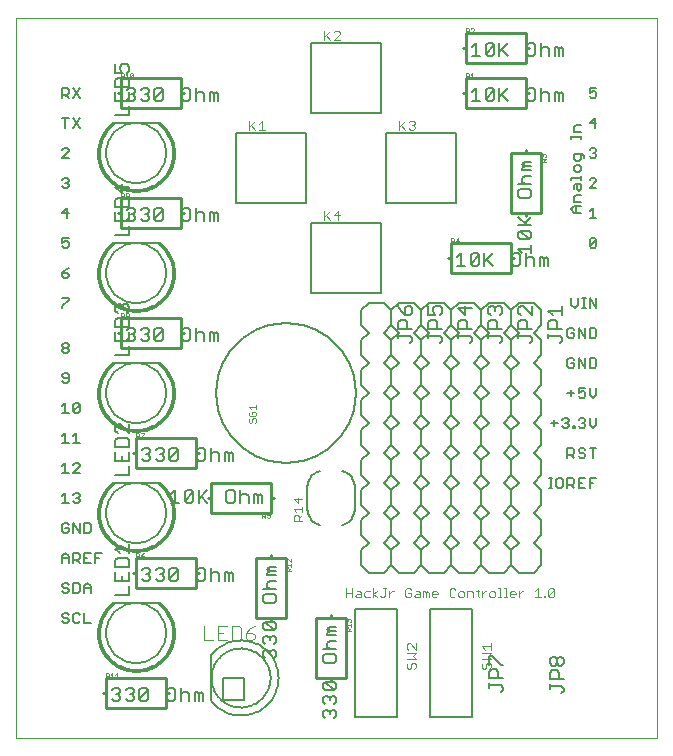
<source format=gto>
G75*
%MOIN*%
%OFA0B0*%
%FSLAX24Y24*%
%IPPOS*%
%LPD*%
%AMOC8*
5,1,8,0,0,1.08239X$1,22.5*
%
%ADD10C,0.0000*%
%ADD11C,0.0030*%
%ADD12C,0.0060*%
%ADD13C,0.0100*%
%ADD14C,0.0010*%
%ADD15C,0.0080*%
%ADD16C,0.0050*%
%ADD17C,0.0020*%
%ADD18C,0.0040*%
D10*
X010333Y007000D02*
X010333Y030996D01*
X031703Y030996D01*
X031703Y007000D01*
X010333Y007000D01*
D11*
X019583Y014228D02*
X019583Y014373D01*
X019632Y014421D01*
X019728Y014421D01*
X019777Y014373D01*
X019777Y014228D01*
X019777Y014324D02*
X019873Y014421D01*
X019873Y014522D02*
X019873Y014716D01*
X019873Y014619D02*
X019583Y014619D01*
X019680Y014522D01*
X019728Y014817D02*
X019728Y015010D01*
X019583Y014962D02*
X019728Y014817D01*
X019873Y014962D02*
X019583Y014962D01*
X019583Y014228D02*
X019873Y014228D01*
X021348Y011985D02*
X021348Y011695D01*
X021348Y011840D02*
X021542Y011840D01*
X021643Y011743D02*
X021691Y011792D01*
X021836Y011792D01*
X021836Y011840D02*
X021836Y011695D01*
X021691Y011695D01*
X021643Y011743D01*
X021542Y011695D02*
X021542Y011985D01*
X021691Y011888D02*
X021788Y011888D01*
X021836Y011840D01*
X021938Y011840D02*
X021938Y011743D01*
X021986Y011695D01*
X022131Y011695D01*
X022232Y011695D02*
X022232Y011985D01*
X022131Y011888D02*
X021986Y011888D01*
X021938Y011840D01*
X022232Y011792D02*
X022377Y011888D01*
X022232Y011792D02*
X022377Y011695D01*
X022478Y011743D02*
X022526Y011695D01*
X022575Y011695D01*
X022623Y011743D01*
X022623Y011985D01*
X022575Y011985D02*
X022671Y011985D01*
X022772Y011888D02*
X022772Y011695D01*
X022772Y011792D02*
X022869Y011888D01*
X022918Y011888D01*
X023313Y011937D02*
X023313Y011743D01*
X023361Y011695D01*
X023458Y011695D01*
X023506Y011743D01*
X023506Y011840D01*
X023409Y011840D01*
X023313Y011937D02*
X023361Y011985D01*
X023458Y011985D01*
X023506Y011937D01*
X023656Y011888D02*
X023752Y011888D01*
X023801Y011840D01*
X023801Y011695D01*
X023656Y011695D01*
X023607Y011743D01*
X023656Y011792D01*
X023801Y011792D01*
X023902Y011888D02*
X023902Y011695D01*
X023999Y011695D02*
X023999Y011840D01*
X024047Y011888D01*
X024095Y011840D01*
X024095Y011695D01*
X024197Y011743D02*
X024197Y011840D01*
X024245Y011888D01*
X024342Y011888D01*
X024390Y011840D01*
X024390Y011792D01*
X024197Y011792D01*
X024197Y011743D02*
X024245Y011695D01*
X024342Y011695D01*
X023999Y011840D02*
X023950Y011888D01*
X023902Y011888D01*
X024786Y011937D02*
X024786Y011743D01*
X024834Y011695D01*
X024931Y011695D01*
X024979Y011743D01*
X025081Y011743D02*
X025129Y011695D01*
X025226Y011695D01*
X025274Y011743D01*
X025274Y011840D01*
X025226Y011888D01*
X025129Y011888D01*
X025081Y011840D01*
X025081Y011743D01*
X024979Y011937D02*
X024931Y011985D01*
X024834Y011985D01*
X024786Y011937D01*
X025375Y011888D02*
X025375Y011695D01*
X025375Y011888D02*
X025520Y011888D01*
X025569Y011840D01*
X025569Y011695D01*
X025718Y011743D02*
X025767Y011695D01*
X025718Y011743D02*
X025718Y011937D01*
X025670Y011888D02*
X025767Y011888D01*
X025866Y011888D02*
X025866Y011695D01*
X025866Y011792D02*
X025963Y011888D01*
X026011Y011888D01*
X026112Y011840D02*
X026112Y011743D01*
X026160Y011695D01*
X026257Y011695D01*
X026305Y011743D01*
X026305Y011840D01*
X026257Y011888D01*
X026160Y011888D01*
X026112Y011840D01*
X026407Y011695D02*
X026503Y011695D01*
X026455Y011695D02*
X026455Y011985D01*
X026407Y011985D01*
X026603Y011985D02*
X026651Y011985D01*
X026651Y011695D01*
X026603Y011695D02*
X026700Y011695D01*
X026799Y011743D02*
X026799Y011840D01*
X026848Y011888D01*
X026945Y011888D01*
X026993Y011840D01*
X026993Y011792D01*
X026799Y011792D01*
X026799Y011743D02*
X026848Y011695D01*
X026945Y011695D01*
X027094Y011695D02*
X027094Y011888D01*
X027094Y011792D02*
X027191Y011888D01*
X027239Y011888D01*
X027634Y011888D02*
X027731Y011985D01*
X027731Y011695D01*
X027634Y011695D02*
X027828Y011695D01*
X027929Y011695D02*
X027977Y011695D01*
X027977Y011743D01*
X027929Y011743D01*
X027929Y011695D01*
X028076Y011743D02*
X028270Y011937D01*
X028270Y011743D01*
X028221Y011695D01*
X028125Y011695D01*
X028076Y011743D01*
X028076Y011937D01*
X028125Y011985D01*
X028221Y011985D01*
X028270Y011937D01*
D12*
X028213Y015330D02*
X028100Y015330D01*
X028156Y015330D02*
X028156Y015670D01*
X028100Y015670D02*
X028213Y015670D01*
X028345Y015614D02*
X028345Y015387D01*
X028402Y015330D01*
X028515Y015330D01*
X028572Y015387D01*
X028572Y015614D01*
X028515Y015670D01*
X028402Y015670D01*
X028345Y015614D01*
X028713Y015670D02*
X028713Y015330D01*
X028713Y015443D02*
X028884Y015443D01*
X028940Y015500D01*
X028940Y015614D01*
X028884Y015670D01*
X028713Y015670D01*
X028827Y015443D02*
X028940Y015330D01*
X029082Y015330D02*
X029309Y015330D01*
X029450Y015330D02*
X029450Y015670D01*
X029677Y015670D01*
X029563Y015500D02*
X029450Y015500D01*
X029309Y015670D02*
X029082Y015670D01*
X029082Y015330D01*
X029082Y015500D02*
X029195Y015500D01*
X029138Y016330D02*
X029082Y016387D01*
X029138Y016330D02*
X029252Y016330D01*
X029309Y016387D01*
X029309Y016443D01*
X029252Y016500D01*
X029138Y016500D01*
X029082Y016557D01*
X029082Y016614D01*
X029138Y016670D01*
X029252Y016670D01*
X029309Y016614D01*
X029450Y016670D02*
X029677Y016670D01*
X029563Y016670D02*
X029563Y016330D01*
X028940Y016330D02*
X028827Y016443D01*
X028884Y016443D02*
X028713Y016443D01*
X028713Y016330D02*
X028713Y016670D01*
X028884Y016670D01*
X028940Y016614D01*
X028940Y016500D01*
X028884Y016443D01*
X028898Y017330D02*
X028954Y017330D01*
X028954Y017387D01*
X028898Y017387D01*
X028898Y017330D01*
X028756Y017387D02*
X028756Y017443D01*
X028699Y017500D01*
X028643Y017500D01*
X028699Y017500D02*
X028756Y017557D01*
X028756Y017614D01*
X028699Y017670D01*
X028586Y017670D01*
X028529Y017614D01*
X028388Y017500D02*
X028161Y017500D01*
X028274Y017387D02*
X028274Y017614D01*
X028529Y017387D02*
X028586Y017330D01*
X028699Y017330D01*
X028756Y017387D01*
X029082Y017387D02*
X029138Y017330D01*
X029252Y017330D01*
X029309Y017387D01*
X029309Y017443D01*
X029252Y017500D01*
X029195Y017500D01*
X029252Y017500D02*
X029309Y017557D01*
X029309Y017614D01*
X029252Y017670D01*
X029138Y017670D01*
X029082Y017614D01*
X029450Y017670D02*
X029450Y017443D01*
X029563Y017330D01*
X029677Y017443D01*
X029677Y017670D01*
X029563Y018330D02*
X029677Y018443D01*
X029677Y018670D01*
X029450Y018670D02*
X029450Y018443D01*
X029563Y018330D01*
X029309Y018387D02*
X029252Y018330D01*
X029138Y018330D01*
X029082Y018387D01*
X029082Y018500D02*
X029195Y018557D01*
X029252Y018557D01*
X029309Y018500D01*
X029309Y018387D01*
X029082Y018500D02*
X029082Y018670D01*
X029309Y018670D01*
X028940Y018500D02*
X028713Y018500D01*
X028827Y018387D02*
X028827Y018614D01*
X028770Y019330D02*
X028884Y019330D01*
X028940Y019387D01*
X028940Y019500D01*
X028827Y019500D01*
X028940Y019614D02*
X028884Y019670D01*
X028770Y019670D01*
X028713Y019614D01*
X028713Y019387D01*
X028770Y019330D01*
X029082Y019330D02*
X029082Y019670D01*
X029309Y019330D01*
X029309Y019670D01*
X029450Y019670D02*
X029620Y019670D01*
X029677Y019614D01*
X029677Y019387D01*
X029620Y019330D01*
X029450Y019330D01*
X029450Y019670D01*
X029450Y020330D02*
X029620Y020330D01*
X029677Y020387D01*
X029677Y020614D01*
X029620Y020670D01*
X029450Y020670D01*
X029450Y020330D01*
X029309Y020330D02*
X029309Y020670D01*
X029082Y020670D02*
X029082Y020330D01*
X028940Y020387D02*
X028940Y020500D01*
X028827Y020500D01*
X028940Y020387D02*
X028884Y020330D01*
X028770Y020330D01*
X028713Y020387D01*
X028713Y020614D01*
X028770Y020670D01*
X028884Y020670D01*
X028940Y020614D01*
X029082Y020670D02*
X029309Y020330D01*
X029318Y021330D02*
X029204Y021330D01*
X029261Y021330D02*
X029261Y021670D01*
X029204Y021670D02*
X029318Y021670D01*
X029450Y021670D02*
X029677Y021330D01*
X029677Y021670D01*
X029450Y021670D02*
X029450Y021330D01*
X029063Y021443D02*
X029063Y021670D01*
X029063Y021443D02*
X028950Y021330D01*
X028836Y021443D01*
X028836Y021670D01*
X029507Y023330D02*
X029450Y023387D01*
X029677Y023614D01*
X029677Y023387D01*
X029620Y023330D01*
X029507Y023330D01*
X029450Y023387D02*
X029450Y023614D01*
X029507Y023670D01*
X029620Y023670D01*
X029677Y023614D01*
X029677Y024330D02*
X029450Y024330D01*
X029563Y024330D02*
X029563Y024670D01*
X029450Y024557D01*
X029158Y024511D02*
X028931Y024511D01*
X028818Y024624D01*
X028931Y024738D01*
X029158Y024738D01*
X029158Y024879D02*
X028931Y024879D01*
X028931Y025049D01*
X028988Y025106D01*
X029158Y025106D01*
X029102Y025247D02*
X029045Y025304D01*
X029045Y025474D01*
X028988Y025474D02*
X029158Y025474D01*
X029158Y025304D01*
X029102Y025247D01*
X028931Y025304D02*
X028931Y025417D01*
X028988Y025474D01*
X028818Y025616D02*
X028818Y025672D01*
X029158Y025672D01*
X029158Y025616D02*
X029158Y025729D01*
X029102Y025861D02*
X029158Y025918D01*
X029158Y026031D01*
X029102Y026088D01*
X028988Y026088D01*
X028931Y026031D01*
X028931Y025918D01*
X028988Y025861D01*
X029102Y025861D01*
X029102Y026230D02*
X029158Y026286D01*
X029158Y026456D01*
X029215Y026456D02*
X028931Y026456D01*
X028931Y026286D01*
X028988Y026230D01*
X029102Y026230D01*
X029272Y026343D02*
X029272Y026400D01*
X029215Y026456D01*
X029450Y026387D02*
X029507Y026330D01*
X029620Y026330D01*
X029677Y026387D01*
X029677Y026443D01*
X029620Y026500D01*
X029563Y026500D01*
X029620Y026500D02*
X029677Y026557D01*
X029677Y026614D01*
X029620Y026670D01*
X029507Y026670D01*
X029450Y026614D01*
X029158Y026966D02*
X029158Y027080D01*
X029158Y027023D02*
X028818Y027023D01*
X028818Y026966D02*
X028818Y027080D01*
X028931Y027212D02*
X028931Y027382D01*
X028988Y027439D01*
X029158Y027439D01*
X029158Y027212D02*
X028931Y027212D01*
X029450Y027500D02*
X029677Y027500D01*
X029620Y027330D02*
X029620Y027670D01*
X029450Y027500D01*
X029507Y028330D02*
X029450Y028387D01*
X029507Y028330D02*
X029620Y028330D01*
X029677Y028387D01*
X029677Y028500D01*
X029620Y028557D01*
X029563Y028557D01*
X029450Y028500D01*
X029450Y028670D01*
X029677Y028670D01*
X029620Y025670D02*
X029507Y025670D01*
X029450Y025614D01*
X029620Y025670D02*
X029677Y025614D01*
X029677Y025557D01*
X029450Y025330D01*
X029677Y025330D01*
X028988Y024738D02*
X028988Y024511D01*
X013333Y026500D02*
X013335Y026563D01*
X013341Y026625D01*
X013351Y026687D01*
X013364Y026749D01*
X013382Y026809D01*
X013403Y026868D01*
X013428Y026926D01*
X013457Y026982D01*
X013489Y027036D01*
X013524Y027088D01*
X013562Y027137D01*
X013604Y027185D01*
X013648Y027229D01*
X013696Y027271D01*
X013745Y027309D01*
X013797Y027344D01*
X013851Y027376D01*
X013907Y027405D01*
X013965Y027430D01*
X014024Y027451D01*
X014084Y027469D01*
X014146Y027482D01*
X014208Y027492D01*
X014270Y027498D01*
X014333Y027500D01*
X014396Y027498D01*
X014458Y027492D01*
X014520Y027482D01*
X014582Y027469D01*
X014642Y027451D01*
X014701Y027430D01*
X014759Y027405D01*
X014815Y027376D01*
X014869Y027344D01*
X014921Y027309D01*
X014970Y027271D01*
X015018Y027229D01*
X015062Y027185D01*
X015104Y027137D01*
X015142Y027088D01*
X015177Y027036D01*
X015209Y026982D01*
X015238Y026926D01*
X015263Y026868D01*
X015284Y026809D01*
X015302Y026749D01*
X015315Y026687D01*
X015325Y026625D01*
X015331Y026563D01*
X015333Y026500D01*
X015331Y026437D01*
X015325Y026375D01*
X015315Y026313D01*
X015302Y026251D01*
X015284Y026191D01*
X015263Y026132D01*
X015238Y026074D01*
X015209Y026018D01*
X015177Y025964D01*
X015142Y025912D01*
X015104Y025863D01*
X015062Y025815D01*
X015018Y025771D01*
X014970Y025729D01*
X014921Y025691D01*
X014869Y025656D01*
X014815Y025624D01*
X014759Y025595D01*
X014701Y025570D01*
X014642Y025549D01*
X014582Y025531D01*
X014520Y025518D01*
X014458Y025508D01*
X014396Y025502D01*
X014333Y025500D01*
X014270Y025502D01*
X014208Y025508D01*
X014146Y025518D01*
X014084Y025531D01*
X014024Y025549D01*
X013965Y025570D01*
X013907Y025595D01*
X013851Y025624D01*
X013797Y025656D01*
X013745Y025691D01*
X013696Y025729D01*
X013648Y025771D01*
X013604Y025815D01*
X013562Y025863D01*
X013524Y025912D01*
X013489Y025964D01*
X013457Y026018D01*
X013428Y026074D01*
X013403Y026132D01*
X013382Y026191D01*
X013364Y026251D01*
X013351Y026313D01*
X013341Y026375D01*
X013335Y026437D01*
X013333Y026500D01*
X012459Y027330D02*
X012232Y027670D01*
X012090Y027670D02*
X011863Y027670D01*
X011977Y027670D02*
X011977Y027330D01*
X012232Y027330D02*
X012459Y027670D01*
X012459Y028330D02*
X012232Y028670D01*
X012090Y028614D02*
X012090Y028500D01*
X012033Y028443D01*
X011863Y028443D01*
X011863Y028330D02*
X011863Y028670D01*
X012033Y028670D01*
X012090Y028614D01*
X011977Y028443D02*
X012090Y028330D01*
X012232Y028330D02*
X012459Y028670D01*
X012033Y026670D02*
X011920Y026670D01*
X011863Y026614D01*
X012033Y026670D02*
X012090Y026614D01*
X012090Y026557D01*
X011863Y026330D01*
X012090Y026330D01*
X012033Y025670D02*
X012090Y025614D01*
X012090Y025557D01*
X012033Y025500D01*
X012090Y025443D01*
X012090Y025387D01*
X012033Y025330D01*
X011920Y025330D01*
X011863Y025387D01*
X011977Y025500D02*
X012033Y025500D01*
X012033Y025670D02*
X011920Y025670D01*
X011863Y025614D01*
X012033Y024670D02*
X011863Y024500D01*
X012090Y024500D01*
X012033Y024330D02*
X012033Y024670D01*
X012090Y023670D02*
X011863Y023670D01*
X011863Y023500D01*
X011977Y023557D01*
X012033Y023557D01*
X012090Y023500D01*
X012090Y023387D01*
X012033Y023330D01*
X011920Y023330D01*
X011863Y023387D01*
X012090Y022670D02*
X011977Y022614D01*
X011863Y022500D01*
X012033Y022500D01*
X012090Y022443D01*
X012090Y022387D01*
X012033Y022330D01*
X011920Y022330D01*
X011863Y022387D01*
X011863Y022500D01*
X011863Y021670D02*
X012090Y021670D01*
X012090Y021614D01*
X011863Y021387D01*
X011863Y021330D01*
X011920Y020170D02*
X012033Y020170D01*
X012090Y020114D01*
X012090Y020057D01*
X012033Y020000D01*
X011920Y020000D01*
X011863Y020057D01*
X011863Y020114D01*
X011920Y020170D01*
X011920Y020000D02*
X011863Y019943D01*
X011863Y019887D01*
X011920Y019830D01*
X012033Y019830D01*
X012090Y019887D01*
X012090Y019943D01*
X012033Y020000D01*
X012033Y019170D02*
X011920Y019170D01*
X011863Y019114D01*
X011863Y019057D01*
X011920Y019000D01*
X012090Y019000D01*
X012090Y018887D02*
X012090Y019114D01*
X012033Y019170D01*
X012090Y018887D02*
X012033Y018830D01*
X011920Y018830D01*
X011863Y018887D01*
X011977Y018170D02*
X011977Y017830D01*
X012090Y017830D02*
X011863Y017830D01*
X011863Y018057D02*
X011977Y018170D01*
X012232Y018114D02*
X012232Y017887D01*
X012459Y018114D01*
X012459Y017887D01*
X012402Y017830D01*
X012288Y017830D01*
X012232Y017887D01*
X012232Y018114D02*
X012288Y018170D01*
X012402Y018170D01*
X012459Y018114D01*
X012345Y017170D02*
X012345Y016830D01*
X012232Y016830D02*
X012459Y016830D01*
X012232Y017057D02*
X012345Y017170D01*
X011977Y017170D02*
X011977Y016830D01*
X012090Y016830D02*
X011863Y016830D01*
X011863Y017057D02*
X011977Y017170D01*
X011977Y016170D02*
X011977Y015830D01*
X012090Y015830D02*
X011863Y015830D01*
X011863Y016057D02*
X011977Y016170D01*
X012232Y016114D02*
X012288Y016170D01*
X012402Y016170D01*
X012459Y016114D01*
X012459Y016057D01*
X012232Y015830D01*
X012459Y015830D01*
X012402Y015170D02*
X012459Y015114D01*
X012459Y015057D01*
X012402Y015000D01*
X012459Y014943D01*
X012459Y014887D01*
X012402Y014830D01*
X012288Y014830D01*
X012232Y014887D01*
X012090Y014830D02*
X011863Y014830D01*
X011977Y014830D02*
X011977Y015170D01*
X011863Y015057D01*
X012232Y015114D02*
X012288Y015170D01*
X012402Y015170D01*
X012402Y015000D02*
X012345Y015000D01*
X012232Y014170D02*
X012459Y013830D01*
X012459Y014170D01*
X012600Y014170D02*
X012600Y013830D01*
X012770Y013830D01*
X012827Y013887D01*
X012827Y014114D01*
X012770Y014170D01*
X012600Y014170D01*
X012232Y014170D02*
X012232Y013830D01*
X012090Y013887D02*
X012090Y014000D01*
X011977Y014000D01*
X012090Y013887D02*
X012033Y013830D01*
X011920Y013830D01*
X011863Y013887D01*
X011863Y014114D01*
X011920Y014170D01*
X012033Y014170D01*
X012090Y014114D01*
X011977Y013170D02*
X012090Y013057D01*
X012090Y012830D01*
X012232Y012830D02*
X012232Y013170D01*
X012402Y013170D01*
X012459Y013114D01*
X012459Y013000D01*
X012402Y012943D01*
X012232Y012943D01*
X012345Y012943D02*
X012459Y012830D01*
X012600Y012830D02*
X012600Y013170D01*
X012827Y013170D01*
X012968Y013170D02*
X012968Y012830D01*
X012827Y012830D02*
X012600Y012830D01*
X012600Y013000D02*
X012713Y013000D01*
X012968Y013000D02*
X013082Y013000D01*
X012968Y013170D02*
X013195Y013170D01*
X012090Y013000D02*
X011863Y013000D01*
X011863Y013057D02*
X011977Y013170D01*
X011863Y013057D02*
X011863Y012830D01*
X011920Y012170D02*
X011863Y012114D01*
X011863Y012057D01*
X011920Y012000D01*
X012033Y012000D01*
X012090Y011943D01*
X012090Y011887D01*
X012033Y011830D01*
X011920Y011830D01*
X011863Y011887D01*
X011920Y012170D02*
X012033Y012170D01*
X012090Y012114D01*
X012232Y012170D02*
X012232Y011830D01*
X012402Y011830D01*
X012459Y011887D01*
X012459Y012114D01*
X012402Y012170D01*
X012232Y012170D01*
X012600Y012057D02*
X012713Y012170D01*
X012827Y012057D01*
X012827Y011830D01*
X012827Y012000D02*
X012600Y012000D01*
X012600Y012057D02*
X012600Y011830D01*
X012600Y011170D02*
X012600Y010830D01*
X012827Y010830D01*
X012459Y010887D02*
X012402Y010830D01*
X012288Y010830D01*
X012232Y010887D01*
X012232Y011114D01*
X012288Y011170D01*
X012402Y011170D01*
X012459Y011114D01*
X012090Y011114D02*
X012033Y011170D01*
X011920Y011170D01*
X011863Y011114D01*
X011863Y011057D01*
X011920Y011000D01*
X012033Y011000D01*
X012090Y010943D01*
X012090Y010887D01*
X012033Y010830D01*
X011920Y010830D01*
X011863Y010887D01*
X013333Y010500D02*
X013335Y010563D01*
X013341Y010625D01*
X013351Y010687D01*
X013364Y010749D01*
X013382Y010809D01*
X013403Y010868D01*
X013428Y010926D01*
X013457Y010982D01*
X013489Y011036D01*
X013524Y011088D01*
X013562Y011137D01*
X013604Y011185D01*
X013648Y011229D01*
X013696Y011271D01*
X013745Y011309D01*
X013797Y011344D01*
X013851Y011376D01*
X013907Y011405D01*
X013965Y011430D01*
X014024Y011451D01*
X014084Y011469D01*
X014146Y011482D01*
X014208Y011492D01*
X014270Y011498D01*
X014333Y011500D01*
X014396Y011498D01*
X014458Y011492D01*
X014520Y011482D01*
X014582Y011469D01*
X014642Y011451D01*
X014701Y011430D01*
X014759Y011405D01*
X014815Y011376D01*
X014869Y011344D01*
X014921Y011309D01*
X014970Y011271D01*
X015018Y011229D01*
X015062Y011185D01*
X015104Y011137D01*
X015142Y011088D01*
X015177Y011036D01*
X015209Y010982D01*
X015238Y010926D01*
X015263Y010868D01*
X015284Y010809D01*
X015302Y010749D01*
X015315Y010687D01*
X015325Y010625D01*
X015331Y010563D01*
X015333Y010500D01*
X015331Y010437D01*
X015325Y010375D01*
X015315Y010313D01*
X015302Y010251D01*
X015284Y010191D01*
X015263Y010132D01*
X015238Y010074D01*
X015209Y010018D01*
X015177Y009964D01*
X015142Y009912D01*
X015104Y009863D01*
X015062Y009815D01*
X015018Y009771D01*
X014970Y009729D01*
X014921Y009691D01*
X014869Y009656D01*
X014815Y009624D01*
X014759Y009595D01*
X014701Y009570D01*
X014642Y009549D01*
X014582Y009531D01*
X014520Y009518D01*
X014458Y009508D01*
X014396Y009502D01*
X014333Y009500D01*
X014270Y009502D01*
X014208Y009508D01*
X014146Y009518D01*
X014084Y009531D01*
X014024Y009549D01*
X013965Y009570D01*
X013907Y009595D01*
X013851Y009624D01*
X013797Y009656D01*
X013745Y009691D01*
X013696Y009729D01*
X013648Y009771D01*
X013604Y009815D01*
X013562Y009863D01*
X013524Y009912D01*
X013489Y009964D01*
X013457Y010018D01*
X013428Y010074D01*
X013403Y010132D01*
X013382Y010191D01*
X013364Y010251D01*
X013351Y010313D01*
X013341Y010375D01*
X013335Y010437D01*
X013333Y010500D01*
X013333Y014500D02*
X013335Y014563D01*
X013341Y014625D01*
X013351Y014687D01*
X013364Y014749D01*
X013382Y014809D01*
X013403Y014868D01*
X013428Y014926D01*
X013457Y014982D01*
X013489Y015036D01*
X013524Y015088D01*
X013562Y015137D01*
X013604Y015185D01*
X013648Y015229D01*
X013696Y015271D01*
X013745Y015309D01*
X013797Y015344D01*
X013851Y015376D01*
X013907Y015405D01*
X013965Y015430D01*
X014024Y015451D01*
X014084Y015469D01*
X014146Y015482D01*
X014208Y015492D01*
X014270Y015498D01*
X014333Y015500D01*
X014396Y015498D01*
X014458Y015492D01*
X014520Y015482D01*
X014582Y015469D01*
X014642Y015451D01*
X014701Y015430D01*
X014759Y015405D01*
X014815Y015376D01*
X014869Y015344D01*
X014921Y015309D01*
X014970Y015271D01*
X015018Y015229D01*
X015062Y015185D01*
X015104Y015137D01*
X015142Y015088D01*
X015177Y015036D01*
X015209Y014982D01*
X015238Y014926D01*
X015263Y014868D01*
X015284Y014809D01*
X015302Y014749D01*
X015315Y014687D01*
X015325Y014625D01*
X015331Y014563D01*
X015333Y014500D01*
X015331Y014437D01*
X015325Y014375D01*
X015315Y014313D01*
X015302Y014251D01*
X015284Y014191D01*
X015263Y014132D01*
X015238Y014074D01*
X015209Y014018D01*
X015177Y013964D01*
X015142Y013912D01*
X015104Y013863D01*
X015062Y013815D01*
X015018Y013771D01*
X014970Y013729D01*
X014921Y013691D01*
X014869Y013656D01*
X014815Y013624D01*
X014759Y013595D01*
X014701Y013570D01*
X014642Y013549D01*
X014582Y013531D01*
X014520Y013518D01*
X014458Y013508D01*
X014396Y013502D01*
X014333Y013500D01*
X014270Y013502D01*
X014208Y013508D01*
X014146Y013518D01*
X014084Y013531D01*
X014024Y013549D01*
X013965Y013570D01*
X013907Y013595D01*
X013851Y013624D01*
X013797Y013656D01*
X013745Y013691D01*
X013696Y013729D01*
X013648Y013771D01*
X013604Y013815D01*
X013562Y013863D01*
X013524Y013912D01*
X013489Y013964D01*
X013457Y014018D01*
X013428Y014074D01*
X013403Y014132D01*
X013382Y014191D01*
X013364Y014251D01*
X013351Y014313D01*
X013341Y014375D01*
X013335Y014437D01*
X013333Y014500D01*
X013333Y018500D02*
X013335Y018563D01*
X013341Y018625D01*
X013351Y018687D01*
X013364Y018749D01*
X013382Y018809D01*
X013403Y018868D01*
X013428Y018926D01*
X013457Y018982D01*
X013489Y019036D01*
X013524Y019088D01*
X013562Y019137D01*
X013604Y019185D01*
X013648Y019229D01*
X013696Y019271D01*
X013745Y019309D01*
X013797Y019344D01*
X013851Y019376D01*
X013907Y019405D01*
X013965Y019430D01*
X014024Y019451D01*
X014084Y019469D01*
X014146Y019482D01*
X014208Y019492D01*
X014270Y019498D01*
X014333Y019500D01*
X014396Y019498D01*
X014458Y019492D01*
X014520Y019482D01*
X014582Y019469D01*
X014642Y019451D01*
X014701Y019430D01*
X014759Y019405D01*
X014815Y019376D01*
X014869Y019344D01*
X014921Y019309D01*
X014970Y019271D01*
X015018Y019229D01*
X015062Y019185D01*
X015104Y019137D01*
X015142Y019088D01*
X015177Y019036D01*
X015209Y018982D01*
X015238Y018926D01*
X015263Y018868D01*
X015284Y018809D01*
X015302Y018749D01*
X015315Y018687D01*
X015325Y018625D01*
X015331Y018563D01*
X015333Y018500D01*
X015331Y018437D01*
X015325Y018375D01*
X015315Y018313D01*
X015302Y018251D01*
X015284Y018191D01*
X015263Y018132D01*
X015238Y018074D01*
X015209Y018018D01*
X015177Y017964D01*
X015142Y017912D01*
X015104Y017863D01*
X015062Y017815D01*
X015018Y017771D01*
X014970Y017729D01*
X014921Y017691D01*
X014869Y017656D01*
X014815Y017624D01*
X014759Y017595D01*
X014701Y017570D01*
X014642Y017549D01*
X014582Y017531D01*
X014520Y017518D01*
X014458Y017508D01*
X014396Y017502D01*
X014333Y017500D01*
X014270Y017502D01*
X014208Y017508D01*
X014146Y017518D01*
X014084Y017531D01*
X014024Y017549D01*
X013965Y017570D01*
X013907Y017595D01*
X013851Y017624D01*
X013797Y017656D01*
X013745Y017691D01*
X013696Y017729D01*
X013648Y017771D01*
X013604Y017815D01*
X013562Y017863D01*
X013524Y017912D01*
X013489Y017964D01*
X013457Y018018D01*
X013428Y018074D01*
X013403Y018132D01*
X013382Y018191D01*
X013364Y018251D01*
X013351Y018313D01*
X013341Y018375D01*
X013335Y018437D01*
X013333Y018500D01*
X013333Y022500D02*
X013335Y022563D01*
X013341Y022625D01*
X013351Y022687D01*
X013364Y022749D01*
X013382Y022809D01*
X013403Y022868D01*
X013428Y022926D01*
X013457Y022982D01*
X013489Y023036D01*
X013524Y023088D01*
X013562Y023137D01*
X013604Y023185D01*
X013648Y023229D01*
X013696Y023271D01*
X013745Y023309D01*
X013797Y023344D01*
X013851Y023376D01*
X013907Y023405D01*
X013965Y023430D01*
X014024Y023451D01*
X014084Y023469D01*
X014146Y023482D01*
X014208Y023492D01*
X014270Y023498D01*
X014333Y023500D01*
X014396Y023498D01*
X014458Y023492D01*
X014520Y023482D01*
X014582Y023469D01*
X014642Y023451D01*
X014701Y023430D01*
X014759Y023405D01*
X014815Y023376D01*
X014869Y023344D01*
X014921Y023309D01*
X014970Y023271D01*
X015018Y023229D01*
X015062Y023185D01*
X015104Y023137D01*
X015142Y023088D01*
X015177Y023036D01*
X015209Y022982D01*
X015238Y022926D01*
X015263Y022868D01*
X015284Y022809D01*
X015302Y022749D01*
X015315Y022687D01*
X015325Y022625D01*
X015331Y022563D01*
X015333Y022500D01*
X015331Y022437D01*
X015325Y022375D01*
X015315Y022313D01*
X015302Y022251D01*
X015284Y022191D01*
X015263Y022132D01*
X015238Y022074D01*
X015209Y022018D01*
X015177Y021964D01*
X015142Y021912D01*
X015104Y021863D01*
X015062Y021815D01*
X015018Y021771D01*
X014970Y021729D01*
X014921Y021691D01*
X014869Y021656D01*
X014815Y021624D01*
X014759Y021595D01*
X014701Y021570D01*
X014642Y021549D01*
X014582Y021531D01*
X014520Y021518D01*
X014458Y021508D01*
X014396Y021502D01*
X014333Y021500D01*
X014270Y021502D01*
X014208Y021508D01*
X014146Y021518D01*
X014084Y021531D01*
X014024Y021549D01*
X013965Y021570D01*
X013907Y021595D01*
X013851Y021624D01*
X013797Y021656D01*
X013745Y021691D01*
X013696Y021729D01*
X013648Y021771D01*
X013604Y021815D01*
X013562Y021863D01*
X013524Y021912D01*
X013489Y021964D01*
X013457Y022018D01*
X013428Y022074D01*
X013403Y022132D01*
X013382Y022191D01*
X013364Y022251D01*
X013351Y022313D01*
X013341Y022375D01*
X013335Y022437D01*
X013333Y022500D01*
D13*
X013833Y021000D02*
X013833Y020500D01*
X013733Y020500D01*
X013833Y020500D02*
X013833Y020000D01*
X015833Y020000D01*
X015833Y020500D01*
X015933Y020500D01*
X015833Y020500D02*
X015833Y021000D01*
X013833Y021000D01*
X013833Y024000D02*
X013833Y024500D01*
X013733Y024500D01*
X013833Y024500D02*
X013833Y025000D01*
X015833Y025000D01*
X015833Y024500D01*
X015933Y024500D01*
X015833Y024500D02*
X015833Y024000D01*
X013833Y024000D01*
X013833Y028000D02*
X013833Y028500D01*
X013733Y028500D01*
X013833Y028500D02*
X013833Y029000D01*
X015833Y029000D01*
X015833Y028500D01*
X015933Y028500D01*
X015833Y028500D02*
X015833Y028000D01*
X013833Y028000D01*
X024833Y023500D02*
X024833Y023000D01*
X024733Y023000D01*
X024833Y023000D02*
X024833Y022500D01*
X026833Y022500D01*
X026833Y023000D01*
X026933Y023000D01*
X026833Y023000D02*
X026833Y023500D01*
X024833Y023500D01*
X026833Y024500D02*
X026833Y026500D01*
X027333Y026500D01*
X027333Y026600D01*
X027333Y026500D02*
X027833Y026500D01*
X027833Y024500D01*
X027333Y024500D01*
X027333Y024400D01*
X027333Y024500D02*
X026833Y024500D01*
X027333Y028000D02*
X025333Y028000D01*
X025333Y028500D01*
X025233Y028500D01*
X025333Y028500D02*
X025333Y029000D01*
X027333Y029000D01*
X027333Y028500D01*
X027433Y028500D01*
X027333Y028500D02*
X027333Y028000D01*
X027333Y029500D02*
X025333Y029500D01*
X025333Y030000D01*
X025233Y030000D01*
X025333Y030000D02*
X025333Y030500D01*
X027333Y030500D01*
X027333Y030000D01*
X027433Y030000D01*
X027333Y030000D02*
X027333Y029500D01*
X016333Y017000D02*
X014333Y017000D01*
X014333Y016500D01*
X014233Y016500D01*
X014333Y016500D02*
X014333Y016000D01*
X016333Y016000D01*
X016333Y016500D01*
X016433Y016500D01*
X016333Y016500D02*
X016333Y017000D01*
X016833Y015500D02*
X018833Y015500D01*
X018833Y015000D01*
X018933Y015000D01*
X018833Y015000D02*
X018833Y014500D01*
X016833Y014500D01*
X016833Y015000D01*
X016733Y015000D01*
X016833Y015000D02*
X016833Y015500D01*
X018833Y013100D02*
X018833Y013000D01*
X019333Y013000D01*
X019333Y011000D01*
X018833Y011000D01*
X018833Y010900D01*
X018833Y011000D02*
X018333Y011000D01*
X018333Y013000D01*
X018833Y013000D01*
X016433Y012500D02*
X016333Y012500D01*
X016333Y012000D01*
X014333Y012000D01*
X014333Y012500D01*
X014233Y012500D01*
X014333Y012500D02*
X014333Y013000D01*
X016333Y013000D01*
X016333Y012500D01*
X020333Y011000D02*
X020833Y011000D01*
X020833Y011100D01*
X020833Y011000D02*
X021333Y011000D01*
X021333Y009000D01*
X020833Y009000D01*
X020833Y008900D01*
X020833Y009000D02*
X020333Y009000D01*
X020333Y011000D01*
X015333Y009000D02*
X015333Y008500D01*
X015433Y008500D01*
X015333Y008500D02*
X015333Y008000D01*
X013333Y008000D01*
X013333Y008500D01*
X013233Y008500D01*
X013333Y008500D02*
X013333Y009000D01*
X015333Y009000D01*
D14*
X013733Y009005D02*
X013633Y009005D01*
X013586Y009005D02*
X013486Y009005D01*
X013438Y009005D02*
X013388Y009055D01*
X013413Y009055D02*
X013338Y009055D01*
X013338Y009005D02*
X013338Y009155D01*
X013413Y009155D01*
X013438Y009130D01*
X013438Y009080D01*
X013413Y009055D01*
X013486Y009105D02*
X013536Y009155D01*
X013536Y009005D01*
X013633Y009105D02*
X013683Y009155D01*
X013683Y009005D01*
X013553Y011532D02*
X013607Y011460D01*
X013606Y011461D02*
X013553Y011418D01*
X013502Y011373D01*
X013454Y011324D01*
X013409Y011273D01*
X013366Y011219D01*
X013327Y011163D01*
X013291Y011105D01*
X013258Y011045D01*
X013229Y010984D01*
X013204Y010920D01*
X013182Y010856D01*
X013163Y010790D01*
X013149Y010723D01*
X013138Y010656D01*
X013131Y010588D01*
X013128Y010520D01*
X013129Y010451D01*
X013134Y010383D01*
X013142Y010315D01*
X013155Y010248D01*
X013171Y010182D01*
X013191Y010117D01*
X013214Y010052D01*
X013241Y009990D01*
X013272Y009929D01*
X013306Y009870D01*
X013343Y009812D01*
X013384Y009757D01*
X013428Y009705D01*
X013474Y009655D01*
X013523Y009608D01*
X013575Y009563D01*
X013629Y009522D01*
X013686Y009483D01*
X013745Y009448D01*
X013805Y009417D01*
X013867Y009389D01*
X013931Y009364D01*
X013996Y009343D01*
X014062Y009326D01*
X014129Y009312D01*
X014197Y009303D01*
X014265Y009297D01*
X014333Y009295D01*
X014401Y009297D01*
X014469Y009303D01*
X014537Y009312D01*
X014604Y009326D01*
X014670Y009343D01*
X014735Y009364D01*
X014799Y009389D01*
X014861Y009417D01*
X014921Y009448D01*
X014980Y009483D01*
X015037Y009522D01*
X015091Y009563D01*
X015143Y009608D01*
X015192Y009655D01*
X015238Y009705D01*
X015282Y009757D01*
X015323Y009812D01*
X015360Y009870D01*
X015394Y009929D01*
X015425Y009990D01*
X015452Y010052D01*
X015475Y010117D01*
X015495Y010182D01*
X015511Y010248D01*
X015524Y010315D01*
X015532Y010383D01*
X015537Y010451D01*
X015538Y010520D01*
X015535Y010588D01*
X015528Y010656D01*
X015517Y010723D01*
X015503Y010790D01*
X015484Y010856D01*
X015462Y010920D01*
X015437Y010984D01*
X015408Y011045D01*
X015375Y011105D01*
X015339Y011163D01*
X015300Y011219D01*
X015257Y011273D01*
X015212Y011324D01*
X015164Y011373D01*
X015113Y011418D01*
X015060Y011461D01*
X015113Y011532D01*
X015114Y011533D01*
X015169Y011489D01*
X015222Y011441D01*
X015273Y011391D01*
X015320Y011338D01*
X015364Y011283D01*
X015406Y011225D01*
X015444Y011165D01*
X015479Y011104D01*
X015510Y011040D01*
X015538Y010975D01*
X015562Y010908D01*
X015583Y010840D01*
X015599Y010771D01*
X015612Y010701D01*
X015621Y010631D01*
X015627Y010560D01*
X015628Y010489D01*
X015625Y010418D01*
X015619Y010347D01*
X015609Y010277D01*
X015595Y010208D01*
X015577Y010139D01*
X015555Y010071D01*
X015530Y010005D01*
X015501Y009940D01*
X015468Y009877D01*
X015432Y009816D01*
X015393Y009757D01*
X015351Y009700D01*
X015306Y009645D01*
X015257Y009593D01*
X015206Y009544D01*
X015153Y009497D01*
X015096Y009454D01*
X015038Y009414D01*
X014977Y009377D01*
X014915Y009343D01*
X014851Y009313D01*
X014785Y009286D01*
X014718Y009263D01*
X014649Y009244D01*
X014580Y009229D01*
X014510Y009217D01*
X014439Y009209D01*
X014368Y009205D01*
X014298Y009205D01*
X014227Y009209D01*
X014156Y009217D01*
X014086Y009229D01*
X014017Y009244D01*
X013948Y009263D01*
X013881Y009286D01*
X013815Y009313D01*
X013751Y009343D01*
X013689Y009377D01*
X013628Y009414D01*
X013570Y009454D01*
X013513Y009497D01*
X013460Y009544D01*
X013409Y009593D01*
X013360Y009645D01*
X013315Y009700D01*
X013273Y009757D01*
X013234Y009816D01*
X013198Y009877D01*
X013165Y009940D01*
X013136Y010005D01*
X013111Y010071D01*
X013089Y010139D01*
X013071Y010208D01*
X013057Y010277D01*
X013047Y010347D01*
X013041Y010418D01*
X013038Y010489D01*
X013039Y010560D01*
X013045Y010631D01*
X013054Y010701D01*
X013067Y010771D01*
X013083Y010840D01*
X013104Y010908D01*
X013128Y010975D01*
X013156Y011040D01*
X013187Y011104D01*
X013222Y011165D01*
X013260Y011225D01*
X013302Y011283D01*
X013346Y011338D01*
X013393Y011391D01*
X013444Y011441D01*
X013497Y011489D01*
X013552Y011533D01*
X013557Y011526D01*
X013502Y011481D01*
X013449Y011434D01*
X013398Y011383D01*
X013351Y011330D01*
X013306Y011274D01*
X013265Y011216D01*
X013227Y011156D01*
X013192Y011094D01*
X013161Y011030D01*
X013134Y010964D01*
X013110Y010897D01*
X013090Y010828D01*
X013073Y010759D01*
X013061Y010689D01*
X013052Y010618D01*
X013048Y010547D01*
X013047Y010476D01*
X013051Y010405D01*
X013058Y010334D01*
X013069Y010263D01*
X013084Y010194D01*
X013103Y010125D01*
X013126Y010057D01*
X013152Y009991D01*
X013182Y009926D01*
X013216Y009864D01*
X013252Y009803D01*
X013293Y009744D01*
X013336Y009687D01*
X013383Y009633D01*
X013432Y009582D01*
X013485Y009534D01*
X013539Y009488D01*
X013597Y009446D01*
X013656Y009407D01*
X013718Y009371D01*
X013781Y009338D01*
X013846Y009310D01*
X013913Y009284D01*
X013981Y009263D01*
X014050Y009245D01*
X014120Y009232D01*
X014191Y009222D01*
X014262Y009216D01*
X014333Y009214D01*
X014404Y009216D01*
X014475Y009222D01*
X014546Y009232D01*
X014616Y009245D01*
X014685Y009263D01*
X014753Y009284D01*
X014820Y009310D01*
X014885Y009338D01*
X014948Y009371D01*
X015010Y009407D01*
X015069Y009446D01*
X015127Y009488D01*
X015181Y009534D01*
X015234Y009582D01*
X015283Y009633D01*
X015330Y009687D01*
X015373Y009744D01*
X015414Y009803D01*
X015450Y009864D01*
X015484Y009926D01*
X015514Y009991D01*
X015540Y010057D01*
X015563Y010125D01*
X015582Y010194D01*
X015597Y010263D01*
X015608Y010334D01*
X015615Y010405D01*
X015619Y010476D01*
X015618Y010547D01*
X015614Y010618D01*
X015605Y010689D01*
X015593Y010759D01*
X015576Y010828D01*
X015556Y010897D01*
X015532Y010964D01*
X015505Y011030D01*
X015474Y011094D01*
X015439Y011156D01*
X015401Y011216D01*
X015360Y011274D01*
X015315Y011330D01*
X015268Y011383D01*
X015217Y011434D01*
X015164Y011481D01*
X015109Y011526D01*
X015103Y011519D01*
X015158Y011474D01*
X015211Y011427D01*
X015261Y011377D01*
X015308Y011324D01*
X015352Y011269D01*
X015394Y011211D01*
X015431Y011152D01*
X015466Y011090D01*
X015497Y011026D01*
X015524Y010961D01*
X015548Y010894D01*
X015568Y010826D01*
X015584Y010757D01*
X015596Y010688D01*
X015605Y010617D01*
X015609Y010547D01*
X015610Y010476D01*
X015606Y010405D01*
X015599Y010335D01*
X015588Y010265D01*
X015573Y010196D01*
X015554Y010128D01*
X015532Y010060D01*
X015506Y009995D01*
X015476Y009930D01*
X015443Y009868D01*
X015406Y009808D01*
X015366Y009749D01*
X015323Y009693D01*
X015277Y009639D01*
X015227Y009589D01*
X015176Y009540D01*
X015121Y009495D01*
X015064Y009453D01*
X015005Y009414D01*
X014944Y009379D01*
X014881Y009346D01*
X014816Y009318D01*
X014750Y009293D01*
X014682Y009272D01*
X014614Y009254D01*
X014544Y009241D01*
X014474Y009231D01*
X014404Y009225D01*
X014333Y009223D01*
X014262Y009225D01*
X014192Y009231D01*
X014122Y009241D01*
X014052Y009254D01*
X013984Y009272D01*
X013916Y009293D01*
X013850Y009318D01*
X013785Y009346D01*
X013722Y009379D01*
X013661Y009414D01*
X013602Y009453D01*
X013545Y009495D01*
X013490Y009540D01*
X013439Y009589D01*
X013389Y009639D01*
X013343Y009693D01*
X013300Y009749D01*
X013260Y009808D01*
X013223Y009868D01*
X013190Y009930D01*
X013160Y009995D01*
X013134Y010060D01*
X013112Y010128D01*
X013093Y010196D01*
X013078Y010265D01*
X013067Y010335D01*
X013060Y010405D01*
X013056Y010476D01*
X013057Y010547D01*
X013061Y010617D01*
X013070Y010688D01*
X013082Y010757D01*
X013098Y010826D01*
X013118Y010894D01*
X013142Y010961D01*
X013169Y011026D01*
X013200Y011090D01*
X013235Y011152D01*
X013272Y011211D01*
X013314Y011269D01*
X013358Y011324D01*
X013405Y011377D01*
X013455Y011427D01*
X013508Y011474D01*
X013563Y011519D01*
X013568Y011511D01*
X013513Y011467D01*
X013460Y011419D01*
X013410Y011369D01*
X013362Y011316D01*
X013318Y011260D01*
X013277Y011202D01*
X013240Y011142D01*
X013205Y011080D01*
X013175Y011016D01*
X013148Y010950D01*
X013124Y010883D01*
X013105Y010815D01*
X013089Y010745D01*
X013077Y010675D01*
X013069Y010605D01*
X013065Y010534D01*
X013066Y010463D01*
X013070Y010392D01*
X013078Y010321D01*
X013090Y010251D01*
X013106Y010182D01*
X013125Y010114D01*
X013149Y010046D01*
X013176Y009981D01*
X013207Y009917D01*
X013241Y009855D01*
X013279Y009795D01*
X013321Y009737D01*
X013365Y009681D01*
X013412Y009628D01*
X013463Y009578D01*
X013516Y009531D01*
X013571Y009486D01*
X013629Y009445D01*
X013689Y009408D01*
X013752Y009373D01*
X013816Y009342D01*
X013881Y009315D01*
X013948Y009292D01*
X014017Y009272D01*
X014086Y009256D01*
X014156Y009244D01*
X014227Y009236D01*
X014297Y009232D01*
X014369Y009232D01*
X014439Y009236D01*
X014510Y009244D01*
X014580Y009256D01*
X014649Y009272D01*
X014718Y009292D01*
X014785Y009315D01*
X014850Y009342D01*
X014914Y009373D01*
X014977Y009408D01*
X015037Y009445D01*
X015095Y009486D01*
X015150Y009531D01*
X015203Y009578D01*
X015254Y009628D01*
X015301Y009681D01*
X015345Y009737D01*
X015387Y009795D01*
X015425Y009855D01*
X015459Y009917D01*
X015490Y009981D01*
X015517Y010046D01*
X015541Y010114D01*
X015560Y010182D01*
X015576Y010251D01*
X015588Y010321D01*
X015596Y010392D01*
X015600Y010463D01*
X015601Y010534D01*
X015597Y010605D01*
X015589Y010675D01*
X015577Y010745D01*
X015561Y010815D01*
X015542Y010883D01*
X015518Y010950D01*
X015491Y011016D01*
X015461Y011080D01*
X015426Y011142D01*
X015389Y011202D01*
X015348Y011260D01*
X015304Y011316D01*
X015256Y011369D01*
X015206Y011419D01*
X015153Y011467D01*
X015098Y011511D01*
X015092Y011504D01*
X015147Y011460D01*
X015200Y011413D01*
X015250Y011363D01*
X015297Y011310D01*
X015341Y011255D01*
X015381Y011197D01*
X015419Y011138D01*
X015453Y011076D01*
X015483Y011012D01*
X015510Y010947D01*
X015533Y010880D01*
X015553Y010812D01*
X015568Y010744D01*
X015580Y010674D01*
X015588Y010604D01*
X015592Y010533D01*
X015591Y010463D01*
X015587Y010392D01*
X015579Y010322D01*
X015567Y010253D01*
X015552Y010184D01*
X015532Y010116D01*
X015509Y010050D01*
X015482Y009985D01*
X015451Y009921D01*
X015417Y009859D01*
X015379Y009800D01*
X015338Y009742D01*
X015294Y009687D01*
X015247Y009634D01*
X015197Y009585D01*
X015145Y009538D01*
X015089Y009494D01*
X015032Y009453D01*
X014972Y009415D01*
X014910Y009381D01*
X014847Y009351D01*
X014782Y009324D01*
X014715Y009300D01*
X014647Y009281D01*
X014578Y009265D01*
X014509Y009253D01*
X014439Y009245D01*
X014368Y009241D01*
X014298Y009241D01*
X014227Y009245D01*
X014157Y009253D01*
X014088Y009265D01*
X014019Y009281D01*
X013951Y009300D01*
X013884Y009324D01*
X013819Y009351D01*
X013756Y009381D01*
X013694Y009415D01*
X013634Y009453D01*
X013577Y009494D01*
X013521Y009538D01*
X013469Y009585D01*
X013419Y009634D01*
X013372Y009687D01*
X013328Y009742D01*
X013287Y009800D01*
X013249Y009859D01*
X013215Y009921D01*
X013184Y009985D01*
X013157Y010050D01*
X013134Y010116D01*
X013114Y010184D01*
X013099Y010253D01*
X013087Y010322D01*
X013079Y010392D01*
X013075Y010463D01*
X013074Y010533D01*
X013078Y010604D01*
X013086Y010674D01*
X013098Y010744D01*
X013113Y010812D01*
X013133Y010880D01*
X013156Y010947D01*
X013183Y011012D01*
X013213Y011076D01*
X013247Y011138D01*
X013285Y011197D01*
X013325Y011255D01*
X013369Y011310D01*
X013416Y011363D01*
X013466Y011413D01*
X013519Y011460D01*
X013574Y011504D01*
X013579Y011497D01*
X013524Y011453D01*
X013472Y011406D01*
X013423Y011357D01*
X013376Y011304D01*
X013333Y011250D01*
X013292Y011192D01*
X013255Y011133D01*
X013221Y011072D01*
X013191Y011008D01*
X013164Y010944D01*
X013141Y010877D01*
X013122Y010810D01*
X013107Y010742D01*
X013095Y010673D01*
X013087Y010603D01*
X013083Y010533D01*
X013084Y010463D01*
X013088Y010393D01*
X013096Y010324D01*
X013107Y010255D01*
X013123Y010186D01*
X013142Y010119D01*
X013166Y010053D01*
X013193Y009988D01*
X013223Y009925D01*
X013257Y009864D01*
X013294Y009805D01*
X013335Y009747D01*
X013379Y009693D01*
X013425Y009641D01*
X013475Y009591D01*
X013527Y009544D01*
X013582Y009501D01*
X013639Y009460D01*
X013698Y009423D01*
X013760Y009389D01*
X013823Y009359D01*
X013888Y009332D01*
X013954Y009309D01*
X014021Y009290D01*
X014089Y009274D01*
X014158Y009262D01*
X014228Y009254D01*
X014298Y009250D01*
X014368Y009250D01*
X014438Y009254D01*
X014508Y009262D01*
X014577Y009274D01*
X014645Y009290D01*
X014712Y009309D01*
X014778Y009332D01*
X014843Y009359D01*
X014906Y009389D01*
X014968Y009423D01*
X015027Y009460D01*
X015084Y009501D01*
X015139Y009544D01*
X015191Y009591D01*
X015241Y009641D01*
X015287Y009693D01*
X015331Y009747D01*
X015372Y009805D01*
X015409Y009864D01*
X015443Y009925D01*
X015473Y009988D01*
X015500Y010053D01*
X015524Y010119D01*
X015543Y010186D01*
X015559Y010255D01*
X015570Y010324D01*
X015578Y010393D01*
X015582Y010463D01*
X015583Y010533D01*
X015579Y010603D01*
X015571Y010673D01*
X015559Y010742D01*
X015544Y010810D01*
X015525Y010877D01*
X015502Y010944D01*
X015475Y011008D01*
X015445Y011072D01*
X015411Y011133D01*
X015374Y011192D01*
X015333Y011250D01*
X015290Y011304D01*
X015243Y011357D01*
X015194Y011406D01*
X015142Y011453D01*
X015087Y011497D01*
X015082Y011490D01*
X015136Y011446D01*
X015188Y011400D01*
X015237Y011351D01*
X015283Y011299D01*
X015326Y011244D01*
X015366Y011187D01*
X015403Y011128D01*
X015437Y011067D01*
X015467Y011005D01*
X015493Y010940D01*
X015516Y010875D01*
X015535Y010808D01*
X015551Y010740D01*
X015562Y010671D01*
X015570Y010602D01*
X015574Y010533D01*
X015573Y010463D01*
X015569Y010394D01*
X015562Y010325D01*
X015550Y010256D01*
X015534Y010189D01*
X015515Y010122D01*
X015492Y010056D01*
X015465Y009992D01*
X015435Y009929D01*
X015401Y009868D01*
X015364Y009810D01*
X015324Y009753D01*
X015281Y009699D01*
X015234Y009647D01*
X015185Y009598D01*
X015133Y009551D01*
X015079Y009508D01*
X015022Y009468D01*
X014963Y009431D01*
X014902Y009397D01*
X014839Y009367D01*
X014775Y009340D01*
X014710Y009317D01*
X014643Y009298D01*
X014575Y009283D01*
X014506Y009271D01*
X014437Y009263D01*
X014368Y009259D01*
X014298Y009259D01*
X014229Y009263D01*
X014160Y009271D01*
X014091Y009283D01*
X014023Y009298D01*
X013956Y009317D01*
X013891Y009340D01*
X013827Y009367D01*
X013764Y009397D01*
X013703Y009431D01*
X013644Y009468D01*
X013587Y009508D01*
X013533Y009551D01*
X013481Y009598D01*
X013432Y009647D01*
X013385Y009699D01*
X013342Y009753D01*
X013302Y009810D01*
X013265Y009868D01*
X013231Y009929D01*
X013201Y009992D01*
X013174Y010056D01*
X013151Y010122D01*
X013132Y010189D01*
X013116Y010256D01*
X013104Y010325D01*
X013097Y010394D01*
X013093Y010463D01*
X013092Y010533D01*
X013096Y010602D01*
X013104Y010671D01*
X013115Y010740D01*
X013131Y010808D01*
X013150Y010875D01*
X013173Y010940D01*
X013199Y011005D01*
X013229Y011067D01*
X013263Y011128D01*
X013300Y011187D01*
X013340Y011244D01*
X013383Y011299D01*
X013429Y011351D01*
X013478Y011400D01*
X013530Y011446D01*
X013584Y011490D01*
X013590Y011483D01*
X013536Y011439D01*
X013485Y011393D01*
X013436Y011344D01*
X013390Y011293D01*
X013347Y011239D01*
X013307Y011182D01*
X013271Y011124D01*
X013237Y011063D01*
X013207Y011001D01*
X013181Y010937D01*
X013159Y010872D01*
X013140Y010806D01*
X013124Y010738D01*
X013113Y010670D01*
X013105Y010602D01*
X013101Y010533D01*
X013102Y010464D01*
X013106Y010395D01*
X013113Y010326D01*
X013125Y010258D01*
X013140Y010191D01*
X013160Y010124D01*
X013183Y010059D01*
X013209Y009996D01*
X013239Y009933D01*
X013272Y009873D01*
X013309Y009815D01*
X013349Y009758D01*
X013392Y009704D01*
X013438Y009653D01*
X013487Y009604D01*
X013539Y009558D01*
X013593Y009515D01*
X013649Y009475D01*
X013708Y009439D01*
X013768Y009405D01*
X013830Y009375D01*
X013894Y009349D01*
X013959Y009326D01*
X014026Y009307D01*
X014093Y009292D01*
X014161Y009280D01*
X014230Y009272D01*
X014298Y009268D01*
X014368Y009268D01*
X014436Y009272D01*
X014505Y009280D01*
X014573Y009292D01*
X014640Y009307D01*
X014707Y009326D01*
X014772Y009349D01*
X014836Y009375D01*
X014898Y009405D01*
X014958Y009439D01*
X015017Y009475D01*
X015073Y009515D01*
X015127Y009558D01*
X015179Y009604D01*
X015228Y009653D01*
X015274Y009704D01*
X015317Y009758D01*
X015357Y009815D01*
X015394Y009873D01*
X015427Y009933D01*
X015457Y009996D01*
X015483Y010059D01*
X015506Y010124D01*
X015526Y010191D01*
X015541Y010258D01*
X015553Y010326D01*
X015560Y010395D01*
X015564Y010464D01*
X015565Y010533D01*
X015561Y010602D01*
X015553Y010670D01*
X015542Y010738D01*
X015526Y010806D01*
X015507Y010872D01*
X015485Y010937D01*
X015459Y011001D01*
X015429Y011063D01*
X015395Y011124D01*
X015359Y011182D01*
X015319Y011239D01*
X015276Y011293D01*
X015230Y011344D01*
X015181Y011393D01*
X015130Y011439D01*
X015076Y011483D01*
X015071Y011475D01*
X015125Y011432D01*
X015176Y011386D01*
X015225Y011336D01*
X015271Y011285D01*
X015314Y011230D01*
X015354Y011173D01*
X015390Y011115D01*
X015424Y011054D01*
X015453Y010991D01*
X015479Y010927D01*
X015501Y010861D01*
X015520Y010794D01*
X015535Y010727D01*
X015546Y010658D01*
X015553Y010589D01*
X015556Y010520D01*
X015555Y010451D01*
X015550Y010381D01*
X015542Y010313D01*
X015529Y010245D01*
X015513Y010177D01*
X015492Y010111D01*
X015469Y010046D01*
X015441Y009982D01*
X015410Y009920D01*
X015375Y009860D01*
X015337Y009802D01*
X015296Y009746D01*
X015252Y009693D01*
X015205Y009642D01*
X015155Y009594D01*
X015102Y009549D01*
X015047Y009507D01*
X014990Y009468D01*
X014930Y009433D01*
X014869Y009401D01*
X014806Y009372D01*
X014741Y009347D01*
X014675Y009326D01*
X014608Y009308D01*
X014540Y009295D01*
X014471Y009285D01*
X014402Y009279D01*
X014333Y009277D01*
X014264Y009279D01*
X014195Y009285D01*
X014126Y009295D01*
X014058Y009308D01*
X013991Y009326D01*
X013925Y009347D01*
X013860Y009372D01*
X013797Y009401D01*
X013736Y009433D01*
X013676Y009468D01*
X013619Y009507D01*
X013564Y009549D01*
X013511Y009594D01*
X013461Y009642D01*
X013414Y009693D01*
X013370Y009746D01*
X013329Y009802D01*
X013291Y009860D01*
X013256Y009920D01*
X013225Y009982D01*
X013197Y010046D01*
X013174Y010111D01*
X013153Y010177D01*
X013137Y010245D01*
X013124Y010313D01*
X013116Y010381D01*
X013111Y010451D01*
X013110Y010520D01*
X013113Y010589D01*
X013120Y010658D01*
X013131Y010727D01*
X013146Y010794D01*
X013165Y010861D01*
X013187Y010927D01*
X013213Y010991D01*
X013242Y011054D01*
X013276Y011115D01*
X013312Y011173D01*
X013352Y011230D01*
X013395Y011285D01*
X013441Y011336D01*
X013490Y011386D01*
X013541Y011432D01*
X013595Y011475D01*
X013601Y011468D01*
X013547Y011425D01*
X013496Y011379D01*
X013447Y011330D01*
X013402Y011279D01*
X013359Y011225D01*
X013320Y011168D01*
X013283Y011110D01*
X013250Y011050D01*
X013221Y010987D01*
X013195Y010924D01*
X013173Y010858D01*
X013155Y010792D01*
X013140Y010725D01*
X013129Y010657D01*
X013122Y010588D01*
X013119Y010520D01*
X013120Y010451D01*
X013125Y010382D01*
X013133Y010314D01*
X013146Y010246D01*
X013162Y010180D01*
X013182Y010114D01*
X013206Y010049D01*
X013233Y009986D01*
X013264Y009925D01*
X013298Y009865D01*
X013336Y009807D01*
X013377Y009752D01*
X013421Y009699D01*
X013468Y009649D01*
X013517Y009601D01*
X013569Y009556D01*
X013624Y009514D01*
X013681Y009476D01*
X013740Y009441D01*
X013801Y009409D01*
X013864Y009380D01*
X013928Y009356D01*
X013994Y009334D01*
X014060Y009317D01*
X014128Y009304D01*
X014196Y009294D01*
X014264Y009288D01*
X014333Y009286D01*
X014402Y009288D01*
X014470Y009294D01*
X014538Y009304D01*
X014606Y009317D01*
X014672Y009334D01*
X014738Y009356D01*
X014802Y009380D01*
X014865Y009409D01*
X014926Y009441D01*
X014985Y009476D01*
X015042Y009514D01*
X015097Y009556D01*
X015149Y009601D01*
X015198Y009649D01*
X015245Y009699D01*
X015289Y009752D01*
X015330Y009807D01*
X015368Y009865D01*
X015402Y009925D01*
X015433Y009986D01*
X015460Y010049D01*
X015484Y010114D01*
X015504Y010180D01*
X015520Y010246D01*
X015533Y010314D01*
X015541Y010382D01*
X015546Y010451D01*
X015547Y010520D01*
X015544Y010588D01*
X015537Y010657D01*
X015526Y010725D01*
X015511Y010792D01*
X015493Y010858D01*
X015471Y010924D01*
X015445Y010987D01*
X015416Y011050D01*
X015383Y011110D01*
X015346Y011168D01*
X015307Y011225D01*
X015264Y011279D01*
X015219Y011330D01*
X015170Y011379D01*
X015119Y011425D01*
X015065Y011468D01*
X014561Y013005D02*
X014586Y013030D01*
X014586Y013055D01*
X014561Y013080D01*
X014486Y013080D01*
X014486Y013030D01*
X014511Y013005D01*
X014561Y013005D01*
X014486Y013080D02*
X014536Y013130D01*
X014586Y013155D01*
X014438Y013130D02*
X014438Y013080D01*
X014413Y013055D01*
X014338Y013055D01*
X014338Y013005D02*
X014338Y013155D01*
X014413Y013155D01*
X014438Y013130D01*
X014388Y013055D02*
X014438Y013005D01*
X013553Y015532D02*
X013607Y015460D01*
X013606Y015461D02*
X013553Y015418D01*
X013502Y015373D01*
X013454Y015324D01*
X013409Y015273D01*
X013366Y015219D01*
X013327Y015163D01*
X013291Y015105D01*
X013258Y015045D01*
X013229Y014984D01*
X013204Y014920D01*
X013182Y014856D01*
X013163Y014790D01*
X013149Y014723D01*
X013138Y014656D01*
X013131Y014588D01*
X013128Y014520D01*
X013129Y014451D01*
X013134Y014383D01*
X013142Y014315D01*
X013155Y014248D01*
X013171Y014182D01*
X013191Y014117D01*
X013214Y014052D01*
X013241Y013990D01*
X013272Y013929D01*
X013306Y013870D01*
X013343Y013812D01*
X013384Y013757D01*
X013428Y013705D01*
X013474Y013655D01*
X013523Y013608D01*
X013575Y013563D01*
X013629Y013522D01*
X013686Y013483D01*
X013745Y013448D01*
X013805Y013417D01*
X013867Y013389D01*
X013931Y013364D01*
X013996Y013343D01*
X014062Y013326D01*
X014129Y013312D01*
X014197Y013303D01*
X014265Y013297D01*
X014333Y013295D01*
X014401Y013297D01*
X014469Y013303D01*
X014537Y013312D01*
X014604Y013326D01*
X014670Y013343D01*
X014735Y013364D01*
X014799Y013389D01*
X014861Y013417D01*
X014921Y013448D01*
X014980Y013483D01*
X015037Y013522D01*
X015091Y013563D01*
X015143Y013608D01*
X015192Y013655D01*
X015238Y013705D01*
X015282Y013757D01*
X015323Y013812D01*
X015360Y013870D01*
X015394Y013929D01*
X015425Y013990D01*
X015452Y014052D01*
X015475Y014117D01*
X015495Y014182D01*
X015511Y014248D01*
X015524Y014315D01*
X015532Y014383D01*
X015537Y014451D01*
X015538Y014520D01*
X015535Y014588D01*
X015528Y014656D01*
X015517Y014723D01*
X015503Y014790D01*
X015484Y014856D01*
X015462Y014920D01*
X015437Y014984D01*
X015408Y015045D01*
X015375Y015105D01*
X015339Y015163D01*
X015300Y015219D01*
X015257Y015273D01*
X015212Y015324D01*
X015164Y015373D01*
X015113Y015418D01*
X015060Y015461D01*
X015113Y015532D01*
X015114Y015533D01*
X015169Y015489D01*
X015222Y015441D01*
X015273Y015391D01*
X015320Y015338D01*
X015364Y015283D01*
X015406Y015225D01*
X015444Y015165D01*
X015479Y015104D01*
X015510Y015040D01*
X015538Y014975D01*
X015562Y014908D01*
X015583Y014840D01*
X015599Y014771D01*
X015612Y014701D01*
X015621Y014631D01*
X015627Y014560D01*
X015628Y014489D01*
X015625Y014418D01*
X015619Y014347D01*
X015609Y014277D01*
X015595Y014208D01*
X015577Y014139D01*
X015555Y014071D01*
X015530Y014005D01*
X015501Y013940D01*
X015468Y013877D01*
X015432Y013816D01*
X015393Y013757D01*
X015351Y013700D01*
X015306Y013645D01*
X015257Y013593D01*
X015206Y013544D01*
X015153Y013497D01*
X015096Y013454D01*
X015038Y013414D01*
X014977Y013377D01*
X014915Y013343D01*
X014851Y013313D01*
X014785Y013286D01*
X014718Y013263D01*
X014649Y013244D01*
X014580Y013229D01*
X014510Y013217D01*
X014439Y013209D01*
X014368Y013205D01*
X014298Y013205D01*
X014227Y013209D01*
X014156Y013217D01*
X014086Y013229D01*
X014017Y013244D01*
X013948Y013263D01*
X013881Y013286D01*
X013815Y013313D01*
X013751Y013343D01*
X013689Y013377D01*
X013628Y013414D01*
X013570Y013454D01*
X013513Y013497D01*
X013460Y013544D01*
X013409Y013593D01*
X013360Y013645D01*
X013315Y013700D01*
X013273Y013757D01*
X013234Y013816D01*
X013198Y013877D01*
X013165Y013940D01*
X013136Y014005D01*
X013111Y014071D01*
X013089Y014139D01*
X013071Y014208D01*
X013057Y014277D01*
X013047Y014347D01*
X013041Y014418D01*
X013038Y014489D01*
X013039Y014560D01*
X013045Y014631D01*
X013054Y014701D01*
X013067Y014771D01*
X013083Y014840D01*
X013104Y014908D01*
X013128Y014975D01*
X013156Y015040D01*
X013187Y015104D01*
X013222Y015165D01*
X013260Y015225D01*
X013302Y015283D01*
X013346Y015338D01*
X013393Y015391D01*
X013444Y015441D01*
X013497Y015489D01*
X013552Y015533D01*
X013557Y015526D01*
X013502Y015481D01*
X013449Y015434D01*
X013398Y015383D01*
X013351Y015330D01*
X013306Y015274D01*
X013265Y015216D01*
X013227Y015156D01*
X013192Y015094D01*
X013161Y015030D01*
X013134Y014964D01*
X013110Y014897D01*
X013090Y014828D01*
X013073Y014759D01*
X013061Y014689D01*
X013052Y014618D01*
X013048Y014547D01*
X013047Y014476D01*
X013051Y014405D01*
X013058Y014334D01*
X013069Y014263D01*
X013084Y014194D01*
X013103Y014125D01*
X013126Y014057D01*
X013152Y013991D01*
X013182Y013926D01*
X013216Y013864D01*
X013252Y013803D01*
X013293Y013744D01*
X013336Y013687D01*
X013383Y013633D01*
X013432Y013582D01*
X013485Y013534D01*
X013539Y013488D01*
X013597Y013446D01*
X013656Y013407D01*
X013718Y013371D01*
X013781Y013338D01*
X013846Y013310D01*
X013913Y013284D01*
X013981Y013263D01*
X014050Y013245D01*
X014120Y013232D01*
X014191Y013222D01*
X014262Y013216D01*
X014333Y013214D01*
X014404Y013216D01*
X014475Y013222D01*
X014546Y013232D01*
X014616Y013245D01*
X014685Y013263D01*
X014753Y013284D01*
X014820Y013310D01*
X014885Y013338D01*
X014948Y013371D01*
X015010Y013407D01*
X015069Y013446D01*
X015127Y013488D01*
X015181Y013534D01*
X015234Y013582D01*
X015283Y013633D01*
X015330Y013687D01*
X015373Y013744D01*
X015414Y013803D01*
X015450Y013864D01*
X015484Y013926D01*
X015514Y013991D01*
X015540Y014057D01*
X015563Y014125D01*
X015582Y014194D01*
X015597Y014263D01*
X015608Y014334D01*
X015615Y014405D01*
X015619Y014476D01*
X015618Y014547D01*
X015614Y014618D01*
X015605Y014689D01*
X015593Y014759D01*
X015576Y014828D01*
X015556Y014897D01*
X015532Y014964D01*
X015505Y015030D01*
X015474Y015094D01*
X015439Y015156D01*
X015401Y015216D01*
X015360Y015274D01*
X015315Y015330D01*
X015268Y015383D01*
X015217Y015434D01*
X015164Y015481D01*
X015109Y015526D01*
X015103Y015519D01*
X015158Y015474D01*
X015211Y015427D01*
X015261Y015377D01*
X015308Y015324D01*
X015352Y015269D01*
X015394Y015211D01*
X015431Y015152D01*
X015466Y015090D01*
X015497Y015026D01*
X015524Y014961D01*
X015548Y014894D01*
X015568Y014826D01*
X015584Y014757D01*
X015596Y014688D01*
X015605Y014617D01*
X015609Y014547D01*
X015610Y014476D01*
X015606Y014405D01*
X015599Y014335D01*
X015588Y014265D01*
X015573Y014196D01*
X015554Y014128D01*
X015532Y014060D01*
X015506Y013995D01*
X015476Y013930D01*
X015443Y013868D01*
X015406Y013808D01*
X015366Y013749D01*
X015323Y013693D01*
X015277Y013639D01*
X015227Y013589D01*
X015176Y013540D01*
X015121Y013495D01*
X015064Y013453D01*
X015005Y013414D01*
X014944Y013379D01*
X014881Y013346D01*
X014816Y013318D01*
X014750Y013293D01*
X014682Y013272D01*
X014614Y013254D01*
X014544Y013241D01*
X014474Y013231D01*
X014404Y013225D01*
X014333Y013223D01*
X014262Y013225D01*
X014192Y013231D01*
X014122Y013241D01*
X014052Y013254D01*
X013984Y013272D01*
X013916Y013293D01*
X013850Y013318D01*
X013785Y013346D01*
X013722Y013379D01*
X013661Y013414D01*
X013602Y013453D01*
X013545Y013495D01*
X013490Y013540D01*
X013439Y013589D01*
X013389Y013639D01*
X013343Y013693D01*
X013300Y013749D01*
X013260Y013808D01*
X013223Y013868D01*
X013190Y013930D01*
X013160Y013995D01*
X013134Y014060D01*
X013112Y014128D01*
X013093Y014196D01*
X013078Y014265D01*
X013067Y014335D01*
X013060Y014405D01*
X013056Y014476D01*
X013057Y014547D01*
X013061Y014617D01*
X013070Y014688D01*
X013082Y014757D01*
X013098Y014826D01*
X013118Y014894D01*
X013142Y014961D01*
X013169Y015026D01*
X013200Y015090D01*
X013235Y015152D01*
X013272Y015211D01*
X013314Y015269D01*
X013358Y015324D01*
X013405Y015377D01*
X013455Y015427D01*
X013508Y015474D01*
X013563Y015519D01*
X013568Y015511D01*
X013513Y015467D01*
X013460Y015419D01*
X013410Y015369D01*
X013362Y015316D01*
X013318Y015260D01*
X013277Y015202D01*
X013240Y015142D01*
X013205Y015080D01*
X013175Y015016D01*
X013148Y014950D01*
X013124Y014883D01*
X013105Y014815D01*
X013089Y014745D01*
X013077Y014675D01*
X013069Y014605D01*
X013065Y014534D01*
X013066Y014463D01*
X013070Y014392D01*
X013078Y014321D01*
X013090Y014251D01*
X013106Y014182D01*
X013125Y014114D01*
X013149Y014046D01*
X013176Y013981D01*
X013207Y013917D01*
X013241Y013855D01*
X013279Y013795D01*
X013321Y013737D01*
X013365Y013681D01*
X013412Y013628D01*
X013463Y013578D01*
X013516Y013531D01*
X013571Y013486D01*
X013629Y013445D01*
X013689Y013408D01*
X013752Y013373D01*
X013816Y013342D01*
X013881Y013315D01*
X013948Y013292D01*
X014017Y013272D01*
X014086Y013256D01*
X014156Y013244D01*
X014227Y013236D01*
X014297Y013232D01*
X014369Y013232D01*
X014439Y013236D01*
X014510Y013244D01*
X014580Y013256D01*
X014649Y013272D01*
X014718Y013292D01*
X014785Y013315D01*
X014850Y013342D01*
X014914Y013373D01*
X014977Y013408D01*
X015037Y013445D01*
X015095Y013486D01*
X015150Y013531D01*
X015203Y013578D01*
X015254Y013628D01*
X015301Y013681D01*
X015345Y013737D01*
X015387Y013795D01*
X015425Y013855D01*
X015459Y013917D01*
X015490Y013981D01*
X015517Y014046D01*
X015541Y014114D01*
X015560Y014182D01*
X015576Y014251D01*
X015588Y014321D01*
X015596Y014392D01*
X015600Y014463D01*
X015601Y014534D01*
X015597Y014605D01*
X015589Y014675D01*
X015577Y014745D01*
X015561Y014815D01*
X015542Y014883D01*
X015518Y014950D01*
X015491Y015016D01*
X015461Y015080D01*
X015426Y015142D01*
X015389Y015202D01*
X015348Y015260D01*
X015304Y015316D01*
X015256Y015369D01*
X015206Y015419D01*
X015153Y015467D01*
X015098Y015511D01*
X015092Y015504D01*
X015147Y015460D01*
X015200Y015413D01*
X015250Y015363D01*
X015297Y015310D01*
X015341Y015255D01*
X015381Y015197D01*
X015419Y015138D01*
X015453Y015076D01*
X015483Y015012D01*
X015510Y014947D01*
X015533Y014880D01*
X015553Y014812D01*
X015568Y014744D01*
X015580Y014674D01*
X015588Y014604D01*
X015592Y014533D01*
X015591Y014463D01*
X015587Y014392D01*
X015579Y014322D01*
X015567Y014253D01*
X015552Y014184D01*
X015532Y014116D01*
X015509Y014050D01*
X015482Y013985D01*
X015451Y013921D01*
X015417Y013859D01*
X015379Y013800D01*
X015338Y013742D01*
X015294Y013687D01*
X015247Y013634D01*
X015197Y013585D01*
X015145Y013538D01*
X015089Y013494D01*
X015032Y013453D01*
X014972Y013415D01*
X014910Y013381D01*
X014847Y013351D01*
X014782Y013324D01*
X014715Y013300D01*
X014647Y013281D01*
X014578Y013265D01*
X014509Y013253D01*
X014439Y013245D01*
X014368Y013241D01*
X014298Y013241D01*
X014227Y013245D01*
X014157Y013253D01*
X014088Y013265D01*
X014019Y013281D01*
X013951Y013300D01*
X013884Y013324D01*
X013819Y013351D01*
X013756Y013381D01*
X013694Y013415D01*
X013634Y013453D01*
X013577Y013494D01*
X013521Y013538D01*
X013469Y013585D01*
X013419Y013634D01*
X013372Y013687D01*
X013328Y013742D01*
X013287Y013800D01*
X013249Y013859D01*
X013215Y013921D01*
X013184Y013985D01*
X013157Y014050D01*
X013134Y014116D01*
X013114Y014184D01*
X013099Y014253D01*
X013087Y014322D01*
X013079Y014392D01*
X013075Y014463D01*
X013074Y014533D01*
X013078Y014604D01*
X013086Y014674D01*
X013098Y014744D01*
X013113Y014812D01*
X013133Y014880D01*
X013156Y014947D01*
X013183Y015012D01*
X013213Y015076D01*
X013247Y015138D01*
X013285Y015197D01*
X013325Y015255D01*
X013369Y015310D01*
X013416Y015363D01*
X013466Y015413D01*
X013519Y015460D01*
X013574Y015504D01*
X013579Y015497D01*
X013524Y015453D01*
X013472Y015406D01*
X013423Y015357D01*
X013376Y015304D01*
X013333Y015250D01*
X013292Y015192D01*
X013255Y015133D01*
X013221Y015072D01*
X013191Y015008D01*
X013164Y014944D01*
X013141Y014877D01*
X013122Y014810D01*
X013107Y014742D01*
X013095Y014673D01*
X013087Y014603D01*
X013083Y014533D01*
X013084Y014463D01*
X013088Y014393D01*
X013096Y014324D01*
X013107Y014255D01*
X013123Y014186D01*
X013142Y014119D01*
X013166Y014053D01*
X013193Y013988D01*
X013223Y013925D01*
X013257Y013864D01*
X013294Y013805D01*
X013335Y013747D01*
X013379Y013693D01*
X013425Y013641D01*
X013475Y013591D01*
X013527Y013544D01*
X013582Y013501D01*
X013639Y013460D01*
X013698Y013423D01*
X013760Y013389D01*
X013823Y013359D01*
X013888Y013332D01*
X013954Y013309D01*
X014021Y013290D01*
X014089Y013274D01*
X014158Y013262D01*
X014228Y013254D01*
X014298Y013250D01*
X014368Y013250D01*
X014438Y013254D01*
X014508Y013262D01*
X014577Y013274D01*
X014645Y013290D01*
X014712Y013309D01*
X014778Y013332D01*
X014843Y013359D01*
X014906Y013389D01*
X014968Y013423D01*
X015027Y013460D01*
X015084Y013501D01*
X015139Y013544D01*
X015191Y013591D01*
X015241Y013641D01*
X015287Y013693D01*
X015331Y013747D01*
X015372Y013805D01*
X015409Y013864D01*
X015443Y013925D01*
X015473Y013988D01*
X015500Y014053D01*
X015524Y014119D01*
X015543Y014186D01*
X015559Y014255D01*
X015570Y014324D01*
X015578Y014393D01*
X015582Y014463D01*
X015583Y014533D01*
X015579Y014603D01*
X015571Y014673D01*
X015559Y014742D01*
X015544Y014810D01*
X015525Y014877D01*
X015502Y014944D01*
X015475Y015008D01*
X015445Y015072D01*
X015411Y015133D01*
X015374Y015192D01*
X015333Y015250D01*
X015290Y015304D01*
X015243Y015357D01*
X015194Y015406D01*
X015142Y015453D01*
X015087Y015497D01*
X015082Y015490D01*
X015136Y015446D01*
X015188Y015400D01*
X015237Y015351D01*
X015283Y015299D01*
X015326Y015244D01*
X015366Y015187D01*
X015403Y015128D01*
X015437Y015067D01*
X015467Y015005D01*
X015493Y014940D01*
X015516Y014875D01*
X015535Y014808D01*
X015551Y014740D01*
X015562Y014671D01*
X015570Y014602D01*
X015574Y014533D01*
X015573Y014463D01*
X015569Y014394D01*
X015562Y014325D01*
X015550Y014256D01*
X015534Y014189D01*
X015515Y014122D01*
X015492Y014056D01*
X015465Y013992D01*
X015435Y013929D01*
X015401Y013868D01*
X015364Y013810D01*
X015324Y013753D01*
X015281Y013699D01*
X015234Y013647D01*
X015185Y013598D01*
X015133Y013551D01*
X015079Y013508D01*
X015022Y013468D01*
X014963Y013431D01*
X014902Y013397D01*
X014839Y013367D01*
X014775Y013340D01*
X014710Y013317D01*
X014643Y013298D01*
X014575Y013283D01*
X014506Y013271D01*
X014437Y013263D01*
X014368Y013259D01*
X014298Y013259D01*
X014229Y013263D01*
X014160Y013271D01*
X014091Y013283D01*
X014023Y013298D01*
X013956Y013317D01*
X013891Y013340D01*
X013827Y013367D01*
X013764Y013397D01*
X013703Y013431D01*
X013644Y013468D01*
X013587Y013508D01*
X013533Y013551D01*
X013481Y013598D01*
X013432Y013647D01*
X013385Y013699D01*
X013342Y013753D01*
X013302Y013810D01*
X013265Y013868D01*
X013231Y013929D01*
X013201Y013992D01*
X013174Y014056D01*
X013151Y014122D01*
X013132Y014189D01*
X013116Y014256D01*
X013104Y014325D01*
X013097Y014394D01*
X013093Y014463D01*
X013092Y014533D01*
X013096Y014602D01*
X013104Y014671D01*
X013115Y014740D01*
X013131Y014808D01*
X013150Y014875D01*
X013173Y014940D01*
X013199Y015005D01*
X013229Y015067D01*
X013263Y015128D01*
X013300Y015187D01*
X013340Y015244D01*
X013383Y015299D01*
X013429Y015351D01*
X013478Y015400D01*
X013530Y015446D01*
X013584Y015490D01*
X013590Y015483D01*
X013536Y015439D01*
X013485Y015393D01*
X013436Y015344D01*
X013390Y015293D01*
X013347Y015239D01*
X013307Y015182D01*
X013271Y015124D01*
X013237Y015063D01*
X013207Y015001D01*
X013181Y014937D01*
X013159Y014872D01*
X013140Y014806D01*
X013124Y014738D01*
X013113Y014670D01*
X013105Y014602D01*
X013101Y014533D01*
X013102Y014464D01*
X013106Y014395D01*
X013113Y014326D01*
X013125Y014258D01*
X013140Y014191D01*
X013160Y014124D01*
X013183Y014059D01*
X013209Y013996D01*
X013239Y013933D01*
X013272Y013873D01*
X013309Y013815D01*
X013349Y013758D01*
X013392Y013704D01*
X013438Y013653D01*
X013487Y013604D01*
X013539Y013558D01*
X013593Y013515D01*
X013649Y013475D01*
X013708Y013439D01*
X013768Y013405D01*
X013830Y013375D01*
X013894Y013349D01*
X013959Y013326D01*
X014026Y013307D01*
X014093Y013292D01*
X014161Y013280D01*
X014230Y013272D01*
X014298Y013268D01*
X014368Y013268D01*
X014436Y013272D01*
X014505Y013280D01*
X014573Y013292D01*
X014640Y013307D01*
X014707Y013326D01*
X014772Y013349D01*
X014836Y013375D01*
X014898Y013405D01*
X014958Y013439D01*
X015017Y013475D01*
X015073Y013515D01*
X015127Y013558D01*
X015179Y013604D01*
X015228Y013653D01*
X015274Y013704D01*
X015317Y013758D01*
X015357Y013815D01*
X015394Y013873D01*
X015427Y013933D01*
X015457Y013996D01*
X015483Y014059D01*
X015506Y014124D01*
X015526Y014191D01*
X015541Y014258D01*
X015553Y014326D01*
X015560Y014395D01*
X015564Y014464D01*
X015565Y014533D01*
X015561Y014602D01*
X015553Y014670D01*
X015542Y014738D01*
X015526Y014806D01*
X015507Y014872D01*
X015485Y014937D01*
X015459Y015001D01*
X015429Y015063D01*
X015395Y015124D01*
X015359Y015182D01*
X015319Y015239D01*
X015276Y015293D01*
X015230Y015344D01*
X015181Y015393D01*
X015130Y015439D01*
X015076Y015483D01*
X015071Y015475D01*
X015125Y015432D01*
X015176Y015386D01*
X015225Y015336D01*
X015271Y015285D01*
X015314Y015230D01*
X015354Y015173D01*
X015390Y015115D01*
X015424Y015054D01*
X015453Y014991D01*
X015479Y014927D01*
X015501Y014861D01*
X015520Y014794D01*
X015535Y014727D01*
X015546Y014658D01*
X015553Y014589D01*
X015556Y014520D01*
X015555Y014451D01*
X015550Y014381D01*
X015542Y014313D01*
X015529Y014245D01*
X015513Y014177D01*
X015492Y014111D01*
X015469Y014046D01*
X015441Y013982D01*
X015410Y013920D01*
X015375Y013860D01*
X015337Y013802D01*
X015296Y013746D01*
X015252Y013693D01*
X015205Y013642D01*
X015155Y013594D01*
X015102Y013549D01*
X015047Y013507D01*
X014990Y013468D01*
X014930Y013433D01*
X014869Y013401D01*
X014806Y013372D01*
X014741Y013347D01*
X014675Y013326D01*
X014608Y013308D01*
X014540Y013295D01*
X014471Y013285D01*
X014402Y013279D01*
X014333Y013277D01*
X014264Y013279D01*
X014195Y013285D01*
X014126Y013295D01*
X014058Y013308D01*
X013991Y013326D01*
X013925Y013347D01*
X013860Y013372D01*
X013797Y013401D01*
X013736Y013433D01*
X013676Y013468D01*
X013619Y013507D01*
X013564Y013549D01*
X013511Y013594D01*
X013461Y013642D01*
X013414Y013693D01*
X013370Y013746D01*
X013329Y013802D01*
X013291Y013860D01*
X013256Y013920D01*
X013225Y013982D01*
X013197Y014046D01*
X013174Y014111D01*
X013153Y014177D01*
X013137Y014245D01*
X013124Y014313D01*
X013116Y014381D01*
X013111Y014451D01*
X013110Y014520D01*
X013113Y014589D01*
X013120Y014658D01*
X013131Y014727D01*
X013146Y014794D01*
X013165Y014861D01*
X013187Y014927D01*
X013213Y014991D01*
X013242Y015054D01*
X013276Y015115D01*
X013312Y015173D01*
X013352Y015230D01*
X013395Y015285D01*
X013441Y015336D01*
X013490Y015386D01*
X013541Y015432D01*
X013595Y015475D01*
X013601Y015468D01*
X013547Y015425D01*
X013496Y015379D01*
X013447Y015330D01*
X013402Y015279D01*
X013359Y015225D01*
X013320Y015168D01*
X013283Y015110D01*
X013250Y015050D01*
X013221Y014987D01*
X013195Y014924D01*
X013173Y014858D01*
X013155Y014792D01*
X013140Y014725D01*
X013129Y014657D01*
X013122Y014588D01*
X013119Y014520D01*
X013120Y014451D01*
X013125Y014382D01*
X013133Y014314D01*
X013146Y014246D01*
X013162Y014180D01*
X013182Y014114D01*
X013206Y014049D01*
X013233Y013986D01*
X013264Y013925D01*
X013298Y013865D01*
X013336Y013807D01*
X013377Y013752D01*
X013421Y013699D01*
X013468Y013649D01*
X013517Y013601D01*
X013569Y013556D01*
X013624Y013514D01*
X013681Y013476D01*
X013740Y013441D01*
X013801Y013409D01*
X013864Y013380D01*
X013928Y013356D01*
X013994Y013334D01*
X014060Y013317D01*
X014128Y013304D01*
X014196Y013294D01*
X014264Y013288D01*
X014333Y013286D01*
X014402Y013288D01*
X014470Y013294D01*
X014538Y013304D01*
X014606Y013317D01*
X014672Y013334D01*
X014738Y013356D01*
X014802Y013380D01*
X014865Y013409D01*
X014926Y013441D01*
X014985Y013476D01*
X015042Y013514D01*
X015097Y013556D01*
X015149Y013601D01*
X015198Y013649D01*
X015245Y013699D01*
X015289Y013752D01*
X015330Y013807D01*
X015368Y013865D01*
X015402Y013925D01*
X015433Y013986D01*
X015460Y014049D01*
X015484Y014114D01*
X015504Y014180D01*
X015520Y014246D01*
X015533Y014314D01*
X015541Y014382D01*
X015546Y014451D01*
X015547Y014520D01*
X015544Y014588D01*
X015537Y014657D01*
X015526Y014725D01*
X015511Y014792D01*
X015493Y014858D01*
X015471Y014924D01*
X015445Y014987D01*
X015416Y015050D01*
X015383Y015110D01*
X015346Y015168D01*
X015307Y015225D01*
X015264Y015279D01*
X015219Y015330D01*
X015170Y015379D01*
X015119Y015425D01*
X015065Y015468D01*
X014486Y017005D02*
X014486Y017030D01*
X014586Y017130D01*
X014586Y017155D01*
X014486Y017155D01*
X014438Y017130D02*
X014438Y017080D01*
X014413Y017055D01*
X014338Y017055D01*
X014338Y017005D02*
X014338Y017155D01*
X014413Y017155D01*
X014438Y017130D01*
X014388Y017055D02*
X014438Y017005D01*
X013553Y019532D02*
X013607Y019460D01*
X013606Y019461D02*
X013553Y019418D01*
X013502Y019373D01*
X013454Y019324D01*
X013409Y019273D01*
X013366Y019219D01*
X013327Y019163D01*
X013291Y019105D01*
X013258Y019045D01*
X013229Y018984D01*
X013204Y018920D01*
X013182Y018856D01*
X013163Y018790D01*
X013149Y018723D01*
X013138Y018656D01*
X013131Y018588D01*
X013128Y018520D01*
X013129Y018451D01*
X013134Y018383D01*
X013142Y018315D01*
X013155Y018248D01*
X013171Y018182D01*
X013191Y018117D01*
X013214Y018052D01*
X013241Y017990D01*
X013272Y017929D01*
X013306Y017870D01*
X013343Y017812D01*
X013384Y017757D01*
X013428Y017705D01*
X013474Y017655D01*
X013523Y017608D01*
X013575Y017563D01*
X013629Y017522D01*
X013686Y017483D01*
X013745Y017448D01*
X013805Y017417D01*
X013867Y017389D01*
X013931Y017364D01*
X013996Y017343D01*
X014062Y017326D01*
X014129Y017312D01*
X014197Y017303D01*
X014265Y017297D01*
X014333Y017295D01*
X014401Y017297D01*
X014469Y017303D01*
X014537Y017312D01*
X014604Y017326D01*
X014670Y017343D01*
X014735Y017364D01*
X014799Y017389D01*
X014861Y017417D01*
X014921Y017448D01*
X014980Y017483D01*
X015037Y017522D01*
X015091Y017563D01*
X015143Y017608D01*
X015192Y017655D01*
X015238Y017705D01*
X015282Y017757D01*
X015323Y017812D01*
X015360Y017870D01*
X015394Y017929D01*
X015425Y017990D01*
X015452Y018052D01*
X015475Y018117D01*
X015495Y018182D01*
X015511Y018248D01*
X015524Y018315D01*
X015532Y018383D01*
X015537Y018451D01*
X015538Y018520D01*
X015535Y018588D01*
X015528Y018656D01*
X015517Y018723D01*
X015503Y018790D01*
X015484Y018856D01*
X015462Y018920D01*
X015437Y018984D01*
X015408Y019045D01*
X015375Y019105D01*
X015339Y019163D01*
X015300Y019219D01*
X015257Y019273D01*
X015212Y019324D01*
X015164Y019373D01*
X015113Y019418D01*
X015060Y019461D01*
X015113Y019532D01*
X015114Y019533D01*
X015169Y019489D01*
X015222Y019441D01*
X015273Y019391D01*
X015320Y019338D01*
X015364Y019283D01*
X015406Y019225D01*
X015444Y019165D01*
X015479Y019104D01*
X015510Y019040D01*
X015538Y018975D01*
X015562Y018908D01*
X015583Y018840D01*
X015599Y018771D01*
X015612Y018701D01*
X015621Y018631D01*
X015627Y018560D01*
X015628Y018489D01*
X015625Y018418D01*
X015619Y018347D01*
X015609Y018277D01*
X015595Y018208D01*
X015577Y018139D01*
X015555Y018071D01*
X015530Y018005D01*
X015501Y017940D01*
X015468Y017877D01*
X015432Y017816D01*
X015393Y017757D01*
X015351Y017700D01*
X015306Y017645D01*
X015257Y017593D01*
X015206Y017544D01*
X015153Y017497D01*
X015096Y017454D01*
X015038Y017414D01*
X014977Y017377D01*
X014915Y017343D01*
X014851Y017313D01*
X014785Y017286D01*
X014718Y017263D01*
X014649Y017244D01*
X014580Y017229D01*
X014510Y017217D01*
X014439Y017209D01*
X014368Y017205D01*
X014298Y017205D01*
X014227Y017209D01*
X014156Y017217D01*
X014086Y017229D01*
X014017Y017244D01*
X013948Y017263D01*
X013881Y017286D01*
X013815Y017313D01*
X013751Y017343D01*
X013689Y017377D01*
X013628Y017414D01*
X013570Y017454D01*
X013513Y017497D01*
X013460Y017544D01*
X013409Y017593D01*
X013360Y017645D01*
X013315Y017700D01*
X013273Y017757D01*
X013234Y017816D01*
X013198Y017877D01*
X013165Y017940D01*
X013136Y018005D01*
X013111Y018071D01*
X013089Y018139D01*
X013071Y018208D01*
X013057Y018277D01*
X013047Y018347D01*
X013041Y018418D01*
X013038Y018489D01*
X013039Y018560D01*
X013045Y018631D01*
X013054Y018701D01*
X013067Y018771D01*
X013083Y018840D01*
X013104Y018908D01*
X013128Y018975D01*
X013156Y019040D01*
X013187Y019104D01*
X013222Y019165D01*
X013260Y019225D01*
X013302Y019283D01*
X013346Y019338D01*
X013393Y019391D01*
X013444Y019441D01*
X013497Y019489D01*
X013552Y019533D01*
X013557Y019526D01*
X013502Y019481D01*
X013449Y019434D01*
X013398Y019383D01*
X013351Y019330D01*
X013306Y019274D01*
X013265Y019216D01*
X013227Y019156D01*
X013192Y019094D01*
X013161Y019030D01*
X013134Y018964D01*
X013110Y018897D01*
X013090Y018828D01*
X013073Y018759D01*
X013061Y018689D01*
X013052Y018618D01*
X013048Y018547D01*
X013047Y018476D01*
X013051Y018405D01*
X013058Y018334D01*
X013069Y018263D01*
X013084Y018194D01*
X013103Y018125D01*
X013126Y018057D01*
X013152Y017991D01*
X013182Y017926D01*
X013216Y017864D01*
X013252Y017803D01*
X013293Y017744D01*
X013336Y017687D01*
X013383Y017633D01*
X013432Y017582D01*
X013485Y017534D01*
X013539Y017488D01*
X013597Y017446D01*
X013656Y017407D01*
X013718Y017371D01*
X013781Y017338D01*
X013846Y017310D01*
X013913Y017284D01*
X013981Y017263D01*
X014050Y017245D01*
X014120Y017232D01*
X014191Y017222D01*
X014262Y017216D01*
X014333Y017214D01*
X014404Y017216D01*
X014475Y017222D01*
X014546Y017232D01*
X014616Y017245D01*
X014685Y017263D01*
X014753Y017284D01*
X014820Y017310D01*
X014885Y017338D01*
X014948Y017371D01*
X015010Y017407D01*
X015069Y017446D01*
X015127Y017488D01*
X015181Y017534D01*
X015234Y017582D01*
X015283Y017633D01*
X015330Y017687D01*
X015373Y017744D01*
X015414Y017803D01*
X015450Y017864D01*
X015484Y017926D01*
X015514Y017991D01*
X015540Y018057D01*
X015563Y018125D01*
X015582Y018194D01*
X015597Y018263D01*
X015608Y018334D01*
X015615Y018405D01*
X015619Y018476D01*
X015618Y018547D01*
X015614Y018618D01*
X015605Y018689D01*
X015593Y018759D01*
X015576Y018828D01*
X015556Y018897D01*
X015532Y018964D01*
X015505Y019030D01*
X015474Y019094D01*
X015439Y019156D01*
X015401Y019216D01*
X015360Y019274D01*
X015315Y019330D01*
X015268Y019383D01*
X015217Y019434D01*
X015164Y019481D01*
X015109Y019526D01*
X015103Y019519D01*
X015158Y019474D01*
X015211Y019427D01*
X015261Y019377D01*
X015308Y019324D01*
X015352Y019269D01*
X015394Y019211D01*
X015431Y019152D01*
X015466Y019090D01*
X015497Y019026D01*
X015524Y018961D01*
X015548Y018894D01*
X015568Y018826D01*
X015584Y018757D01*
X015596Y018688D01*
X015605Y018617D01*
X015609Y018547D01*
X015610Y018476D01*
X015606Y018405D01*
X015599Y018335D01*
X015588Y018265D01*
X015573Y018196D01*
X015554Y018128D01*
X015532Y018060D01*
X015506Y017995D01*
X015476Y017930D01*
X015443Y017868D01*
X015406Y017808D01*
X015366Y017749D01*
X015323Y017693D01*
X015277Y017639D01*
X015227Y017589D01*
X015176Y017540D01*
X015121Y017495D01*
X015064Y017453D01*
X015005Y017414D01*
X014944Y017379D01*
X014881Y017346D01*
X014816Y017318D01*
X014750Y017293D01*
X014682Y017272D01*
X014614Y017254D01*
X014544Y017241D01*
X014474Y017231D01*
X014404Y017225D01*
X014333Y017223D01*
X014262Y017225D01*
X014192Y017231D01*
X014122Y017241D01*
X014052Y017254D01*
X013984Y017272D01*
X013916Y017293D01*
X013850Y017318D01*
X013785Y017346D01*
X013722Y017379D01*
X013661Y017414D01*
X013602Y017453D01*
X013545Y017495D01*
X013490Y017540D01*
X013439Y017589D01*
X013389Y017639D01*
X013343Y017693D01*
X013300Y017749D01*
X013260Y017808D01*
X013223Y017868D01*
X013190Y017930D01*
X013160Y017995D01*
X013134Y018060D01*
X013112Y018128D01*
X013093Y018196D01*
X013078Y018265D01*
X013067Y018335D01*
X013060Y018405D01*
X013056Y018476D01*
X013057Y018547D01*
X013061Y018617D01*
X013070Y018688D01*
X013082Y018757D01*
X013098Y018826D01*
X013118Y018894D01*
X013142Y018961D01*
X013169Y019026D01*
X013200Y019090D01*
X013235Y019152D01*
X013272Y019211D01*
X013314Y019269D01*
X013358Y019324D01*
X013405Y019377D01*
X013455Y019427D01*
X013508Y019474D01*
X013563Y019519D01*
X013568Y019511D01*
X013513Y019467D01*
X013460Y019419D01*
X013410Y019369D01*
X013362Y019316D01*
X013318Y019260D01*
X013277Y019202D01*
X013240Y019142D01*
X013205Y019080D01*
X013175Y019016D01*
X013148Y018950D01*
X013124Y018883D01*
X013105Y018815D01*
X013089Y018745D01*
X013077Y018675D01*
X013069Y018605D01*
X013065Y018534D01*
X013066Y018463D01*
X013070Y018392D01*
X013078Y018321D01*
X013090Y018251D01*
X013106Y018182D01*
X013125Y018114D01*
X013149Y018046D01*
X013176Y017981D01*
X013207Y017917D01*
X013241Y017855D01*
X013279Y017795D01*
X013321Y017737D01*
X013365Y017681D01*
X013412Y017628D01*
X013463Y017578D01*
X013516Y017531D01*
X013571Y017486D01*
X013629Y017445D01*
X013689Y017408D01*
X013752Y017373D01*
X013816Y017342D01*
X013881Y017315D01*
X013948Y017292D01*
X014017Y017272D01*
X014086Y017256D01*
X014156Y017244D01*
X014227Y017236D01*
X014297Y017232D01*
X014369Y017232D01*
X014439Y017236D01*
X014510Y017244D01*
X014580Y017256D01*
X014649Y017272D01*
X014718Y017292D01*
X014785Y017315D01*
X014850Y017342D01*
X014914Y017373D01*
X014977Y017408D01*
X015037Y017445D01*
X015095Y017486D01*
X015150Y017531D01*
X015203Y017578D01*
X015254Y017628D01*
X015301Y017681D01*
X015345Y017737D01*
X015387Y017795D01*
X015425Y017855D01*
X015459Y017917D01*
X015490Y017981D01*
X015517Y018046D01*
X015541Y018114D01*
X015560Y018182D01*
X015576Y018251D01*
X015588Y018321D01*
X015596Y018392D01*
X015600Y018463D01*
X015601Y018534D01*
X015597Y018605D01*
X015589Y018675D01*
X015577Y018745D01*
X015561Y018815D01*
X015542Y018883D01*
X015518Y018950D01*
X015491Y019016D01*
X015461Y019080D01*
X015426Y019142D01*
X015389Y019202D01*
X015348Y019260D01*
X015304Y019316D01*
X015256Y019369D01*
X015206Y019419D01*
X015153Y019467D01*
X015098Y019511D01*
X015092Y019504D01*
X015147Y019460D01*
X015200Y019413D01*
X015250Y019363D01*
X015297Y019310D01*
X015341Y019255D01*
X015381Y019197D01*
X015419Y019138D01*
X015453Y019076D01*
X015483Y019012D01*
X015510Y018947D01*
X015533Y018880D01*
X015553Y018812D01*
X015568Y018744D01*
X015580Y018674D01*
X015588Y018604D01*
X015592Y018533D01*
X015591Y018463D01*
X015587Y018392D01*
X015579Y018322D01*
X015567Y018253D01*
X015552Y018184D01*
X015532Y018116D01*
X015509Y018050D01*
X015482Y017985D01*
X015451Y017921D01*
X015417Y017859D01*
X015379Y017800D01*
X015338Y017742D01*
X015294Y017687D01*
X015247Y017634D01*
X015197Y017585D01*
X015145Y017538D01*
X015089Y017494D01*
X015032Y017453D01*
X014972Y017415D01*
X014910Y017381D01*
X014847Y017351D01*
X014782Y017324D01*
X014715Y017300D01*
X014647Y017281D01*
X014578Y017265D01*
X014509Y017253D01*
X014439Y017245D01*
X014368Y017241D01*
X014298Y017241D01*
X014227Y017245D01*
X014157Y017253D01*
X014088Y017265D01*
X014019Y017281D01*
X013951Y017300D01*
X013884Y017324D01*
X013819Y017351D01*
X013756Y017381D01*
X013694Y017415D01*
X013634Y017453D01*
X013577Y017494D01*
X013521Y017538D01*
X013469Y017585D01*
X013419Y017634D01*
X013372Y017687D01*
X013328Y017742D01*
X013287Y017800D01*
X013249Y017859D01*
X013215Y017921D01*
X013184Y017985D01*
X013157Y018050D01*
X013134Y018116D01*
X013114Y018184D01*
X013099Y018253D01*
X013087Y018322D01*
X013079Y018392D01*
X013075Y018463D01*
X013074Y018533D01*
X013078Y018604D01*
X013086Y018674D01*
X013098Y018744D01*
X013113Y018812D01*
X013133Y018880D01*
X013156Y018947D01*
X013183Y019012D01*
X013213Y019076D01*
X013247Y019138D01*
X013285Y019197D01*
X013325Y019255D01*
X013369Y019310D01*
X013416Y019363D01*
X013466Y019413D01*
X013519Y019460D01*
X013574Y019504D01*
X013579Y019497D01*
X013524Y019453D01*
X013472Y019406D01*
X013423Y019357D01*
X013376Y019304D01*
X013333Y019250D01*
X013292Y019192D01*
X013255Y019133D01*
X013221Y019072D01*
X013191Y019008D01*
X013164Y018944D01*
X013141Y018877D01*
X013122Y018810D01*
X013107Y018742D01*
X013095Y018673D01*
X013087Y018603D01*
X013083Y018533D01*
X013084Y018463D01*
X013088Y018393D01*
X013096Y018324D01*
X013107Y018255D01*
X013123Y018186D01*
X013142Y018119D01*
X013166Y018053D01*
X013193Y017988D01*
X013223Y017925D01*
X013257Y017864D01*
X013294Y017805D01*
X013335Y017747D01*
X013379Y017693D01*
X013425Y017641D01*
X013475Y017591D01*
X013527Y017544D01*
X013582Y017501D01*
X013639Y017460D01*
X013698Y017423D01*
X013760Y017389D01*
X013823Y017359D01*
X013888Y017332D01*
X013954Y017309D01*
X014021Y017290D01*
X014089Y017274D01*
X014158Y017262D01*
X014228Y017254D01*
X014298Y017250D01*
X014368Y017250D01*
X014438Y017254D01*
X014508Y017262D01*
X014577Y017274D01*
X014645Y017290D01*
X014712Y017309D01*
X014778Y017332D01*
X014843Y017359D01*
X014906Y017389D01*
X014968Y017423D01*
X015027Y017460D01*
X015084Y017501D01*
X015139Y017544D01*
X015191Y017591D01*
X015241Y017641D01*
X015287Y017693D01*
X015331Y017747D01*
X015372Y017805D01*
X015409Y017864D01*
X015443Y017925D01*
X015473Y017988D01*
X015500Y018053D01*
X015524Y018119D01*
X015543Y018186D01*
X015559Y018255D01*
X015570Y018324D01*
X015578Y018393D01*
X015582Y018463D01*
X015583Y018533D01*
X015579Y018603D01*
X015571Y018673D01*
X015559Y018742D01*
X015544Y018810D01*
X015525Y018877D01*
X015502Y018944D01*
X015475Y019008D01*
X015445Y019072D01*
X015411Y019133D01*
X015374Y019192D01*
X015333Y019250D01*
X015290Y019304D01*
X015243Y019357D01*
X015194Y019406D01*
X015142Y019453D01*
X015087Y019497D01*
X015082Y019490D01*
X015136Y019446D01*
X015188Y019400D01*
X015237Y019351D01*
X015283Y019299D01*
X015326Y019244D01*
X015366Y019187D01*
X015403Y019128D01*
X015437Y019067D01*
X015467Y019005D01*
X015493Y018940D01*
X015516Y018875D01*
X015535Y018808D01*
X015551Y018740D01*
X015562Y018671D01*
X015570Y018602D01*
X015574Y018533D01*
X015573Y018463D01*
X015569Y018394D01*
X015562Y018325D01*
X015550Y018256D01*
X015534Y018189D01*
X015515Y018122D01*
X015492Y018056D01*
X015465Y017992D01*
X015435Y017929D01*
X015401Y017868D01*
X015364Y017810D01*
X015324Y017753D01*
X015281Y017699D01*
X015234Y017647D01*
X015185Y017598D01*
X015133Y017551D01*
X015079Y017508D01*
X015022Y017468D01*
X014963Y017431D01*
X014902Y017397D01*
X014839Y017367D01*
X014775Y017340D01*
X014710Y017317D01*
X014643Y017298D01*
X014575Y017283D01*
X014506Y017271D01*
X014437Y017263D01*
X014368Y017259D01*
X014298Y017259D01*
X014229Y017263D01*
X014160Y017271D01*
X014091Y017283D01*
X014023Y017298D01*
X013956Y017317D01*
X013891Y017340D01*
X013827Y017367D01*
X013764Y017397D01*
X013703Y017431D01*
X013644Y017468D01*
X013587Y017508D01*
X013533Y017551D01*
X013481Y017598D01*
X013432Y017647D01*
X013385Y017699D01*
X013342Y017753D01*
X013302Y017810D01*
X013265Y017868D01*
X013231Y017929D01*
X013201Y017992D01*
X013174Y018056D01*
X013151Y018122D01*
X013132Y018189D01*
X013116Y018256D01*
X013104Y018325D01*
X013097Y018394D01*
X013093Y018463D01*
X013092Y018533D01*
X013096Y018602D01*
X013104Y018671D01*
X013115Y018740D01*
X013131Y018808D01*
X013150Y018875D01*
X013173Y018940D01*
X013199Y019005D01*
X013229Y019067D01*
X013263Y019128D01*
X013300Y019187D01*
X013340Y019244D01*
X013383Y019299D01*
X013429Y019351D01*
X013478Y019400D01*
X013530Y019446D01*
X013584Y019490D01*
X013590Y019483D01*
X013536Y019439D01*
X013485Y019393D01*
X013436Y019344D01*
X013390Y019293D01*
X013347Y019239D01*
X013307Y019182D01*
X013271Y019124D01*
X013237Y019063D01*
X013207Y019001D01*
X013181Y018937D01*
X013159Y018872D01*
X013140Y018806D01*
X013124Y018738D01*
X013113Y018670D01*
X013105Y018602D01*
X013101Y018533D01*
X013102Y018464D01*
X013106Y018395D01*
X013113Y018326D01*
X013125Y018258D01*
X013140Y018191D01*
X013160Y018124D01*
X013183Y018059D01*
X013209Y017996D01*
X013239Y017933D01*
X013272Y017873D01*
X013309Y017815D01*
X013349Y017758D01*
X013392Y017704D01*
X013438Y017653D01*
X013487Y017604D01*
X013539Y017558D01*
X013593Y017515D01*
X013649Y017475D01*
X013708Y017439D01*
X013768Y017405D01*
X013830Y017375D01*
X013894Y017349D01*
X013959Y017326D01*
X014026Y017307D01*
X014093Y017292D01*
X014161Y017280D01*
X014230Y017272D01*
X014298Y017268D01*
X014368Y017268D01*
X014436Y017272D01*
X014505Y017280D01*
X014573Y017292D01*
X014640Y017307D01*
X014707Y017326D01*
X014772Y017349D01*
X014836Y017375D01*
X014898Y017405D01*
X014958Y017439D01*
X015017Y017475D01*
X015073Y017515D01*
X015127Y017558D01*
X015179Y017604D01*
X015228Y017653D01*
X015274Y017704D01*
X015317Y017758D01*
X015357Y017815D01*
X015394Y017873D01*
X015427Y017933D01*
X015457Y017996D01*
X015483Y018059D01*
X015506Y018124D01*
X015526Y018191D01*
X015541Y018258D01*
X015553Y018326D01*
X015560Y018395D01*
X015564Y018464D01*
X015565Y018533D01*
X015561Y018602D01*
X015553Y018670D01*
X015542Y018738D01*
X015526Y018806D01*
X015507Y018872D01*
X015485Y018937D01*
X015459Y019001D01*
X015429Y019063D01*
X015395Y019124D01*
X015359Y019182D01*
X015319Y019239D01*
X015276Y019293D01*
X015230Y019344D01*
X015181Y019393D01*
X015130Y019439D01*
X015076Y019483D01*
X015071Y019475D01*
X015125Y019432D01*
X015176Y019386D01*
X015225Y019336D01*
X015271Y019285D01*
X015314Y019230D01*
X015354Y019173D01*
X015390Y019115D01*
X015424Y019054D01*
X015453Y018991D01*
X015479Y018927D01*
X015501Y018861D01*
X015520Y018794D01*
X015535Y018727D01*
X015546Y018658D01*
X015553Y018589D01*
X015556Y018520D01*
X015555Y018451D01*
X015550Y018381D01*
X015542Y018313D01*
X015529Y018245D01*
X015513Y018177D01*
X015492Y018111D01*
X015469Y018046D01*
X015441Y017982D01*
X015410Y017920D01*
X015375Y017860D01*
X015337Y017802D01*
X015296Y017746D01*
X015252Y017693D01*
X015205Y017642D01*
X015155Y017594D01*
X015102Y017549D01*
X015047Y017507D01*
X014990Y017468D01*
X014930Y017433D01*
X014869Y017401D01*
X014806Y017372D01*
X014741Y017347D01*
X014675Y017326D01*
X014608Y017308D01*
X014540Y017295D01*
X014471Y017285D01*
X014402Y017279D01*
X014333Y017277D01*
X014264Y017279D01*
X014195Y017285D01*
X014126Y017295D01*
X014058Y017308D01*
X013991Y017326D01*
X013925Y017347D01*
X013860Y017372D01*
X013797Y017401D01*
X013736Y017433D01*
X013676Y017468D01*
X013619Y017507D01*
X013564Y017549D01*
X013511Y017594D01*
X013461Y017642D01*
X013414Y017693D01*
X013370Y017746D01*
X013329Y017802D01*
X013291Y017860D01*
X013256Y017920D01*
X013225Y017982D01*
X013197Y018046D01*
X013174Y018111D01*
X013153Y018177D01*
X013137Y018245D01*
X013124Y018313D01*
X013116Y018381D01*
X013111Y018451D01*
X013110Y018520D01*
X013113Y018589D01*
X013120Y018658D01*
X013131Y018727D01*
X013146Y018794D01*
X013165Y018861D01*
X013187Y018927D01*
X013213Y018991D01*
X013242Y019054D01*
X013276Y019115D01*
X013312Y019173D01*
X013352Y019230D01*
X013395Y019285D01*
X013441Y019336D01*
X013490Y019386D01*
X013541Y019432D01*
X013595Y019475D01*
X013601Y019468D01*
X013547Y019425D01*
X013496Y019379D01*
X013447Y019330D01*
X013402Y019279D01*
X013359Y019225D01*
X013320Y019168D01*
X013283Y019110D01*
X013250Y019050D01*
X013221Y018987D01*
X013195Y018924D01*
X013173Y018858D01*
X013155Y018792D01*
X013140Y018725D01*
X013129Y018657D01*
X013122Y018588D01*
X013119Y018520D01*
X013120Y018451D01*
X013125Y018382D01*
X013133Y018314D01*
X013146Y018246D01*
X013162Y018180D01*
X013182Y018114D01*
X013206Y018049D01*
X013233Y017986D01*
X013264Y017925D01*
X013298Y017865D01*
X013336Y017807D01*
X013377Y017752D01*
X013421Y017699D01*
X013468Y017649D01*
X013517Y017601D01*
X013569Y017556D01*
X013624Y017514D01*
X013681Y017476D01*
X013740Y017441D01*
X013801Y017409D01*
X013864Y017380D01*
X013928Y017356D01*
X013994Y017334D01*
X014060Y017317D01*
X014128Y017304D01*
X014196Y017294D01*
X014264Y017288D01*
X014333Y017286D01*
X014402Y017288D01*
X014470Y017294D01*
X014538Y017304D01*
X014606Y017317D01*
X014672Y017334D01*
X014738Y017356D01*
X014802Y017380D01*
X014865Y017409D01*
X014926Y017441D01*
X014985Y017476D01*
X015042Y017514D01*
X015097Y017556D01*
X015149Y017601D01*
X015198Y017649D01*
X015245Y017699D01*
X015289Y017752D01*
X015330Y017807D01*
X015368Y017865D01*
X015402Y017925D01*
X015433Y017986D01*
X015460Y018049D01*
X015484Y018114D01*
X015504Y018180D01*
X015520Y018246D01*
X015533Y018314D01*
X015541Y018382D01*
X015546Y018451D01*
X015547Y018520D01*
X015544Y018588D01*
X015537Y018657D01*
X015526Y018725D01*
X015511Y018792D01*
X015493Y018858D01*
X015471Y018924D01*
X015445Y018987D01*
X015416Y019050D01*
X015383Y019110D01*
X015346Y019168D01*
X015307Y019225D01*
X015264Y019279D01*
X015219Y019330D01*
X015170Y019379D01*
X015119Y019425D01*
X015065Y019468D01*
X014061Y021005D02*
X014011Y021005D01*
X013986Y021030D01*
X013986Y021055D01*
X014011Y021080D01*
X014061Y021080D01*
X014086Y021055D01*
X014086Y021030D01*
X014061Y021005D01*
X014061Y021080D02*
X014086Y021105D01*
X014086Y021130D01*
X014061Y021155D01*
X014011Y021155D01*
X013986Y021130D01*
X013986Y021105D01*
X014011Y021080D01*
X013938Y021080D02*
X013913Y021055D01*
X013838Y021055D01*
X013838Y021005D02*
X013838Y021155D01*
X013913Y021155D01*
X013938Y021130D01*
X013938Y021080D01*
X013888Y021055D02*
X013938Y021005D01*
X013553Y023532D02*
X013607Y023460D01*
X013606Y023461D02*
X013553Y023418D01*
X013502Y023373D01*
X013454Y023324D01*
X013409Y023273D01*
X013366Y023219D01*
X013327Y023163D01*
X013291Y023105D01*
X013258Y023045D01*
X013229Y022984D01*
X013204Y022920D01*
X013182Y022856D01*
X013163Y022790D01*
X013149Y022723D01*
X013138Y022656D01*
X013131Y022588D01*
X013128Y022520D01*
X013129Y022451D01*
X013134Y022383D01*
X013142Y022315D01*
X013155Y022248D01*
X013171Y022182D01*
X013191Y022117D01*
X013214Y022052D01*
X013241Y021990D01*
X013272Y021929D01*
X013306Y021870D01*
X013343Y021812D01*
X013384Y021757D01*
X013428Y021705D01*
X013474Y021655D01*
X013523Y021608D01*
X013575Y021563D01*
X013629Y021522D01*
X013686Y021483D01*
X013745Y021448D01*
X013805Y021417D01*
X013867Y021389D01*
X013931Y021364D01*
X013996Y021343D01*
X014062Y021326D01*
X014129Y021312D01*
X014197Y021303D01*
X014265Y021297D01*
X014333Y021295D01*
X014401Y021297D01*
X014469Y021303D01*
X014537Y021312D01*
X014604Y021326D01*
X014670Y021343D01*
X014735Y021364D01*
X014799Y021389D01*
X014861Y021417D01*
X014921Y021448D01*
X014980Y021483D01*
X015037Y021522D01*
X015091Y021563D01*
X015143Y021608D01*
X015192Y021655D01*
X015238Y021705D01*
X015282Y021757D01*
X015323Y021812D01*
X015360Y021870D01*
X015394Y021929D01*
X015425Y021990D01*
X015452Y022052D01*
X015475Y022117D01*
X015495Y022182D01*
X015511Y022248D01*
X015524Y022315D01*
X015532Y022383D01*
X015537Y022451D01*
X015538Y022520D01*
X015535Y022588D01*
X015528Y022656D01*
X015517Y022723D01*
X015503Y022790D01*
X015484Y022856D01*
X015462Y022920D01*
X015437Y022984D01*
X015408Y023045D01*
X015375Y023105D01*
X015339Y023163D01*
X015300Y023219D01*
X015257Y023273D01*
X015212Y023324D01*
X015164Y023373D01*
X015113Y023418D01*
X015060Y023461D01*
X015113Y023532D01*
X015114Y023533D01*
X015169Y023489D01*
X015222Y023441D01*
X015273Y023391D01*
X015320Y023338D01*
X015364Y023283D01*
X015406Y023225D01*
X015444Y023165D01*
X015479Y023104D01*
X015510Y023040D01*
X015538Y022975D01*
X015562Y022908D01*
X015583Y022840D01*
X015599Y022771D01*
X015612Y022701D01*
X015621Y022631D01*
X015627Y022560D01*
X015628Y022489D01*
X015625Y022418D01*
X015619Y022347D01*
X015609Y022277D01*
X015595Y022208D01*
X015577Y022139D01*
X015555Y022071D01*
X015530Y022005D01*
X015501Y021940D01*
X015468Y021877D01*
X015432Y021816D01*
X015393Y021757D01*
X015351Y021700D01*
X015306Y021645D01*
X015257Y021593D01*
X015206Y021544D01*
X015153Y021497D01*
X015096Y021454D01*
X015038Y021414D01*
X014977Y021377D01*
X014915Y021343D01*
X014851Y021313D01*
X014785Y021286D01*
X014718Y021263D01*
X014649Y021244D01*
X014580Y021229D01*
X014510Y021217D01*
X014439Y021209D01*
X014368Y021205D01*
X014298Y021205D01*
X014227Y021209D01*
X014156Y021217D01*
X014086Y021229D01*
X014017Y021244D01*
X013948Y021263D01*
X013881Y021286D01*
X013815Y021313D01*
X013751Y021343D01*
X013689Y021377D01*
X013628Y021414D01*
X013570Y021454D01*
X013513Y021497D01*
X013460Y021544D01*
X013409Y021593D01*
X013360Y021645D01*
X013315Y021700D01*
X013273Y021757D01*
X013234Y021816D01*
X013198Y021877D01*
X013165Y021940D01*
X013136Y022005D01*
X013111Y022071D01*
X013089Y022139D01*
X013071Y022208D01*
X013057Y022277D01*
X013047Y022347D01*
X013041Y022418D01*
X013038Y022489D01*
X013039Y022560D01*
X013045Y022631D01*
X013054Y022701D01*
X013067Y022771D01*
X013083Y022840D01*
X013104Y022908D01*
X013128Y022975D01*
X013156Y023040D01*
X013187Y023104D01*
X013222Y023165D01*
X013260Y023225D01*
X013302Y023283D01*
X013346Y023338D01*
X013393Y023391D01*
X013444Y023441D01*
X013497Y023489D01*
X013552Y023533D01*
X013557Y023526D01*
X013502Y023481D01*
X013449Y023434D01*
X013398Y023383D01*
X013351Y023330D01*
X013306Y023274D01*
X013265Y023216D01*
X013227Y023156D01*
X013192Y023094D01*
X013161Y023030D01*
X013134Y022964D01*
X013110Y022897D01*
X013090Y022828D01*
X013073Y022759D01*
X013061Y022689D01*
X013052Y022618D01*
X013048Y022547D01*
X013047Y022476D01*
X013051Y022405D01*
X013058Y022334D01*
X013069Y022263D01*
X013084Y022194D01*
X013103Y022125D01*
X013126Y022057D01*
X013152Y021991D01*
X013182Y021926D01*
X013216Y021864D01*
X013252Y021803D01*
X013293Y021744D01*
X013336Y021687D01*
X013383Y021633D01*
X013432Y021582D01*
X013485Y021534D01*
X013539Y021488D01*
X013597Y021446D01*
X013656Y021407D01*
X013718Y021371D01*
X013781Y021338D01*
X013846Y021310D01*
X013913Y021284D01*
X013981Y021263D01*
X014050Y021245D01*
X014120Y021232D01*
X014191Y021222D01*
X014262Y021216D01*
X014333Y021214D01*
X014404Y021216D01*
X014475Y021222D01*
X014546Y021232D01*
X014616Y021245D01*
X014685Y021263D01*
X014753Y021284D01*
X014820Y021310D01*
X014885Y021338D01*
X014948Y021371D01*
X015010Y021407D01*
X015069Y021446D01*
X015127Y021488D01*
X015181Y021534D01*
X015234Y021582D01*
X015283Y021633D01*
X015330Y021687D01*
X015373Y021744D01*
X015414Y021803D01*
X015450Y021864D01*
X015484Y021926D01*
X015514Y021991D01*
X015540Y022057D01*
X015563Y022125D01*
X015582Y022194D01*
X015597Y022263D01*
X015608Y022334D01*
X015615Y022405D01*
X015619Y022476D01*
X015618Y022547D01*
X015614Y022618D01*
X015605Y022689D01*
X015593Y022759D01*
X015576Y022828D01*
X015556Y022897D01*
X015532Y022964D01*
X015505Y023030D01*
X015474Y023094D01*
X015439Y023156D01*
X015401Y023216D01*
X015360Y023274D01*
X015315Y023330D01*
X015268Y023383D01*
X015217Y023434D01*
X015164Y023481D01*
X015109Y023526D01*
X015103Y023519D01*
X015158Y023474D01*
X015211Y023427D01*
X015261Y023377D01*
X015308Y023324D01*
X015352Y023269D01*
X015394Y023211D01*
X015431Y023152D01*
X015466Y023090D01*
X015497Y023026D01*
X015524Y022961D01*
X015548Y022894D01*
X015568Y022826D01*
X015584Y022757D01*
X015596Y022688D01*
X015605Y022617D01*
X015609Y022547D01*
X015610Y022476D01*
X015606Y022405D01*
X015599Y022335D01*
X015588Y022265D01*
X015573Y022196D01*
X015554Y022128D01*
X015532Y022060D01*
X015506Y021995D01*
X015476Y021930D01*
X015443Y021868D01*
X015406Y021808D01*
X015366Y021749D01*
X015323Y021693D01*
X015277Y021639D01*
X015227Y021589D01*
X015176Y021540D01*
X015121Y021495D01*
X015064Y021453D01*
X015005Y021414D01*
X014944Y021379D01*
X014881Y021346D01*
X014816Y021318D01*
X014750Y021293D01*
X014682Y021272D01*
X014614Y021254D01*
X014544Y021241D01*
X014474Y021231D01*
X014404Y021225D01*
X014333Y021223D01*
X014262Y021225D01*
X014192Y021231D01*
X014122Y021241D01*
X014052Y021254D01*
X013984Y021272D01*
X013916Y021293D01*
X013850Y021318D01*
X013785Y021346D01*
X013722Y021379D01*
X013661Y021414D01*
X013602Y021453D01*
X013545Y021495D01*
X013490Y021540D01*
X013439Y021589D01*
X013389Y021639D01*
X013343Y021693D01*
X013300Y021749D01*
X013260Y021808D01*
X013223Y021868D01*
X013190Y021930D01*
X013160Y021995D01*
X013134Y022060D01*
X013112Y022128D01*
X013093Y022196D01*
X013078Y022265D01*
X013067Y022335D01*
X013060Y022405D01*
X013056Y022476D01*
X013057Y022547D01*
X013061Y022617D01*
X013070Y022688D01*
X013082Y022757D01*
X013098Y022826D01*
X013118Y022894D01*
X013142Y022961D01*
X013169Y023026D01*
X013200Y023090D01*
X013235Y023152D01*
X013272Y023211D01*
X013314Y023269D01*
X013358Y023324D01*
X013405Y023377D01*
X013455Y023427D01*
X013508Y023474D01*
X013563Y023519D01*
X013568Y023511D01*
X013513Y023467D01*
X013460Y023419D01*
X013410Y023369D01*
X013362Y023316D01*
X013318Y023260D01*
X013277Y023202D01*
X013240Y023142D01*
X013205Y023080D01*
X013175Y023016D01*
X013148Y022950D01*
X013124Y022883D01*
X013105Y022815D01*
X013089Y022745D01*
X013077Y022675D01*
X013069Y022605D01*
X013065Y022534D01*
X013066Y022463D01*
X013070Y022392D01*
X013078Y022321D01*
X013090Y022251D01*
X013106Y022182D01*
X013125Y022114D01*
X013149Y022046D01*
X013176Y021981D01*
X013207Y021917D01*
X013241Y021855D01*
X013279Y021795D01*
X013321Y021737D01*
X013365Y021681D01*
X013412Y021628D01*
X013463Y021578D01*
X013516Y021531D01*
X013571Y021486D01*
X013629Y021445D01*
X013689Y021408D01*
X013752Y021373D01*
X013816Y021342D01*
X013881Y021315D01*
X013948Y021292D01*
X014017Y021272D01*
X014086Y021256D01*
X014156Y021244D01*
X014227Y021236D01*
X014297Y021232D01*
X014369Y021232D01*
X014439Y021236D01*
X014510Y021244D01*
X014580Y021256D01*
X014649Y021272D01*
X014718Y021292D01*
X014785Y021315D01*
X014850Y021342D01*
X014914Y021373D01*
X014977Y021408D01*
X015037Y021445D01*
X015095Y021486D01*
X015150Y021531D01*
X015203Y021578D01*
X015254Y021628D01*
X015301Y021681D01*
X015345Y021737D01*
X015387Y021795D01*
X015425Y021855D01*
X015459Y021917D01*
X015490Y021981D01*
X015517Y022046D01*
X015541Y022114D01*
X015560Y022182D01*
X015576Y022251D01*
X015588Y022321D01*
X015596Y022392D01*
X015600Y022463D01*
X015601Y022534D01*
X015597Y022605D01*
X015589Y022675D01*
X015577Y022745D01*
X015561Y022815D01*
X015542Y022883D01*
X015518Y022950D01*
X015491Y023016D01*
X015461Y023080D01*
X015426Y023142D01*
X015389Y023202D01*
X015348Y023260D01*
X015304Y023316D01*
X015256Y023369D01*
X015206Y023419D01*
X015153Y023467D01*
X015098Y023511D01*
X015092Y023504D01*
X015147Y023460D01*
X015200Y023413D01*
X015250Y023363D01*
X015297Y023310D01*
X015341Y023255D01*
X015381Y023197D01*
X015419Y023138D01*
X015453Y023076D01*
X015483Y023012D01*
X015510Y022947D01*
X015533Y022880D01*
X015553Y022812D01*
X015568Y022744D01*
X015580Y022674D01*
X015588Y022604D01*
X015592Y022533D01*
X015591Y022463D01*
X015587Y022392D01*
X015579Y022322D01*
X015567Y022253D01*
X015552Y022184D01*
X015532Y022116D01*
X015509Y022050D01*
X015482Y021985D01*
X015451Y021921D01*
X015417Y021859D01*
X015379Y021800D01*
X015338Y021742D01*
X015294Y021687D01*
X015247Y021634D01*
X015197Y021585D01*
X015145Y021538D01*
X015089Y021494D01*
X015032Y021453D01*
X014972Y021415D01*
X014910Y021381D01*
X014847Y021351D01*
X014782Y021324D01*
X014715Y021300D01*
X014647Y021281D01*
X014578Y021265D01*
X014509Y021253D01*
X014439Y021245D01*
X014368Y021241D01*
X014298Y021241D01*
X014227Y021245D01*
X014157Y021253D01*
X014088Y021265D01*
X014019Y021281D01*
X013951Y021300D01*
X013884Y021324D01*
X013819Y021351D01*
X013756Y021381D01*
X013694Y021415D01*
X013634Y021453D01*
X013577Y021494D01*
X013521Y021538D01*
X013469Y021585D01*
X013419Y021634D01*
X013372Y021687D01*
X013328Y021742D01*
X013287Y021800D01*
X013249Y021859D01*
X013215Y021921D01*
X013184Y021985D01*
X013157Y022050D01*
X013134Y022116D01*
X013114Y022184D01*
X013099Y022253D01*
X013087Y022322D01*
X013079Y022392D01*
X013075Y022463D01*
X013074Y022533D01*
X013078Y022604D01*
X013086Y022674D01*
X013098Y022744D01*
X013113Y022812D01*
X013133Y022880D01*
X013156Y022947D01*
X013183Y023012D01*
X013213Y023076D01*
X013247Y023138D01*
X013285Y023197D01*
X013325Y023255D01*
X013369Y023310D01*
X013416Y023363D01*
X013466Y023413D01*
X013519Y023460D01*
X013574Y023504D01*
X013579Y023497D01*
X013524Y023453D01*
X013472Y023406D01*
X013423Y023357D01*
X013376Y023304D01*
X013333Y023250D01*
X013292Y023192D01*
X013255Y023133D01*
X013221Y023072D01*
X013191Y023008D01*
X013164Y022944D01*
X013141Y022877D01*
X013122Y022810D01*
X013107Y022742D01*
X013095Y022673D01*
X013087Y022603D01*
X013083Y022533D01*
X013084Y022463D01*
X013088Y022393D01*
X013096Y022324D01*
X013107Y022255D01*
X013123Y022186D01*
X013142Y022119D01*
X013166Y022053D01*
X013193Y021988D01*
X013223Y021925D01*
X013257Y021864D01*
X013294Y021805D01*
X013335Y021747D01*
X013379Y021693D01*
X013425Y021641D01*
X013475Y021591D01*
X013527Y021544D01*
X013582Y021501D01*
X013639Y021460D01*
X013698Y021423D01*
X013760Y021389D01*
X013823Y021359D01*
X013888Y021332D01*
X013954Y021309D01*
X014021Y021290D01*
X014089Y021274D01*
X014158Y021262D01*
X014228Y021254D01*
X014298Y021250D01*
X014368Y021250D01*
X014438Y021254D01*
X014508Y021262D01*
X014577Y021274D01*
X014645Y021290D01*
X014712Y021309D01*
X014778Y021332D01*
X014843Y021359D01*
X014906Y021389D01*
X014968Y021423D01*
X015027Y021460D01*
X015084Y021501D01*
X015139Y021544D01*
X015191Y021591D01*
X015241Y021641D01*
X015287Y021693D01*
X015331Y021747D01*
X015372Y021805D01*
X015409Y021864D01*
X015443Y021925D01*
X015473Y021988D01*
X015500Y022053D01*
X015524Y022119D01*
X015543Y022186D01*
X015559Y022255D01*
X015570Y022324D01*
X015578Y022393D01*
X015582Y022463D01*
X015583Y022533D01*
X015579Y022603D01*
X015571Y022673D01*
X015559Y022742D01*
X015544Y022810D01*
X015525Y022877D01*
X015502Y022944D01*
X015475Y023008D01*
X015445Y023072D01*
X015411Y023133D01*
X015374Y023192D01*
X015333Y023250D01*
X015290Y023304D01*
X015243Y023357D01*
X015194Y023406D01*
X015142Y023453D01*
X015087Y023497D01*
X015082Y023490D01*
X015136Y023446D01*
X015188Y023400D01*
X015237Y023351D01*
X015283Y023299D01*
X015326Y023244D01*
X015366Y023187D01*
X015403Y023128D01*
X015437Y023067D01*
X015467Y023005D01*
X015493Y022940D01*
X015516Y022875D01*
X015535Y022808D01*
X015551Y022740D01*
X015562Y022671D01*
X015570Y022602D01*
X015574Y022533D01*
X015573Y022463D01*
X015569Y022394D01*
X015562Y022325D01*
X015550Y022256D01*
X015534Y022189D01*
X015515Y022122D01*
X015492Y022056D01*
X015465Y021992D01*
X015435Y021929D01*
X015401Y021868D01*
X015364Y021810D01*
X015324Y021753D01*
X015281Y021699D01*
X015234Y021647D01*
X015185Y021598D01*
X015133Y021551D01*
X015079Y021508D01*
X015022Y021468D01*
X014963Y021431D01*
X014902Y021397D01*
X014839Y021367D01*
X014775Y021340D01*
X014710Y021317D01*
X014643Y021298D01*
X014575Y021283D01*
X014506Y021271D01*
X014437Y021263D01*
X014368Y021259D01*
X014298Y021259D01*
X014229Y021263D01*
X014160Y021271D01*
X014091Y021283D01*
X014023Y021298D01*
X013956Y021317D01*
X013891Y021340D01*
X013827Y021367D01*
X013764Y021397D01*
X013703Y021431D01*
X013644Y021468D01*
X013587Y021508D01*
X013533Y021551D01*
X013481Y021598D01*
X013432Y021647D01*
X013385Y021699D01*
X013342Y021753D01*
X013302Y021810D01*
X013265Y021868D01*
X013231Y021929D01*
X013201Y021992D01*
X013174Y022056D01*
X013151Y022122D01*
X013132Y022189D01*
X013116Y022256D01*
X013104Y022325D01*
X013097Y022394D01*
X013093Y022463D01*
X013092Y022533D01*
X013096Y022602D01*
X013104Y022671D01*
X013115Y022740D01*
X013131Y022808D01*
X013150Y022875D01*
X013173Y022940D01*
X013199Y023005D01*
X013229Y023067D01*
X013263Y023128D01*
X013300Y023187D01*
X013340Y023244D01*
X013383Y023299D01*
X013429Y023351D01*
X013478Y023400D01*
X013530Y023446D01*
X013584Y023490D01*
X013590Y023483D01*
X013536Y023439D01*
X013485Y023393D01*
X013436Y023344D01*
X013390Y023293D01*
X013347Y023239D01*
X013307Y023182D01*
X013271Y023124D01*
X013237Y023063D01*
X013207Y023001D01*
X013181Y022937D01*
X013159Y022872D01*
X013140Y022806D01*
X013124Y022738D01*
X013113Y022670D01*
X013105Y022602D01*
X013101Y022533D01*
X013102Y022464D01*
X013106Y022395D01*
X013113Y022326D01*
X013125Y022258D01*
X013140Y022191D01*
X013160Y022124D01*
X013183Y022059D01*
X013209Y021996D01*
X013239Y021933D01*
X013272Y021873D01*
X013309Y021815D01*
X013349Y021758D01*
X013392Y021704D01*
X013438Y021653D01*
X013487Y021604D01*
X013539Y021558D01*
X013593Y021515D01*
X013649Y021475D01*
X013708Y021439D01*
X013768Y021405D01*
X013830Y021375D01*
X013894Y021349D01*
X013959Y021326D01*
X014026Y021307D01*
X014093Y021292D01*
X014161Y021280D01*
X014230Y021272D01*
X014298Y021268D01*
X014368Y021268D01*
X014436Y021272D01*
X014505Y021280D01*
X014573Y021292D01*
X014640Y021307D01*
X014707Y021326D01*
X014772Y021349D01*
X014836Y021375D01*
X014898Y021405D01*
X014958Y021439D01*
X015017Y021475D01*
X015073Y021515D01*
X015127Y021558D01*
X015179Y021604D01*
X015228Y021653D01*
X015274Y021704D01*
X015317Y021758D01*
X015357Y021815D01*
X015394Y021873D01*
X015427Y021933D01*
X015457Y021996D01*
X015483Y022059D01*
X015506Y022124D01*
X015526Y022191D01*
X015541Y022258D01*
X015553Y022326D01*
X015560Y022395D01*
X015564Y022464D01*
X015565Y022533D01*
X015561Y022602D01*
X015553Y022670D01*
X015542Y022738D01*
X015526Y022806D01*
X015507Y022872D01*
X015485Y022937D01*
X015459Y023001D01*
X015429Y023063D01*
X015395Y023124D01*
X015359Y023182D01*
X015319Y023239D01*
X015276Y023293D01*
X015230Y023344D01*
X015181Y023393D01*
X015130Y023439D01*
X015076Y023483D01*
X015071Y023475D01*
X015125Y023432D01*
X015176Y023386D01*
X015225Y023336D01*
X015271Y023285D01*
X015314Y023230D01*
X015354Y023173D01*
X015390Y023115D01*
X015424Y023054D01*
X015453Y022991D01*
X015479Y022927D01*
X015501Y022861D01*
X015520Y022794D01*
X015535Y022727D01*
X015546Y022658D01*
X015553Y022589D01*
X015556Y022520D01*
X015555Y022451D01*
X015550Y022381D01*
X015542Y022313D01*
X015529Y022245D01*
X015513Y022177D01*
X015492Y022111D01*
X015469Y022046D01*
X015441Y021982D01*
X015410Y021920D01*
X015375Y021860D01*
X015337Y021802D01*
X015296Y021746D01*
X015252Y021693D01*
X015205Y021642D01*
X015155Y021594D01*
X015102Y021549D01*
X015047Y021507D01*
X014990Y021468D01*
X014930Y021433D01*
X014869Y021401D01*
X014806Y021372D01*
X014741Y021347D01*
X014675Y021326D01*
X014608Y021308D01*
X014540Y021295D01*
X014471Y021285D01*
X014402Y021279D01*
X014333Y021277D01*
X014264Y021279D01*
X014195Y021285D01*
X014126Y021295D01*
X014058Y021308D01*
X013991Y021326D01*
X013925Y021347D01*
X013860Y021372D01*
X013797Y021401D01*
X013736Y021433D01*
X013676Y021468D01*
X013619Y021507D01*
X013564Y021549D01*
X013511Y021594D01*
X013461Y021642D01*
X013414Y021693D01*
X013370Y021746D01*
X013329Y021802D01*
X013291Y021860D01*
X013256Y021920D01*
X013225Y021982D01*
X013197Y022046D01*
X013174Y022111D01*
X013153Y022177D01*
X013137Y022245D01*
X013124Y022313D01*
X013116Y022381D01*
X013111Y022451D01*
X013110Y022520D01*
X013113Y022589D01*
X013120Y022658D01*
X013131Y022727D01*
X013146Y022794D01*
X013165Y022861D01*
X013187Y022927D01*
X013213Y022991D01*
X013242Y023054D01*
X013276Y023115D01*
X013312Y023173D01*
X013352Y023230D01*
X013395Y023285D01*
X013441Y023336D01*
X013490Y023386D01*
X013541Y023432D01*
X013595Y023475D01*
X013601Y023468D01*
X013547Y023425D01*
X013496Y023379D01*
X013447Y023330D01*
X013402Y023279D01*
X013359Y023225D01*
X013320Y023168D01*
X013283Y023110D01*
X013250Y023050D01*
X013221Y022987D01*
X013195Y022924D01*
X013173Y022858D01*
X013155Y022792D01*
X013140Y022725D01*
X013129Y022657D01*
X013122Y022588D01*
X013119Y022520D01*
X013120Y022451D01*
X013125Y022382D01*
X013133Y022314D01*
X013146Y022246D01*
X013162Y022180D01*
X013182Y022114D01*
X013206Y022049D01*
X013233Y021986D01*
X013264Y021925D01*
X013298Y021865D01*
X013336Y021807D01*
X013377Y021752D01*
X013421Y021699D01*
X013468Y021649D01*
X013517Y021601D01*
X013569Y021556D01*
X013624Y021514D01*
X013681Y021476D01*
X013740Y021441D01*
X013801Y021409D01*
X013864Y021380D01*
X013928Y021356D01*
X013994Y021334D01*
X014060Y021317D01*
X014128Y021304D01*
X014196Y021294D01*
X014264Y021288D01*
X014333Y021286D01*
X014402Y021288D01*
X014470Y021294D01*
X014538Y021304D01*
X014606Y021317D01*
X014672Y021334D01*
X014738Y021356D01*
X014802Y021380D01*
X014865Y021409D01*
X014926Y021441D01*
X014985Y021476D01*
X015042Y021514D01*
X015097Y021556D01*
X015149Y021601D01*
X015198Y021649D01*
X015245Y021699D01*
X015289Y021752D01*
X015330Y021807D01*
X015368Y021865D01*
X015402Y021925D01*
X015433Y021986D01*
X015460Y022049D01*
X015484Y022114D01*
X015504Y022180D01*
X015520Y022246D01*
X015533Y022314D01*
X015541Y022382D01*
X015546Y022451D01*
X015547Y022520D01*
X015544Y022588D01*
X015537Y022657D01*
X015526Y022725D01*
X015511Y022792D01*
X015493Y022858D01*
X015471Y022924D01*
X015445Y022987D01*
X015416Y023050D01*
X015383Y023110D01*
X015346Y023168D01*
X015307Y023225D01*
X015264Y023279D01*
X015219Y023330D01*
X015170Y023379D01*
X015119Y023425D01*
X015065Y023468D01*
X014061Y025005D02*
X014086Y025030D01*
X014086Y025130D01*
X014061Y025155D01*
X014011Y025155D01*
X013986Y025130D01*
X013986Y025105D01*
X014011Y025080D01*
X014086Y025080D01*
X014061Y025005D02*
X014011Y025005D01*
X013986Y025030D01*
X013938Y025005D02*
X013888Y025055D01*
X013913Y025055D02*
X013838Y025055D01*
X013838Y025005D02*
X013838Y025155D01*
X013913Y025155D01*
X013938Y025130D01*
X013938Y025080D01*
X013913Y025055D01*
X013553Y027532D02*
X013607Y027460D01*
X013606Y027461D02*
X013553Y027418D01*
X013502Y027373D01*
X013454Y027324D01*
X013409Y027273D01*
X013366Y027219D01*
X013327Y027163D01*
X013291Y027105D01*
X013258Y027045D01*
X013229Y026984D01*
X013204Y026920D01*
X013182Y026856D01*
X013163Y026790D01*
X013149Y026723D01*
X013138Y026656D01*
X013131Y026588D01*
X013128Y026520D01*
X013129Y026451D01*
X013134Y026383D01*
X013142Y026315D01*
X013155Y026248D01*
X013171Y026182D01*
X013191Y026117D01*
X013214Y026052D01*
X013241Y025990D01*
X013272Y025929D01*
X013306Y025870D01*
X013343Y025812D01*
X013384Y025757D01*
X013428Y025705D01*
X013474Y025655D01*
X013523Y025608D01*
X013575Y025563D01*
X013629Y025522D01*
X013686Y025483D01*
X013745Y025448D01*
X013805Y025417D01*
X013867Y025389D01*
X013931Y025364D01*
X013996Y025343D01*
X014062Y025326D01*
X014129Y025312D01*
X014197Y025303D01*
X014265Y025297D01*
X014333Y025295D01*
X014401Y025297D01*
X014469Y025303D01*
X014537Y025312D01*
X014604Y025326D01*
X014670Y025343D01*
X014735Y025364D01*
X014799Y025389D01*
X014861Y025417D01*
X014921Y025448D01*
X014980Y025483D01*
X015037Y025522D01*
X015091Y025563D01*
X015143Y025608D01*
X015192Y025655D01*
X015238Y025705D01*
X015282Y025757D01*
X015323Y025812D01*
X015360Y025870D01*
X015394Y025929D01*
X015425Y025990D01*
X015452Y026052D01*
X015475Y026117D01*
X015495Y026182D01*
X015511Y026248D01*
X015524Y026315D01*
X015532Y026383D01*
X015537Y026451D01*
X015538Y026520D01*
X015535Y026588D01*
X015528Y026656D01*
X015517Y026723D01*
X015503Y026790D01*
X015484Y026856D01*
X015462Y026920D01*
X015437Y026984D01*
X015408Y027045D01*
X015375Y027105D01*
X015339Y027163D01*
X015300Y027219D01*
X015257Y027273D01*
X015212Y027324D01*
X015164Y027373D01*
X015113Y027418D01*
X015060Y027461D01*
X015113Y027532D01*
X015114Y027533D01*
X015169Y027489D01*
X015222Y027441D01*
X015273Y027391D01*
X015320Y027338D01*
X015364Y027283D01*
X015406Y027225D01*
X015444Y027165D01*
X015479Y027104D01*
X015510Y027040D01*
X015538Y026975D01*
X015562Y026908D01*
X015583Y026840D01*
X015599Y026771D01*
X015612Y026701D01*
X015621Y026631D01*
X015627Y026560D01*
X015628Y026489D01*
X015625Y026418D01*
X015619Y026347D01*
X015609Y026277D01*
X015595Y026208D01*
X015577Y026139D01*
X015555Y026071D01*
X015530Y026005D01*
X015501Y025940D01*
X015468Y025877D01*
X015432Y025816D01*
X015393Y025757D01*
X015351Y025700D01*
X015306Y025645D01*
X015257Y025593D01*
X015206Y025544D01*
X015153Y025497D01*
X015096Y025454D01*
X015038Y025414D01*
X014977Y025377D01*
X014915Y025343D01*
X014851Y025313D01*
X014785Y025286D01*
X014718Y025263D01*
X014649Y025244D01*
X014580Y025229D01*
X014510Y025217D01*
X014439Y025209D01*
X014368Y025205D01*
X014298Y025205D01*
X014227Y025209D01*
X014156Y025217D01*
X014086Y025229D01*
X014017Y025244D01*
X013948Y025263D01*
X013881Y025286D01*
X013815Y025313D01*
X013751Y025343D01*
X013689Y025377D01*
X013628Y025414D01*
X013570Y025454D01*
X013513Y025497D01*
X013460Y025544D01*
X013409Y025593D01*
X013360Y025645D01*
X013315Y025700D01*
X013273Y025757D01*
X013234Y025816D01*
X013198Y025877D01*
X013165Y025940D01*
X013136Y026005D01*
X013111Y026071D01*
X013089Y026139D01*
X013071Y026208D01*
X013057Y026277D01*
X013047Y026347D01*
X013041Y026418D01*
X013038Y026489D01*
X013039Y026560D01*
X013045Y026631D01*
X013054Y026701D01*
X013067Y026771D01*
X013083Y026840D01*
X013104Y026908D01*
X013128Y026975D01*
X013156Y027040D01*
X013187Y027104D01*
X013222Y027165D01*
X013260Y027225D01*
X013302Y027283D01*
X013346Y027338D01*
X013393Y027391D01*
X013444Y027441D01*
X013497Y027489D01*
X013552Y027533D01*
X013557Y027526D01*
X013502Y027481D01*
X013449Y027434D01*
X013398Y027383D01*
X013351Y027330D01*
X013306Y027274D01*
X013265Y027216D01*
X013227Y027156D01*
X013192Y027094D01*
X013161Y027030D01*
X013134Y026964D01*
X013110Y026897D01*
X013090Y026828D01*
X013073Y026759D01*
X013061Y026689D01*
X013052Y026618D01*
X013048Y026547D01*
X013047Y026476D01*
X013051Y026405D01*
X013058Y026334D01*
X013069Y026263D01*
X013084Y026194D01*
X013103Y026125D01*
X013126Y026057D01*
X013152Y025991D01*
X013182Y025926D01*
X013216Y025864D01*
X013252Y025803D01*
X013293Y025744D01*
X013336Y025687D01*
X013383Y025633D01*
X013432Y025582D01*
X013485Y025534D01*
X013539Y025488D01*
X013597Y025446D01*
X013656Y025407D01*
X013718Y025371D01*
X013781Y025338D01*
X013846Y025310D01*
X013913Y025284D01*
X013981Y025263D01*
X014050Y025245D01*
X014120Y025232D01*
X014191Y025222D01*
X014262Y025216D01*
X014333Y025214D01*
X014404Y025216D01*
X014475Y025222D01*
X014546Y025232D01*
X014616Y025245D01*
X014685Y025263D01*
X014753Y025284D01*
X014820Y025310D01*
X014885Y025338D01*
X014948Y025371D01*
X015010Y025407D01*
X015069Y025446D01*
X015127Y025488D01*
X015181Y025534D01*
X015234Y025582D01*
X015283Y025633D01*
X015330Y025687D01*
X015373Y025744D01*
X015414Y025803D01*
X015450Y025864D01*
X015484Y025926D01*
X015514Y025991D01*
X015540Y026057D01*
X015563Y026125D01*
X015582Y026194D01*
X015597Y026263D01*
X015608Y026334D01*
X015615Y026405D01*
X015619Y026476D01*
X015618Y026547D01*
X015614Y026618D01*
X015605Y026689D01*
X015593Y026759D01*
X015576Y026828D01*
X015556Y026897D01*
X015532Y026964D01*
X015505Y027030D01*
X015474Y027094D01*
X015439Y027156D01*
X015401Y027216D01*
X015360Y027274D01*
X015315Y027330D01*
X015268Y027383D01*
X015217Y027434D01*
X015164Y027481D01*
X015109Y027526D01*
X015103Y027519D01*
X015158Y027474D01*
X015211Y027427D01*
X015261Y027377D01*
X015308Y027324D01*
X015352Y027269D01*
X015394Y027211D01*
X015431Y027152D01*
X015466Y027090D01*
X015497Y027026D01*
X015524Y026961D01*
X015548Y026894D01*
X015568Y026826D01*
X015584Y026757D01*
X015596Y026688D01*
X015605Y026617D01*
X015609Y026547D01*
X015610Y026476D01*
X015606Y026405D01*
X015599Y026335D01*
X015588Y026265D01*
X015573Y026196D01*
X015554Y026128D01*
X015532Y026060D01*
X015506Y025995D01*
X015476Y025930D01*
X015443Y025868D01*
X015406Y025808D01*
X015366Y025749D01*
X015323Y025693D01*
X015277Y025639D01*
X015227Y025589D01*
X015176Y025540D01*
X015121Y025495D01*
X015064Y025453D01*
X015005Y025414D01*
X014944Y025379D01*
X014881Y025346D01*
X014816Y025318D01*
X014750Y025293D01*
X014682Y025272D01*
X014614Y025254D01*
X014544Y025241D01*
X014474Y025231D01*
X014404Y025225D01*
X014333Y025223D01*
X014262Y025225D01*
X014192Y025231D01*
X014122Y025241D01*
X014052Y025254D01*
X013984Y025272D01*
X013916Y025293D01*
X013850Y025318D01*
X013785Y025346D01*
X013722Y025379D01*
X013661Y025414D01*
X013602Y025453D01*
X013545Y025495D01*
X013490Y025540D01*
X013439Y025589D01*
X013389Y025639D01*
X013343Y025693D01*
X013300Y025749D01*
X013260Y025808D01*
X013223Y025868D01*
X013190Y025930D01*
X013160Y025995D01*
X013134Y026060D01*
X013112Y026128D01*
X013093Y026196D01*
X013078Y026265D01*
X013067Y026335D01*
X013060Y026405D01*
X013056Y026476D01*
X013057Y026547D01*
X013061Y026617D01*
X013070Y026688D01*
X013082Y026757D01*
X013098Y026826D01*
X013118Y026894D01*
X013142Y026961D01*
X013169Y027026D01*
X013200Y027090D01*
X013235Y027152D01*
X013272Y027211D01*
X013314Y027269D01*
X013358Y027324D01*
X013405Y027377D01*
X013455Y027427D01*
X013508Y027474D01*
X013563Y027519D01*
X013568Y027511D01*
X013513Y027467D01*
X013460Y027419D01*
X013410Y027369D01*
X013362Y027316D01*
X013318Y027260D01*
X013277Y027202D01*
X013240Y027142D01*
X013205Y027080D01*
X013175Y027016D01*
X013148Y026950D01*
X013124Y026883D01*
X013105Y026815D01*
X013089Y026745D01*
X013077Y026675D01*
X013069Y026605D01*
X013065Y026534D01*
X013066Y026463D01*
X013070Y026392D01*
X013078Y026321D01*
X013090Y026251D01*
X013106Y026182D01*
X013125Y026114D01*
X013149Y026046D01*
X013176Y025981D01*
X013207Y025917D01*
X013241Y025855D01*
X013279Y025795D01*
X013321Y025737D01*
X013365Y025681D01*
X013412Y025628D01*
X013463Y025578D01*
X013516Y025531D01*
X013571Y025486D01*
X013629Y025445D01*
X013689Y025408D01*
X013752Y025373D01*
X013816Y025342D01*
X013881Y025315D01*
X013948Y025292D01*
X014017Y025272D01*
X014086Y025256D01*
X014156Y025244D01*
X014227Y025236D01*
X014297Y025232D01*
X014369Y025232D01*
X014439Y025236D01*
X014510Y025244D01*
X014580Y025256D01*
X014649Y025272D01*
X014718Y025292D01*
X014785Y025315D01*
X014850Y025342D01*
X014914Y025373D01*
X014977Y025408D01*
X015037Y025445D01*
X015095Y025486D01*
X015150Y025531D01*
X015203Y025578D01*
X015254Y025628D01*
X015301Y025681D01*
X015345Y025737D01*
X015387Y025795D01*
X015425Y025855D01*
X015459Y025917D01*
X015490Y025981D01*
X015517Y026046D01*
X015541Y026114D01*
X015560Y026182D01*
X015576Y026251D01*
X015588Y026321D01*
X015596Y026392D01*
X015600Y026463D01*
X015601Y026534D01*
X015597Y026605D01*
X015589Y026675D01*
X015577Y026745D01*
X015561Y026815D01*
X015542Y026883D01*
X015518Y026950D01*
X015491Y027016D01*
X015461Y027080D01*
X015426Y027142D01*
X015389Y027202D01*
X015348Y027260D01*
X015304Y027316D01*
X015256Y027369D01*
X015206Y027419D01*
X015153Y027467D01*
X015098Y027511D01*
X015092Y027504D01*
X015147Y027460D01*
X015200Y027413D01*
X015250Y027363D01*
X015297Y027310D01*
X015341Y027255D01*
X015381Y027197D01*
X015419Y027138D01*
X015453Y027076D01*
X015483Y027012D01*
X015510Y026947D01*
X015533Y026880D01*
X015553Y026812D01*
X015568Y026744D01*
X015580Y026674D01*
X015588Y026604D01*
X015592Y026533D01*
X015591Y026463D01*
X015587Y026392D01*
X015579Y026322D01*
X015567Y026253D01*
X015552Y026184D01*
X015532Y026116D01*
X015509Y026050D01*
X015482Y025985D01*
X015451Y025921D01*
X015417Y025859D01*
X015379Y025800D01*
X015338Y025742D01*
X015294Y025687D01*
X015247Y025634D01*
X015197Y025585D01*
X015145Y025538D01*
X015089Y025494D01*
X015032Y025453D01*
X014972Y025415D01*
X014910Y025381D01*
X014847Y025351D01*
X014782Y025324D01*
X014715Y025300D01*
X014647Y025281D01*
X014578Y025265D01*
X014509Y025253D01*
X014439Y025245D01*
X014368Y025241D01*
X014298Y025241D01*
X014227Y025245D01*
X014157Y025253D01*
X014088Y025265D01*
X014019Y025281D01*
X013951Y025300D01*
X013884Y025324D01*
X013819Y025351D01*
X013756Y025381D01*
X013694Y025415D01*
X013634Y025453D01*
X013577Y025494D01*
X013521Y025538D01*
X013469Y025585D01*
X013419Y025634D01*
X013372Y025687D01*
X013328Y025742D01*
X013287Y025800D01*
X013249Y025859D01*
X013215Y025921D01*
X013184Y025985D01*
X013157Y026050D01*
X013134Y026116D01*
X013114Y026184D01*
X013099Y026253D01*
X013087Y026322D01*
X013079Y026392D01*
X013075Y026463D01*
X013074Y026533D01*
X013078Y026604D01*
X013086Y026674D01*
X013098Y026744D01*
X013113Y026812D01*
X013133Y026880D01*
X013156Y026947D01*
X013183Y027012D01*
X013213Y027076D01*
X013247Y027138D01*
X013285Y027197D01*
X013325Y027255D01*
X013369Y027310D01*
X013416Y027363D01*
X013466Y027413D01*
X013519Y027460D01*
X013574Y027504D01*
X013579Y027497D01*
X013524Y027453D01*
X013472Y027406D01*
X013423Y027357D01*
X013376Y027304D01*
X013333Y027250D01*
X013292Y027192D01*
X013255Y027133D01*
X013221Y027072D01*
X013191Y027008D01*
X013164Y026944D01*
X013141Y026877D01*
X013122Y026810D01*
X013107Y026742D01*
X013095Y026673D01*
X013087Y026603D01*
X013083Y026533D01*
X013084Y026463D01*
X013088Y026393D01*
X013096Y026324D01*
X013107Y026255D01*
X013123Y026186D01*
X013142Y026119D01*
X013166Y026053D01*
X013193Y025988D01*
X013223Y025925D01*
X013257Y025864D01*
X013294Y025805D01*
X013335Y025747D01*
X013379Y025693D01*
X013425Y025641D01*
X013475Y025591D01*
X013527Y025544D01*
X013582Y025501D01*
X013639Y025460D01*
X013698Y025423D01*
X013760Y025389D01*
X013823Y025359D01*
X013888Y025332D01*
X013954Y025309D01*
X014021Y025290D01*
X014089Y025274D01*
X014158Y025262D01*
X014228Y025254D01*
X014298Y025250D01*
X014368Y025250D01*
X014438Y025254D01*
X014508Y025262D01*
X014577Y025274D01*
X014645Y025290D01*
X014712Y025309D01*
X014778Y025332D01*
X014843Y025359D01*
X014906Y025389D01*
X014968Y025423D01*
X015027Y025460D01*
X015084Y025501D01*
X015139Y025544D01*
X015191Y025591D01*
X015241Y025641D01*
X015287Y025693D01*
X015331Y025747D01*
X015372Y025805D01*
X015409Y025864D01*
X015443Y025925D01*
X015473Y025988D01*
X015500Y026053D01*
X015524Y026119D01*
X015543Y026186D01*
X015559Y026255D01*
X015570Y026324D01*
X015578Y026393D01*
X015582Y026463D01*
X015583Y026533D01*
X015579Y026603D01*
X015571Y026673D01*
X015559Y026742D01*
X015544Y026810D01*
X015525Y026877D01*
X015502Y026944D01*
X015475Y027008D01*
X015445Y027072D01*
X015411Y027133D01*
X015374Y027192D01*
X015333Y027250D01*
X015290Y027304D01*
X015243Y027357D01*
X015194Y027406D01*
X015142Y027453D01*
X015087Y027497D01*
X015082Y027490D01*
X015136Y027446D01*
X015188Y027400D01*
X015237Y027351D01*
X015283Y027299D01*
X015326Y027244D01*
X015366Y027187D01*
X015403Y027128D01*
X015437Y027067D01*
X015467Y027005D01*
X015493Y026940D01*
X015516Y026875D01*
X015535Y026808D01*
X015551Y026740D01*
X015562Y026671D01*
X015570Y026602D01*
X015574Y026533D01*
X015573Y026463D01*
X015569Y026394D01*
X015562Y026325D01*
X015550Y026256D01*
X015534Y026189D01*
X015515Y026122D01*
X015492Y026056D01*
X015465Y025992D01*
X015435Y025929D01*
X015401Y025868D01*
X015364Y025810D01*
X015324Y025753D01*
X015281Y025699D01*
X015234Y025647D01*
X015185Y025598D01*
X015133Y025551D01*
X015079Y025508D01*
X015022Y025468D01*
X014963Y025431D01*
X014902Y025397D01*
X014839Y025367D01*
X014775Y025340D01*
X014710Y025317D01*
X014643Y025298D01*
X014575Y025283D01*
X014506Y025271D01*
X014437Y025263D01*
X014368Y025259D01*
X014298Y025259D01*
X014229Y025263D01*
X014160Y025271D01*
X014091Y025283D01*
X014023Y025298D01*
X013956Y025317D01*
X013891Y025340D01*
X013827Y025367D01*
X013764Y025397D01*
X013703Y025431D01*
X013644Y025468D01*
X013587Y025508D01*
X013533Y025551D01*
X013481Y025598D01*
X013432Y025647D01*
X013385Y025699D01*
X013342Y025753D01*
X013302Y025810D01*
X013265Y025868D01*
X013231Y025929D01*
X013201Y025992D01*
X013174Y026056D01*
X013151Y026122D01*
X013132Y026189D01*
X013116Y026256D01*
X013104Y026325D01*
X013097Y026394D01*
X013093Y026463D01*
X013092Y026533D01*
X013096Y026602D01*
X013104Y026671D01*
X013115Y026740D01*
X013131Y026808D01*
X013150Y026875D01*
X013173Y026940D01*
X013199Y027005D01*
X013229Y027067D01*
X013263Y027128D01*
X013300Y027187D01*
X013340Y027244D01*
X013383Y027299D01*
X013429Y027351D01*
X013478Y027400D01*
X013530Y027446D01*
X013584Y027490D01*
X013590Y027483D01*
X013536Y027439D01*
X013485Y027393D01*
X013436Y027344D01*
X013390Y027293D01*
X013347Y027239D01*
X013307Y027182D01*
X013271Y027124D01*
X013237Y027063D01*
X013207Y027001D01*
X013181Y026937D01*
X013159Y026872D01*
X013140Y026806D01*
X013124Y026738D01*
X013113Y026670D01*
X013105Y026602D01*
X013101Y026533D01*
X013102Y026464D01*
X013106Y026395D01*
X013113Y026326D01*
X013125Y026258D01*
X013140Y026191D01*
X013160Y026124D01*
X013183Y026059D01*
X013209Y025996D01*
X013239Y025933D01*
X013272Y025873D01*
X013309Y025815D01*
X013349Y025758D01*
X013392Y025704D01*
X013438Y025653D01*
X013487Y025604D01*
X013539Y025558D01*
X013593Y025515D01*
X013649Y025475D01*
X013708Y025439D01*
X013768Y025405D01*
X013830Y025375D01*
X013894Y025349D01*
X013959Y025326D01*
X014026Y025307D01*
X014093Y025292D01*
X014161Y025280D01*
X014230Y025272D01*
X014298Y025268D01*
X014368Y025268D01*
X014436Y025272D01*
X014505Y025280D01*
X014573Y025292D01*
X014640Y025307D01*
X014707Y025326D01*
X014772Y025349D01*
X014836Y025375D01*
X014898Y025405D01*
X014958Y025439D01*
X015017Y025475D01*
X015073Y025515D01*
X015127Y025558D01*
X015179Y025604D01*
X015228Y025653D01*
X015274Y025704D01*
X015317Y025758D01*
X015357Y025815D01*
X015394Y025873D01*
X015427Y025933D01*
X015457Y025996D01*
X015483Y026059D01*
X015506Y026124D01*
X015526Y026191D01*
X015541Y026258D01*
X015553Y026326D01*
X015560Y026395D01*
X015564Y026464D01*
X015565Y026533D01*
X015561Y026602D01*
X015553Y026670D01*
X015542Y026738D01*
X015526Y026806D01*
X015507Y026872D01*
X015485Y026937D01*
X015459Y027001D01*
X015429Y027063D01*
X015395Y027124D01*
X015359Y027182D01*
X015319Y027239D01*
X015276Y027293D01*
X015230Y027344D01*
X015181Y027393D01*
X015130Y027439D01*
X015076Y027483D01*
X015071Y027475D01*
X015125Y027432D01*
X015176Y027386D01*
X015225Y027336D01*
X015271Y027285D01*
X015314Y027230D01*
X015354Y027173D01*
X015390Y027115D01*
X015424Y027054D01*
X015453Y026991D01*
X015479Y026927D01*
X015501Y026861D01*
X015520Y026794D01*
X015535Y026727D01*
X015546Y026658D01*
X015553Y026589D01*
X015556Y026520D01*
X015555Y026451D01*
X015550Y026381D01*
X015542Y026313D01*
X015529Y026245D01*
X015513Y026177D01*
X015492Y026111D01*
X015469Y026046D01*
X015441Y025982D01*
X015410Y025920D01*
X015375Y025860D01*
X015337Y025802D01*
X015296Y025746D01*
X015252Y025693D01*
X015205Y025642D01*
X015155Y025594D01*
X015102Y025549D01*
X015047Y025507D01*
X014990Y025468D01*
X014930Y025433D01*
X014869Y025401D01*
X014806Y025372D01*
X014741Y025347D01*
X014675Y025326D01*
X014608Y025308D01*
X014540Y025295D01*
X014471Y025285D01*
X014402Y025279D01*
X014333Y025277D01*
X014264Y025279D01*
X014195Y025285D01*
X014126Y025295D01*
X014058Y025308D01*
X013991Y025326D01*
X013925Y025347D01*
X013860Y025372D01*
X013797Y025401D01*
X013736Y025433D01*
X013676Y025468D01*
X013619Y025507D01*
X013564Y025549D01*
X013511Y025594D01*
X013461Y025642D01*
X013414Y025693D01*
X013370Y025746D01*
X013329Y025802D01*
X013291Y025860D01*
X013256Y025920D01*
X013225Y025982D01*
X013197Y026046D01*
X013174Y026111D01*
X013153Y026177D01*
X013137Y026245D01*
X013124Y026313D01*
X013116Y026381D01*
X013111Y026451D01*
X013110Y026520D01*
X013113Y026589D01*
X013120Y026658D01*
X013131Y026727D01*
X013146Y026794D01*
X013165Y026861D01*
X013187Y026927D01*
X013213Y026991D01*
X013242Y027054D01*
X013276Y027115D01*
X013312Y027173D01*
X013352Y027230D01*
X013395Y027285D01*
X013441Y027336D01*
X013490Y027386D01*
X013541Y027432D01*
X013595Y027475D01*
X013601Y027468D01*
X013547Y027425D01*
X013496Y027379D01*
X013447Y027330D01*
X013402Y027279D01*
X013359Y027225D01*
X013320Y027168D01*
X013283Y027110D01*
X013250Y027050D01*
X013221Y026987D01*
X013195Y026924D01*
X013173Y026858D01*
X013155Y026792D01*
X013140Y026725D01*
X013129Y026657D01*
X013122Y026588D01*
X013119Y026520D01*
X013120Y026451D01*
X013125Y026382D01*
X013133Y026314D01*
X013146Y026246D01*
X013162Y026180D01*
X013182Y026114D01*
X013206Y026049D01*
X013233Y025986D01*
X013264Y025925D01*
X013298Y025865D01*
X013336Y025807D01*
X013377Y025752D01*
X013421Y025699D01*
X013468Y025649D01*
X013517Y025601D01*
X013569Y025556D01*
X013624Y025514D01*
X013681Y025476D01*
X013740Y025441D01*
X013801Y025409D01*
X013864Y025380D01*
X013928Y025356D01*
X013994Y025334D01*
X014060Y025317D01*
X014128Y025304D01*
X014196Y025294D01*
X014264Y025288D01*
X014333Y025286D01*
X014402Y025288D01*
X014470Y025294D01*
X014538Y025304D01*
X014606Y025317D01*
X014672Y025334D01*
X014738Y025356D01*
X014802Y025380D01*
X014865Y025409D01*
X014926Y025441D01*
X014985Y025476D01*
X015042Y025514D01*
X015097Y025556D01*
X015149Y025601D01*
X015198Y025649D01*
X015245Y025699D01*
X015289Y025752D01*
X015330Y025807D01*
X015368Y025865D01*
X015402Y025925D01*
X015433Y025986D01*
X015460Y026049D01*
X015484Y026114D01*
X015504Y026180D01*
X015520Y026246D01*
X015533Y026314D01*
X015541Y026382D01*
X015546Y026451D01*
X015547Y026520D01*
X015544Y026588D01*
X015537Y026657D01*
X015526Y026725D01*
X015511Y026792D01*
X015493Y026858D01*
X015471Y026924D01*
X015445Y026987D01*
X015416Y027050D01*
X015383Y027110D01*
X015346Y027168D01*
X015307Y027225D01*
X015264Y027279D01*
X015219Y027330D01*
X015170Y027379D01*
X015119Y027425D01*
X015065Y027468D01*
X014208Y029005D02*
X014158Y029005D01*
X014133Y029030D01*
X014233Y029130D01*
X014233Y029030D01*
X014208Y029005D01*
X014133Y029030D02*
X014133Y029130D01*
X014158Y029155D01*
X014208Y029155D01*
X014233Y029130D01*
X014086Y029005D02*
X013986Y029005D01*
X013938Y029005D02*
X013888Y029055D01*
X013913Y029055D02*
X013838Y029055D01*
X013838Y029005D02*
X013838Y029155D01*
X013913Y029155D01*
X013938Y029130D01*
X013938Y029080D01*
X013913Y029055D01*
X013986Y029105D02*
X014036Y029155D01*
X014036Y029005D01*
X024838Y023655D02*
X024838Y023505D01*
X024838Y023555D02*
X024913Y023555D01*
X024938Y023580D01*
X024938Y023630D01*
X024913Y023655D01*
X024838Y023655D01*
X024888Y023555D02*
X024938Y023505D01*
X024986Y023580D02*
X025086Y023580D01*
X025061Y023505D02*
X025061Y023655D01*
X024986Y023580D01*
X027838Y026210D02*
X027838Y026285D01*
X027863Y026310D01*
X027913Y026310D01*
X027938Y026285D01*
X027938Y026210D01*
X027988Y026210D02*
X027838Y026210D01*
X027938Y026260D02*
X027988Y026310D01*
X027963Y026358D02*
X027988Y026383D01*
X027988Y026433D01*
X027963Y026458D01*
X027938Y026458D01*
X027913Y026433D01*
X027913Y026408D01*
X027913Y026433D02*
X027888Y026458D01*
X027863Y026458D01*
X027838Y026433D01*
X027838Y026383D01*
X027863Y026358D01*
X025586Y029005D02*
X025486Y029005D01*
X025438Y029005D02*
X025388Y029055D01*
X025413Y029055D02*
X025338Y029055D01*
X025338Y029005D02*
X025338Y029155D01*
X025413Y029155D01*
X025438Y029130D01*
X025438Y029080D01*
X025413Y029055D01*
X025486Y029105D02*
X025536Y029155D01*
X025536Y029005D01*
X025586Y030505D02*
X025486Y030505D01*
X025586Y030605D01*
X025586Y030630D01*
X025561Y030655D01*
X025511Y030655D01*
X025486Y030630D01*
X025438Y030630D02*
X025438Y030580D01*
X025413Y030555D01*
X025338Y030555D01*
X025338Y030505D02*
X025338Y030655D01*
X025413Y030655D01*
X025438Y030630D01*
X025388Y030555D02*
X025438Y030505D01*
X018791Y014495D02*
X018691Y014495D01*
X018691Y014420D01*
X018741Y014445D01*
X018766Y014445D01*
X018791Y014420D01*
X018791Y014370D01*
X018766Y014345D01*
X018716Y014345D01*
X018691Y014370D01*
X018644Y014345D02*
X018594Y014395D01*
X018619Y014395D02*
X018544Y014395D01*
X018544Y014345D02*
X018544Y014495D01*
X018619Y014495D01*
X018644Y014470D01*
X018644Y014420D01*
X018619Y014395D01*
X019363Y012958D02*
X019338Y012933D01*
X019338Y012883D01*
X019363Y012858D01*
X019363Y012958D02*
X019388Y012958D01*
X019488Y012858D01*
X019488Y012958D01*
X019488Y012810D02*
X019488Y012710D01*
X019488Y012663D02*
X019438Y012613D01*
X019438Y012638D02*
X019438Y012563D01*
X019488Y012563D02*
X019338Y012563D01*
X019338Y012638D01*
X019363Y012663D01*
X019413Y012663D01*
X019438Y012638D01*
X019388Y012710D02*
X019338Y012760D01*
X019488Y012760D01*
X021338Y010933D02*
X021363Y010958D01*
X021388Y010958D01*
X021413Y010933D01*
X021438Y010958D01*
X021463Y010958D01*
X021488Y010933D01*
X021488Y010883D01*
X021463Y010858D01*
X021488Y010810D02*
X021488Y010710D01*
X021488Y010663D02*
X021438Y010613D01*
X021438Y010638D02*
X021438Y010563D01*
X021488Y010563D02*
X021338Y010563D01*
X021338Y010638D01*
X021363Y010663D01*
X021413Y010663D01*
X021438Y010638D01*
X021388Y010710D02*
X021338Y010760D01*
X021488Y010760D01*
X021363Y010858D02*
X021338Y010883D01*
X021338Y010933D01*
X021413Y010933D02*
X021413Y010908D01*
D15*
X020993Y010710D02*
X020783Y010710D01*
X020713Y010640D01*
X020783Y010570D01*
X020993Y010570D01*
X020993Y010430D02*
X020713Y010430D01*
X020713Y010500D01*
X020783Y010570D01*
X020783Y010249D02*
X020993Y010249D01*
X020783Y010249D02*
X020713Y010179D01*
X020713Y010039D01*
X020783Y009969D01*
X020573Y009969D02*
X020993Y009969D01*
X020923Y009789D02*
X020643Y009789D01*
X020573Y009719D01*
X020573Y009579D01*
X020643Y009509D01*
X020923Y009509D01*
X020993Y009579D01*
X020993Y009719D01*
X020923Y009789D01*
X020923Y008868D02*
X020993Y008798D01*
X020993Y008658D01*
X020923Y008588D01*
X020643Y008868D01*
X020923Y008868D01*
X020643Y008868D02*
X020573Y008798D01*
X020573Y008658D01*
X020643Y008588D01*
X020923Y008588D01*
X020923Y008408D02*
X020993Y008338D01*
X020993Y008198D01*
X020923Y008128D01*
X020923Y007947D02*
X020993Y007877D01*
X020993Y007737D01*
X020923Y007667D01*
X020783Y007807D02*
X020783Y007877D01*
X020853Y007947D01*
X020923Y007947D01*
X020783Y007877D02*
X020713Y007947D01*
X020643Y007947D01*
X020573Y007877D01*
X020573Y007737D01*
X020643Y007667D01*
X020643Y008128D02*
X020573Y008198D01*
X020573Y008338D01*
X020643Y008408D01*
X020713Y008408D01*
X020783Y008338D01*
X020853Y008408D01*
X020923Y008408D01*
X020783Y008338D02*
X020783Y008268D01*
X018993Y009737D02*
X018923Y009667D01*
X018993Y009737D02*
X018993Y009877D01*
X018923Y009947D01*
X018853Y009947D01*
X018783Y009877D01*
X018783Y009807D01*
X018783Y009877D02*
X018713Y009947D01*
X018643Y009947D01*
X018573Y009877D01*
X018573Y009737D01*
X018643Y009667D01*
X018643Y010128D02*
X018573Y010198D01*
X018573Y010338D01*
X018643Y010408D01*
X018713Y010408D01*
X018783Y010338D01*
X018853Y010408D01*
X018923Y010408D01*
X018993Y010338D01*
X018993Y010198D01*
X018923Y010128D01*
X018783Y010268D02*
X018783Y010338D01*
X018643Y010588D02*
X018573Y010658D01*
X018573Y010798D01*
X018643Y010868D01*
X018923Y010588D01*
X018993Y010658D01*
X018993Y010798D01*
X018923Y010868D01*
X018643Y010868D01*
X018643Y010588D02*
X018923Y010588D01*
X018923Y011509D02*
X018643Y011509D01*
X018573Y011579D01*
X018573Y011719D01*
X018643Y011789D01*
X018923Y011789D01*
X018993Y011719D01*
X018993Y011579D01*
X018923Y011509D01*
X018993Y011969D02*
X018573Y011969D01*
X018713Y012039D02*
X018713Y012179D01*
X018783Y012249D01*
X018993Y012249D01*
X018993Y012430D02*
X018713Y012430D01*
X018713Y012500D01*
X018783Y012570D01*
X018713Y012640D01*
X018783Y012710D01*
X018993Y012710D01*
X018993Y012570D02*
X018783Y012570D01*
X018713Y012039D02*
X018783Y011969D01*
X017566Y012240D02*
X017566Y012450D01*
X017496Y012520D01*
X017426Y012450D01*
X017426Y012240D01*
X017286Y012240D02*
X017286Y012520D01*
X017356Y012520D01*
X017426Y012450D01*
X017106Y012450D02*
X017106Y012240D01*
X017106Y012450D02*
X017035Y012520D01*
X016895Y012520D01*
X016825Y012450D01*
X016825Y012660D02*
X016825Y012240D01*
X016645Y012310D02*
X016645Y012590D01*
X016575Y012660D01*
X016435Y012660D01*
X016365Y012590D01*
X016365Y012310D01*
X016435Y012240D01*
X016575Y012240D01*
X016645Y012310D01*
X015724Y012310D02*
X015654Y012240D01*
X015514Y012240D01*
X015444Y012310D01*
X015724Y012590D01*
X015724Y012310D01*
X015444Y012310D02*
X015444Y012590D01*
X015514Y012660D01*
X015654Y012660D01*
X015724Y012590D01*
X015264Y012590D02*
X015264Y012520D01*
X015194Y012450D01*
X015264Y012380D01*
X015264Y012310D01*
X015194Y012240D01*
X015054Y012240D01*
X014984Y012310D01*
X014804Y012310D02*
X014734Y012240D01*
X014593Y012240D01*
X014523Y012310D01*
X014663Y012450D02*
X014734Y012450D01*
X014804Y012380D01*
X014804Y012310D01*
X014734Y012450D02*
X014804Y012520D01*
X014804Y012590D01*
X014734Y012660D01*
X014593Y012660D01*
X014523Y012590D01*
X014984Y012590D02*
X015054Y012660D01*
X015194Y012660D01*
X015264Y012590D01*
X015194Y012450D02*
X015124Y012450D01*
X015083Y011500D02*
X013583Y011500D01*
X013593Y008660D02*
X013734Y008660D01*
X013804Y008590D01*
X013804Y008520D01*
X013734Y008450D01*
X013804Y008380D01*
X013804Y008310D01*
X013734Y008240D01*
X013593Y008240D01*
X013523Y008310D01*
X013663Y008450D02*
X013734Y008450D01*
X013593Y008660D02*
X013523Y008590D01*
X013984Y008590D02*
X014054Y008660D01*
X014194Y008660D01*
X014264Y008590D01*
X014264Y008520D01*
X014194Y008450D01*
X014264Y008380D01*
X014264Y008310D01*
X014194Y008240D01*
X014054Y008240D01*
X013984Y008310D01*
X014124Y008450D02*
X014194Y008450D01*
X014444Y008310D02*
X014444Y008590D01*
X014514Y008660D01*
X014654Y008660D01*
X014724Y008590D01*
X014444Y008310D01*
X014514Y008240D01*
X014654Y008240D01*
X014724Y008310D01*
X014724Y008590D01*
X015365Y008590D02*
X015365Y008310D01*
X015435Y008240D01*
X015575Y008240D01*
X015645Y008310D01*
X015645Y008590D01*
X015575Y008660D01*
X015435Y008660D01*
X015365Y008590D01*
X015825Y008660D02*
X015825Y008240D01*
X015825Y008450D02*
X015895Y008520D01*
X016035Y008520D01*
X016106Y008450D01*
X016106Y008240D01*
X016286Y008240D02*
X016286Y008520D01*
X016356Y008520D01*
X016426Y008450D01*
X016496Y008520D01*
X016566Y008450D01*
X016566Y008240D01*
X016426Y008240D02*
X016426Y008450D01*
X021833Y012750D02*
X022083Y012500D01*
X022583Y012500D01*
X022833Y012750D01*
X022833Y013250D01*
X022583Y013500D01*
X022833Y013750D01*
X022833Y014250D01*
X022583Y014500D01*
X022833Y014750D01*
X022833Y015250D01*
X022583Y015500D01*
X022833Y015750D01*
X022833Y016250D01*
X022583Y016500D01*
X022833Y016750D01*
X022833Y017250D01*
X022583Y017500D01*
X022833Y017750D01*
X022833Y018250D01*
X022583Y018500D01*
X022833Y018750D01*
X022833Y019250D01*
X022583Y019500D01*
X022833Y019750D01*
X022833Y020250D01*
X022583Y020500D01*
X022833Y020750D01*
X022833Y021250D01*
X022583Y021500D01*
X022083Y021500D01*
X021833Y021250D01*
X021833Y020750D01*
X022083Y020500D01*
X021833Y020250D01*
X021833Y019750D01*
X022083Y019500D01*
X021833Y019250D01*
X021833Y018750D01*
X022083Y018500D01*
X021833Y018250D01*
X021833Y017750D01*
X022083Y017500D01*
X021833Y017250D01*
X021833Y016750D01*
X022083Y016500D01*
X021833Y016250D01*
X021833Y015750D01*
X022083Y015500D01*
X021833Y015250D01*
X021833Y014750D01*
X022083Y014500D01*
X021833Y014250D01*
X021833Y013750D01*
X022083Y013500D01*
X021833Y013250D01*
X021833Y012750D01*
X022833Y012750D02*
X023083Y012500D01*
X023583Y012500D01*
X023833Y012750D01*
X023833Y013250D01*
X023583Y013500D01*
X023833Y013750D01*
X023833Y014250D01*
X023583Y014500D01*
X023833Y014750D01*
X023833Y015250D01*
X023583Y015500D01*
X023833Y015750D01*
X023833Y016250D01*
X023583Y016500D01*
X023833Y016750D01*
X023833Y017250D01*
X023583Y017500D01*
X023833Y017750D01*
X023833Y018250D01*
X023583Y018500D01*
X023833Y018750D01*
X023833Y019250D01*
X023583Y019500D01*
X023833Y019750D01*
X023833Y020250D01*
X023583Y020500D01*
X023833Y020750D01*
X023833Y021250D01*
X023583Y021500D01*
X023083Y021500D01*
X022833Y021250D01*
X022833Y020750D01*
X023083Y020500D01*
X022833Y020250D01*
X022833Y019750D01*
X023083Y019500D01*
X022833Y019250D01*
X022833Y018750D01*
X023083Y018500D01*
X022833Y018250D01*
X022833Y017750D01*
X023083Y017500D01*
X022833Y017250D01*
X022833Y016750D01*
X023083Y016500D01*
X022833Y016250D01*
X022833Y015750D01*
X023083Y015500D01*
X022833Y015250D01*
X022833Y014750D01*
X023083Y014500D01*
X022833Y014250D01*
X022833Y013750D01*
X023083Y013500D01*
X022833Y013250D01*
X022833Y012750D01*
X023833Y012750D02*
X023833Y013250D01*
X024083Y013500D01*
X023833Y013750D01*
X023833Y014250D01*
X024083Y014500D01*
X023833Y014750D01*
X023833Y015250D01*
X024083Y015500D01*
X023833Y015750D01*
X023833Y016250D01*
X024083Y016500D01*
X023833Y016750D01*
X023833Y017250D01*
X024083Y017500D01*
X023833Y017750D01*
X023833Y018250D01*
X024083Y018500D01*
X023833Y018750D01*
X023833Y019250D01*
X024083Y019500D01*
X023833Y019750D01*
X023833Y020250D01*
X024083Y020500D01*
X023833Y020750D01*
X023833Y021250D01*
X024083Y021500D01*
X024583Y021500D01*
X024833Y021250D01*
X024833Y020750D01*
X024583Y020500D01*
X024833Y020250D01*
X024833Y019750D01*
X024583Y019500D01*
X024833Y019250D01*
X024833Y018750D01*
X024583Y018500D01*
X024833Y018250D01*
X024833Y017750D01*
X024583Y017500D01*
X024833Y017250D01*
X024833Y016750D01*
X024583Y016500D01*
X024833Y016250D01*
X024833Y015750D01*
X024583Y015500D01*
X024833Y015250D01*
X024833Y014750D01*
X024583Y014500D01*
X024833Y014250D01*
X024833Y013750D01*
X024583Y013500D01*
X024833Y013250D01*
X024833Y012750D01*
X024583Y012500D01*
X024083Y012500D01*
X023833Y012750D01*
X024833Y012750D02*
X024833Y013250D01*
X025083Y013500D01*
X024833Y013750D01*
X024833Y014250D01*
X025083Y014500D01*
X024833Y014750D01*
X024833Y015250D01*
X025083Y015500D01*
X024833Y015750D01*
X024833Y016250D01*
X025083Y016500D01*
X024833Y016750D01*
X024833Y017250D01*
X025083Y017500D01*
X024833Y017750D01*
X024833Y018250D01*
X025083Y018500D01*
X024833Y018750D01*
X024833Y019250D01*
X025083Y019500D01*
X024833Y019750D01*
X024833Y020250D01*
X025083Y020500D01*
X024833Y020750D01*
X024833Y021250D01*
X025083Y021500D01*
X025583Y021500D01*
X025833Y021250D01*
X025833Y020750D01*
X025583Y020500D01*
X025833Y020250D01*
X025833Y019750D01*
X025583Y019500D01*
X025833Y019250D01*
X025833Y018750D01*
X025583Y018500D01*
X025833Y018250D01*
X025833Y017750D01*
X025583Y017500D01*
X025833Y017250D01*
X025833Y016750D01*
X025583Y016500D01*
X025833Y016250D01*
X025833Y015750D01*
X025583Y015500D01*
X025833Y015250D01*
X025833Y014750D01*
X025583Y014500D01*
X025833Y014250D01*
X025833Y013750D01*
X025583Y013500D01*
X025833Y013250D01*
X025833Y012750D01*
X025583Y012500D01*
X025083Y012500D01*
X024833Y012750D01*
X025833Y012750D02*
X026083Y012500D01*
X026583Y012500D01*
X026833Y012750D01*
X026833Y013250D01*
X026583Y013500D01*
X026833Y013750D01*
X026833Y014250D01*
X026583Y014500D01*
X026833Y014750D01*
X026833Y015250D01*
X026583Y015500D01*
X026833Y015750D01*
X026833Y016250D01*
X026583Y016500D01*
X026833Y016750D01*
X026833Y017250D01*
X026583Y017500D01*
X026833Y017750D01*
X026833Y018250D01*
X026583Y018500D01*
X026833Y018750D01*
X026833Y019250D01*
X026583Y019500D01*
X026833Y019750D01*
X026833Y020250D01*
X026583Y020500D01*
X026833Y020750D01*
X026833Y021250D01*
X026583Y021500D01*
X026083Y021500D01*
X025833Y021250D01*
X025833Y020750D01*
X026083Y020500D01*
X025833Y020250D01*
X025833Y019750D01*
X026083Y019500D01*
X025833Y019250D01*
X025833Y018750D01*
X026083Y018500D01*
X025833Y018250D01*
X025833Y017750D01*
X026083Y017500D01*
X025833Y017250D01*
X025833Y016750D01*
X026083Y016500D01*
X025833Y016250D01*
X025833Y015750D01*
X026083Y015500D01*
X025833Y015250D01*
X025833Y014750D01*
X026083Y014500D01*
X025833Y014250D01*
X025833Y013750D01*
X026083Y013500D01*
X025833Y013250D01*
X025833Y012750D01*
X026833Y012750D02*
X027083Y012500D01*
X027583Y012500D01*
X027833Y012750D01*
X027833Y013250D01*
X027583Y013500D01*
X027833Y013750D01*
X027833Y014250D01*
X027583Y014500D01*
X027833Y014750D01*
X027833Y015250D01*
X027583Y015500D01*
X027833Y015750D01*
X027833Y016250D01*
X027583Y016500D01*
X027833Y016750D01*
X027833Y017250D01*
X027583Y017500D01*
X027833Y017750D01*
X027833Y018250D01*
X027583Y018500D01*
X027833Y018750D01*
X027833Y019250D01*
X027583Y019500D01*
X027833Y019750D01*
X027833Y020250D01*
X027583Y020500D01*
X027833Y020750D01*
X027833Y021250D01*
X027583Y021500D01*
X027083Y021500D01*
X026833Y021250D01*
X026833Y020750D01*
X027083Y020500D01*
X026833Y020250D01*
X026833Y019750D01*
X027083Y019500D01*
X026833Y019250D01*
X026833Y018750D01*
X027083Y018500D01*
X026833Y018250D01*
X026833Y017750D01*
X027083Y017500D01*
X026833Y017250D01*
X026833Y016750D01*
X027083Y016500D01*
X026833Y016250D01*
X026833Y015750D01*
X027083Y015500D01*
X026833Y015250D01*
X026833Y014750D01*
X027083Y014500D01*
X026833Y014250D01*
X026833Y013750D01*
X027083Y013500D01*
X026833Y013250D01*
X026833Y012750D01*
X021621Y014606D02*
X021621Y015394D01*
X021616Y015438D01*
X021607Y015482D01*
X021596Y015526D01*
X021580Y015568D01*
X021562Y015609D01*
X021540Y015648D01*
X021516Y015685D01*
X021488Y015721D01*
X021458Y015754D01*
X021425Y015784D01*
X021390Y015812D01*
X021353Y015837D01*
X021314Y015859D01*
X021273Y015878D01*
X021231Y015893D01*
X021188Y015905D01*
X020479Y015905D02*
X020436Y015893D01*
X020394Y015878D01*
X020353Y015859D01*
X020314Y015837D01*
X020277Y015812D01*
X020242Y015784D01*
X020209Y015754D01*
X020179Y015721D01*
X020151Y015685D01*
X020127Y015648D01*
X020105Y015609D01*
X020087Y015568D01*
X020071Y015526D01*
X020060Y015482D01*
X020051Y015438D01*
X020046Y015394D01*
X020046Y014606D01*
X020051Y014562D01*
X020060Y014518D01*
X020071Y014474D01*
X020087Y014432D01*
X020105Y014391D01*
X020127Y014352D01*
X020151Y014315D01*
X020179Y014279D01*
X020209Y014246D01*
X020242Y014216D01*
X020277Y014188D01*
X020314Y014163D01*
X020353Y014141D01*
X020394Y014122D01*
X020436Y014107D01*
X020479Y014095D01*
X021188Y014095D02*
X021231Y014107D01*
X021273Y014122D01*
X021314Y014141D01*
X021353Y014163D01*
X021390Y014188D01*
X021425Y014216D01*
X021458Y014246D01*
X021488Y014279D01*
X021516Y014315D01*
X021540Y014352D01*
X021562Y014391D01*
X021580Y014432D01*
X021596Y014474D01*
X021607Y014518D01*
X021616Y014562D01*
X021621Y014606D01*
X018543Y014840D02*
X018543Y015050D01*
X018473Y015120D01*
X018403Y015050D01*
X018403Y014840D01*
X018263Y014840D02*
X018263Y015120D01*
X018333Y015120D01*
X018403Y015050D01*
X018083Y015050D02*
X018083Y014840D01*
X018083Y015050D02*
X018013Y015120D01*
X017873Y015120D01*
X017803Y015050D01*
X017803Y015260D02*
X017803Y014840D01*
X017622Y014910D02*
X017622Y015190D01*
X017552Y015260D01*
X017412Y015260D01*
X017342Y015190D01*
X017342Y014910D01*
X017412Y014840D01*
X017552Y014840D01*
X017622Y014910D01*
X016702Y014840D02*
X016491Y015050D01*
X016421Y014980D02*
X016702Y015260D01*
X016421Y015260D02*
X016421Y014840D01*
X016241Y014910D02*
X016241Y015190D01*
X015961Y014910D01*
X016031Y014840D01*
X016171Y014840D01*
X016241Y014910D01*
X015961Y014910D02*
X015961Y015190D01*
X016031Y015260D01*
X016171Y015260D01*
X016241Y015190D01*
X015781Y014840D02*
X015501Y014840D01*
X015641Y014840D02*
X015641Y015260D01*
X015501Y015120D01*
X015083Y015500D02*
X013583Y015500D01*
X014523Y016310D02*
X014593Y016240D01*
X014734Y016240D01*
X014804Y016310D01*
X014804Y016380D01*
X014734Y016450D01*
X014663Y016450D01*
X014734Y016450D02*
X014804Y016520D01*
X014804Y016590D01*
X014734Y016660D01*
X014593Y016660D01*
X014523Y016590D01*
X014984Y016590D02*
X015054Y016660D01*
X015194Y016660D01*
X015264Y016590D01*
X015264Y016520D01*
X015194Y016450D01*
X015264Y016380D01*
X015264Y016310D01*
X015194Y016240D01*
X015054Y016240D01*
X014984Y016310D01*
X015124Y016450D02*
X015194Y016450D01*
X015444Y016310D02*
X015724Y016590D01*
X015724Y016310D01*
X015654Y016240D01*
X015514Y016240D01*
X015444Y016310D01*
X015444Y016590D01*
X015514Y016660D01*
X015654Y016660D01*
X015724Y016590D01*
X016365Y016590D02*
X016365Y016310D01*
X016435Y016240D01*
X016575Y016240D01*
X016645Y016310D01*
X016645Y016590D01*
X016575Y016660D01*
X016435Y016660D01*
X016365Y016590D01*
X016825Y016660D02*
X016825Y016240D01*
X016825Y016450D02*
X016895Y016520D01*
X017035Y016520D01*
X017106Y016450D01*
X017106Y016240D01*
X017286Y016240D02*
X017286Y016520D01*
X017356Y016520D01*
X017426Y016450D01*
X017496Y016520D01*
X017566Y016450D01*
X017566Y016240D01*
X017426Y016240D02*
X017426Y016450D01*
X017010Y018500D02*
X017012Y018596D01*
X017018Y018692D01*
X017028Y018787D01*
X017042Y018882D01*
X017059Y018977D01*
X017081Y019070D01*
X017107Y019163D01*
X017136Y019254D01*
X017169Y019344D01*
X017206Y019433D01*
X017246Y019520D01*
X017290Y019606D01*
X017337Y019689D01*
X017388Y019771D01*
X017442Y019850D01*
X017500Y019927D01*
X017560Y020001D01*
X017624Y020073D01*
X017690Y020143D01*
X017760Y020209D01*
X017832Y020273D01*
X017906Y020333D01*
X017983Y020391D01*
X018062Y020445D01*
X018144Y020496D01*
X018227Y020543D01*
X018313Y020587D01*
X018400Y020627D01*
X018489Y020664D01*
X018579Y020697D01*
X018670Y020726D01*
X018763Y020752D01*
X018856Y020774D01*
X018951Y020791D01*
X019046Y020805D01*
X019141Y020815D01*
X019237Y020821D01*
X019333Y020823D01*
X019429Y020821D01*
X019525Y020815D01*
X019620Y020805D01*
X019715Y020791D01*
X019810Y020774D01*
X019903Y020752D01*
X019996Y020726D01*
X020087Y020697D01*
X020177Y020664D01*
X020266Y020627D01*
X020353Y020587D01*
X020439Y020543D01*
X020522Y020496D01*
X020604Y020445D01*
X020683Y020391D01*
X020760Y020333D01*
X020834Y020273D01*
X020906Y020209D01*
X020976Y020143D01*
X021042Y020073D01*
X021106Y020001D01*
X021166Y019927D01*
X021224Y019850D01*
X021278Y019771D01*
X021329Y019689D01*
X021376Y019606D01*
X021420Y019520D01*
X021460Y019433D01*
X021497Y019344D01*
X021530Y019254D01*
X021559Y019163D01*
X021585Y019070D01*
X021607Y018977D01*
X021624Y018882D01*
X021638Y018787D01*
X021648Y018692D01*
X021654Y018596D01*
X021656Y018500D01*
X021654Y018404D01*
X021648Y018308D01*
X021638Y018213D01*
X021624Y018118D01*
X021607Y018023D01*
X021585Y017930D01*
X021559Y017837D01*
X021530Y017746D01*
X021497Y017656D01*
X021460Y017567D01*
X021420Y017480D01*
X021376Y017394D01*
X021329Y017311D01*
X021278Y017229D01*
X021224Y017150D01*
X021166Y017073D01*
X021106Y016999D01*
X021042Y016927D01*
X020976Y016857D01*
X020906Y016791D01*
X020834Y016727D01*
X020760Y016667D01*
X020683Y016609D01*
X020604Y016555D01*
X020522Y016504D01*
X020439Y016457D01*
X020353Y016413D01*
X020266Y016373D01*
X020177Y016336D01*
X020087Y016303D01*
X019996Y016274D01*
X019903Y016248D01*
X019810Y016226D01*
X019715Y016209D01*
X019620Y016195D01*
X019525Y016185D01*
X019429Y016179D01*
X019333Y016177D01*
X019237Y016179D01*
X019141Y016185D01*
X019046Y016195D01*
X018951Y016209D01*
X018856Y016226D01*
X018763Y016248D01*
X018670Y016274D01*
X018579Y016303D01*
X018489Y016336D01*
X018400Y016373D01*
X018313Y016413D01*
X018227Y016457D01*
X018144Y016504D01*
X018062Y016555D01*
X017983Y016609D01*
X017906Y016667D01*
X017832Y016727D01*
X017760Y016791D01*
X017690Y016857D01*
X017624Y016927D01*
X017560Y016999D01*
X017500Y017073D01*
X017442Y017150D01*
X017388Y017229D01*
X017337Y017311D01*
X017290Y017394D01*
X017246Y017480D01*
X017206Y017567D01*
X017169Y017656D01*
X017136Y017746D01*
X017107Y017837D01*
X017081Y017930D01*
X017059Y018023D01*
X017042Y018118D01*
X017028Y018213D01*
X017018Y018308D01*
X017012Y018404D01*
X017010Y018500D01*
X015083Y019500D02*
X013583Y019500D01*
X014093Y020240D02*
X014023Y020310D01*
X014093Y020240D02*
X014234Y020240D01*
X014304Y020310D01*
X014304Y020380D01*
X014234Y020450D01*
X014163Y020450D01*
X014234Y020450D02*
X014304Y020520D01*
X014304Y020590D01*
X014234Y020660D01*
X014093Y020660D01*
X014023Y020590D01*
X014484Y020590D02*
X014554Y020660D01*
X014694Y020660D01*
X014764Y020590D01*
X014764Y020520D01*
X014694Y020450D01*
X014764Y020380D01*
X014764Y020310D01*
X014694Y020240D01*
X014554Y020240D01*
X014484Y020310D01*
X014624Y020450D02*
X014694Y020450D01*
X014944Y020310D02*
X015224Y020590D01*
X015224Y020310D01*
X015154Y020240D01*
X015014Y020240D01*
X014944Y020310D01*
X014944Y020590D01*
X015014Y020660D01*
X015154Y020660D01*
X015224Y020590D01*
X015865Y020590D02*
X015865Y020310D01*
X015935Y020240D01*
X016075Y020240D01*
X016145Y020310D01*
X016145Y020590D01*
X016075Y020660D01*
X015935Y020660D01*
X015865Y020590D01*
X016325Y020660D02*
X016325Y020240D01*
X016325Y020450D02*
X016395Y020520D01*
X016535Y020520D01*
X016606Y020450D01*
X016606Y020240D01*
X016786Y020240D02*
X016786Y020520D01*
X016856Y020520D01*
X016926Y020450D01*
X016996Y020520D01*
X017066Y020450D01*
X017066Y020240D01*
X016926Y020240D02*
X016926Y020450D01*
X015083Y023500D02*
X013583Y023500D01*
X014093Y024240D02*
X014023Y024310D01*
X014093Y024240D02*
X014234Y024240D01*
X014304Y024310D01*
X014304Y024380D01*
X014234Y024450D01*
X014163Y024450D01*
X014234Y024450D02*
X014304Y024520D01*
X014304Y024590D01*
X014234Y024660D01*
X014093Y024660D01*
X014023Y024590D01*
X014484Y024590D02*
X014554Y024660D01*
X014694Y024660D01*
X014764Y024590D01*
X014764Y024520D01*
X014694Y024450D01*
X014764Y024380D01*
X014764Y024310D01*
X014694Y024240D01*
X014554Y024240D01*
X014484Y024310D01*
X014624Y024450D02*
X014694Y024450D01*
X014944Y024310D02*
X015224Y024590D01*
X015224Y024310D01*
X015154Y024240D01*
X015014Y024240D01*
X014944Y024310D01*
X014944Y024590D01*
X015014Y024660D01*
X015154Y024660D01*
X015224Y024590D01*
X015865Y024590D02*
X015865Y024310D01*
X015935Y024240D01*
X016075Y024240D01*
X016145Y024310D01*
X016145Y024590D01*
X016075Y024660D01*
X015935Y024660D01*
X015865Y024590D01*
X016325Y024660D02*
X016325Y024240D01*
X016325Y024450D02*
X016395Y024520D01*
X016535Y024520D01*
X016606Y024450D01*
X016606Y024240D01*
X016786Y024240D02*
X016786Y024520D01*
X016856Y024520D01*
X016926Y024450D01*
X016996Y024520D01*
X017066Y024450D01*
X017066Y024240D01*
X016926Y024240D02*
X016926Y024450D01*
X015083Y027500D02*
X013583Y027500D01*
X014093Y028240D02*
X014023Y028310D01*
X014093Y028240D02*
X014234Y028240D01*
X014304Y028310D01*
X014304Y028380D01*
X014234Y028450D01*
X014163Y028450D01*
X014234Y028450D02*
X014304Y028520D01*
X014304Y028590D01*
X014234Y028660D01*
X014093Y028660D01*
X014023Y028590D01*
X014484Y028590D02*
X014554Y028660D01*
X014694Y028660D01*
X014764Y028590D01*
X014764Y028520D01*
X014694Y028450D01*
X014764Y028380D01*
X014764Y028310D01*
X014694Y028240D01*
X014554Y028240D01*
X014484Y028310D01*
X014624Y028450D02*
X014694Y028450D01*
X014944Y028310D02*
X015224Y028590D01*
X015224Y028310D01*
X015154Y028240D01*
X015014Y028240D01*
X014944Y028310D01*
X014944Y028590D01*
X015014Y028660D01*
X015154Y028660D01*
X015224Y028590D01*
X015865Y028590D02*
X015865Y028310D01*
X015935Y028240D01*
X016075Y028240D01*
X016145Y028310D01*
X016145Y028590D01*
X016075Y028660D01*
X015935Y028660D01*
X015865Y028590D01*
X016325Y028660D02*
X016325Y028240D01*
X016325Y028450D02*
X016395Y028520D01*
X016535Y028520D01*
X016606Y028450D01*
X016606Y028240D01*
X016786Y028240D02*
X016786Y028520D01*
X016856Y028520D01*
X016926Y028450D01*
X016996Y028520D01*
X017066Y028450D01*
X017066Y028240D01*
X016926Y028240D02*
X016926Y028450D01*
X025023Y023020D02*
X025163Y023160D01*
X025163Y022740D01*
X025023Y022740D02*
X025304Y022740D01*
X025484Y022810D02*
X025764Y023090D01*
X025764Y022810D01*
X025694Y022740D01*
X025554Y022740D01*
X025484Y022810D01*
X025484Y023090D01*
X025554Y023160D01*
X025694Y023160D01*
X025764Y023090D01*
X025944Y023160D02*
X025944Y022740D01*
X025944Y022880D02*
X026224Y023160D01*
X026014Y022950D02*
X026224Y022740D01*
X026865Y022810D02*
X026935Y022740D01*
X027075Y022740D01*
X027145Y022810D01*
X027145Y023090D01*
X027075Y023160D01*
X026935Y023160D01*
X026865Y023090D01*
X026865Y022810D01*
X027325Y022740D02*
X027325Y023160D01*
X027213Y023167D02*
X027073Y023307D01*
X027493Y023307D01*
X027493Y023167D02*
X027493Y023447D01*
X027423Y023628D02*
X027143Y023908D01*
X027423Y023908D01*
X027493Y023838D01*
X027493Y023698D01*
X027423Y023628D01*
X027143Y023628D01*
X027073Y023698D01*
X027073Y023838D01*
X027143Y023908D01*
X027073Y024088D02*
X027493Y024088D01*
X027353Y024088D02*
X027073Y024368D01*
X027283Y024158D02*
X027493Y024368D01*
X027423Y025009D02*
X027493Y025079D01*
X027493Y025219D01*
X027423Y025289D01*
X027143Y025289D01*
X027073Y025219D01*
X027073Y025079D01*
X027143Y025009D01*
X027423Y025009D01*
X027493Y025469D02*
X027073Y025469D01*
X027213Y025539D02*
X027213Y025679D01*
X027283Y025749D01*
X027493Y025749D01*
X027493Y025930D02*
X027213Y025930D01*
X027213Y026000D01*
X027283Y026070D01*
X027213Y026140D01*
X027283Y026210D01*
X027493Y026210D01*
X027493Y026070D02*
X027283Y026070D01*
X027213Y025539D02*
X027283Y025469D01*
X027395Y023020D02*
X027535Y023020D01*
X027606Y022950D01*
X027606Y022740D01*
X027786Y022740D02*
X027786Y023020D01*
X027856Y023020D01*
X027926Y022950D01*
X027996Y023020D01*
X028066Y022950D01*
X028066Y022740D01*
X027926Y022740D02*
X027926Y022950D01*
X027395Y023020D02*
X027325Y022950D01*
X027435Y028240D02*
X027575Y028240D01*
X027645Y028310D01*
X027645Y028590D01*
X027575Y028660D01*
X027435Y028660D01*
X027365Y028590D01*
X027365Y028310D01*
X027435Y028240D01*
X027825Y028240D02*
X027825Y028660D01*
X027895Y028520D02*
X028035Y028520D01*
X028106Y028450D01*
X028106Y028240D01*
X028286Y028240D02*
X028286Y028520D01*
X028356Y028520D01*
X028426Y028450D01*
X028496Y028520D01*
X028566Y028450D01*
X028566Y028240D01*
X028426Y028240D02*
X028426Y028450D01*
X027895Y028520D02*
X027825Y028450D01*
X026724Y028240D02*
X026514Y028450D01*
X026444Y028380D02*
X026724Y028660D01*
X026444Y028660D02*
X026444Y028240D01*
X026264Y028310D02*
X026194Y028240D01*
X026054Y028240D01*
X025984Y028310D01*
X026264Y028590D01*
X026264Y028310D01*
X025984Y028310D02*
X025984Y028590D01*
X026054Y028660D01*
X026194Y028660D01*
X026264Y028590D01*
X025804Y028240D02*
X025523Y028240D01*
X025663Y028240D02*
X025663Y028660D01*
X025523Y028520D01*
X025523Y029740D02*
X025804Y029740D01*
X025663Y029740D02*
X025663Y030160D01*
X025523Y030020D01*
X025984Y030090D02*
X025984Y029810D01*
X026264Y030090D01*
X026264Y029810D01*
X026194Y029740D01*
X026054Y029740D01*
X025984Y029810D01*
X025984Y030090D02*
X026054Y030160D01*
X026194Y030160D01*
X026264Y030090D01*
X026444Y030160D02*
X026444Y029740D01*
X026444Y029880D02*
X026724Y030160D01*
X026514Y029950D02*
X026724Y029740D01*
X027365Y029810D02*
X027365Y030090D01*
X027435Y030160D01*
X027575Y030160D01*
X027645Y030090D01*
X027645Y029810D01*
X027575Y029740D01*
X027435Y029740D01*
X027365Y029810D01*
X027825Y029740D02*
X027825Y030160D01*
X027895Y030020D02*
X028035Y030020D01*
X028106Y029950D01*
X028106Y029740D01*
X028286Y029740D02*
X028286Y030020D01*
X028356Y030020D01*
X028426Y029950D01*
X028496Y030020D01*
X028566Y029950D01*
X028566Y029740D01*
X028426Y029740D02*
X028426Y029950D01*
X027895Y030020D02*
X027825Y029950D01*
D16*
X025014Y027181D02*
X025014Y024819D01*
X022652Y024819D01*
X022652Y027181D01*
X025014Y027181D01*
X022514Y027819D02*
X020152Y027819D01*
X020152Y030181D01*
X022514Y030181D01*
X022514Y027819D01*
X020014Y027181D02*
X020014Y024819D01*
X017652Y024819D01*
X017652Y027181D01*
X020014Y027181D01*
X020152Y024181D02*
X020152Y021819D01*
X022514Y021819D01*
X022514Y024181D01*
X020152Y024181D01*
X023078Y021395D02*
X023153Y021245D01*
X023303Y021095D01*
X023303Y021320D01*
X023378Y021395D01*
X023453Y021395D01*
X023528Y021320D01*
X023528Y021170D01*
X023453Y021095D01*
X023303Y021095D01*
X023303Y020934D02*
X023378Y020859D01*
X023378Y020634D01*
X023528Y020634D02*
X023078Y020634D01*
X023078Y020859D01*
X023153Y020934D01*
X023303Y020934D01*
X023078Y020474D02*
X023078Y020324D01*
X023078Y020399D02*
X023453Y020399D01*
X023528Y020324D01*
X023528Y020249D01*
X023453Y020174D01*
X024078Y020324D02*
X024078Y020474D01*
X024078Y020399D02*
X024453Y020399D01*
X024528Y020324D01*
X024528Y020249D01*
X024453Y020174D01*
X024378Y020634D02*
X024378Y020859D01*
X024303Y020934D01*
X024153Y020934D01*
X024078Y020859D01*
X024078Y020634D01*
X024528Y020634D01*
X024453Y021095D02*
X024528Y021170D01*
X024528Y021320D01*
X024453Y021395D01*
X024303Y021395D01*
X024228Y021320D01*
X024228Y021245D01*
X024303Y021095D01*
X024078Y021095D01*
X024078Y021395D01*
X025078Y021320D02*
X025303Y021095D01*
X025303Y021395D01*
X025528Y021320D02*
X025078Y021320D01*
X025153Y020934D02*
X025303Y020934D01*
X025378Y020859D01*
X025378Y020634D01*
X025528Y020634D02*
X025078Y020634D01*
X025078Y020859D01*
X025153Y020934D01*
X025078Y020474D02*
X025078Y020324D01*
X025078Y020399D02*
X025453Y020399D01*
X025528Y020324D01*
X025528Y020249D01*
X025453Y020174D01*
X026078Y020324D02*
X026078Y020474D01*
X026078Y020399D02*
X026453Y020399D01*
X026528Y020324D01*
X026528Y020249D01*
X026453Y020174D01*
X027078Y020324D02*
X027078Y020474D01*
X027078Y020399D02*
X027453Y020399D01*
X027528Y020324D01*
X027528Y020249D01*
X027453Y020174D01*
X027378Y020634D02*
X027378Y020859D01*
X027303Y020934D01*
X027153Y020934D01*
X027078Y020859D01*
X027078Y020634D01*
X027528Y020634D01*
X027528Y021095D02*
X027228Y021395D01*
X027153Y021395D01*
X027078Y021320D01*
X027078Y021170D01*
X027153Y021095D01*
X027528Y021095D02*
X027528Y021395D01*
X028078Y021245D02*
X028228Y021095D01*
X028153Y020934D02*
X028303Y020934D01*
X028378Y020859D01*
X028378Y020634D01*
X028528Y020634D02*
X028078Y020634D01*
X028078Y020859D01*
X028153Y020934D01*
X028078Y021245D02*
X028528Y021245D01*
X028528Y021095D02*
X028528Y021395D01*
X028453Y020399D02*
X028078Y020399D01*
X028078Y020324D02*
X028078Y020474D01*
X028453Y020399D02*
X028528Y020324D01*
X028528Y020249D01*
X028453Y020174D01*
X026528Y020634D02*
X026078Y020634D01*
X026078Y020859D01*
X026153Y020934D01*
X026303Y020934D01*
X026378Y020859D01*
X026378Y020634D01*
X026453Y021095D02*
X026528Y021170D01*
X026528Y021320D01*
X026453Y021395D01*
X026378Y021395D01*
X026303Y021320D01*
X026303Y021245D01*
X026303Y021320D02*
X026228Y021395D01*
X026153Y021395D01*
X026078Y021320D01*
X026078Y021170D01*
X026153Y021095D01*
X014098Y021231D02*
X014023Y021156D01*
X014098Y021231D02*
X014098Y021381D01*
X014023Y021456D01*
X013948Y021456D01*
X013873Y021381D01*
X013873Y021306D01*
X013873Y021381D02*
X013798Y021456D01*
X013723Y021456D01*
X013648Y021381D01*
X013648Y021231D01*
X013723Y021156D01*
X013723Y020996D02*
X013648Y020921D01*
X013648Y020696D01*
X014098Y020696D01*
X014098Y020921D01*
X014023Y020996D01*
X013723Y020996D01*
X013648Y020536D02*
X013648Y020235D01*
X014098Y020235D01*
X014098Y020536D01*
X013873Y020386D02*
X013873Y020235D01*
X014098Y020075D02*
X014098Y019775D01*
X013648Y019775D01*
X013723Y017456D02*
X013648Y017381D01*
X013648Y017231D01*
X013723Y017156D01*
X013723Y016996D02*
X013648Y016921D01*
X013648Y016696D01*
X014098Y016696D01*
X014098Y016921D01*
X014023Y016996D01*
X013723Y016996D01*
X014098Y017156D02*
X013798Y017456D01*
X013723Y017456D01*
X014098Y017456D02*
X014098Y017156D01*
X014098Y016536D02*
X014098Y016235D01*
X013648Y016235D01*
X013648Y016536D01*
X013873Y016386D02*
X013873Y016235D01*
X014098Y016075D02*
X014098Y015775D01*
X013648Y015775D01*
X014098Y013456D02*
X014098Y013156D01*
X014098Y013306D02*
X013648Y013306D01*
X013798Y013156D01*
X013723Y012996D02*
X013648Y012921D01*
X013648Y012696D01*
X014098Y012696D01*
X014098Y012921D01*
X014023Y012996D01*
X013723Y012996D01*
X013648Y012536D02*
X013648Y012235D01*
X014098Y012235D01*
X014098Y012536D01*
X013873Y012386D02*
X013873Y012235D01*
X014098Y012075D02*
X014098Y011775D01*
X013648Y011775D01*
X016833Y009750D02*
X016833Y008250D01*
X017233Y008250D02*
X017233Y009000D01*
X017933Y009000D01*
X017933Y008250D01*
X017233Y008250D01*
X016849Y009000D02*
X016851Y009062D01*
X016857Y009125D01*
X016867Y009186D01*
X016881Y009247D01*
X016898Y009307D01*
X016919Y009366D01*
X016945Y009423D01*
X016973Y009478D01*
X017005Y009532D01*
X017041Y009583D01*
X017079Y009633D01*
X017121Y009679D01*
X017165Y009723D01*
X017213Y009764D01*
X017262Y009802D01*
X017314Y009836D01*
X017368Y009867D01*
X017424Y009895D01*
X017482Y009919D01*
X017541Y009940D01*
X017601Y009956D01*
X017662Y009969D01*
X017724Y009978D01*
X017786Y009983D01*
X017849Y009984D01*
X017911Y009981D01*
X017973Y009974D01*
X018035Y009963D01*
X018095Y009948D01*
X018155Y009930D01*
X018213Y009908D01*
X018270Y009882D01*
X018325Y009852D01*
X018378Y009819D01*
X018429Y009783D01*
X018477Y009744D01*
X018523Y009701D01*
X018566Y009656D01*
X018606Y009608D01*
X018643Y009558D01*
X018677Y009505D01*
X018708Y009451D01*
X018734Y009395D01*
X018758Y009337D01*
X018777Y009277D01*
X018793Y009217D01*
X018805Y009155D01*
X018813Y009094D01*
X018817Y009031D01*
X018817Y008969D01*
X018813Y008906D01*
X018805Y008845D01*
X018793Y008783D01*
X018777Y008723D01*
X018758Y008663D01*
X018734Y008605D01*
X018708Y008549D01*
X018677Y008495D01*
X018643Y008442D01*
X018606Y008392D01*
X018566Y008344D01*
X018523Y008299D01*
X018477Y008256D01*
X018429Y008217D01*
X018378Y008181D01*
X018325Y008148D01*
X018270Y008118D01*
X018213Y008092D01*
X018155Y008070D01*
X018095Y008052D01*
X018035Y008037D01*
X017973Y008026D01*
X017911Y008019D01*
X017849Y008016D01*
X017786Y008017D01*
X017724Y008022D01*
X017662Y008031D01*
X017601Y008044D01*
X017541Y008060D01*
X017482Y008081D01*
X017424Y008105D01*
X017368Y008133D01*
X017314Y008164D01*
X017262Y008198D01*
X017213Y008236D01*
X017165Y008277D01*
X017121Y008321D01*
X017079Y008367D01*
X017041Y008417D01*
X017005Y008468D01*
X016973Y008522D01*
X016945Y008577D01*
X016919Y008634D01*
X016898Y008693D01*
X016881Y008753D01*
X016867Y008814D01*
X016857Y008875D01*
X016851Y008938D01*
X016849Y009000D01*
X016833Y008250D02*
X016876Y008196D01*
X016922Y008144D01*
X016971Y008095D01*
X017023Y008048D01*
X017077Y008005D01*
X017133Y007964D01*
X017192Y007927D01*
X017252Y007893D01*
X017315Y007863D01*
X017378Y007836D01*
X017444Y007812D01*
X017510Y007792D01*
X017578Y007776D01*
X017646Y007764D01*
X017715Y007756D01*
X017784Y007751D01*
X017854Y007750D01*
X017923Y007753D01*
X017992Y007760D01*
X018060Y007771D01*
X018128Y007785D01*
X018195Y007804D01*
X018261Y007826D01*
X018326Y007851D01*
X018389Y007880D01*
X018450Y007913D01*
X018509Y007949D01*
X018566Y007988D01*
X018622Y008030D01*
X018674Y008075D01*
X018724Y008123D01*
X018771Y008174D01*
X018816Y008228D01*
X018857Y008283D01*
X018895Y008341D01*
X018930Y008401D01*
X018962Y008463D01*
X018990Y008526D01*
X019014Y008591D01*
X019035Y008657D01*
X019052Y008725D01*
X019066Y008793D01*
X019075Y008862D01*
X019081Y008931D01*
X019083Y009000D01*
X019081Y009069D01*
X019075Y009138D01*
X019066Y009207D01*
X019052Y009275D01*
X019035Y009343D01*
X019014Y009409D01*
X018990Y009474D01*
X018962Y009537D01*
X018930Y009599D01*
X018895Y009659D01*
X018857Y009717D01*
X018816Y009772D01*
X018771Y009826D01*
X018724Y009877D01*
X018674Y009925D01*
X018622Y009970D01*
X018566Y010012D01*
X018509Y010051D01*
X018450Y010087D01*
X018389Y010120D01*
X018326Y010149D01*
X018261Y010174D01*
X018195Y010196D01*
X018128Y010215D01*
X018060Y010229D01*
X017992Y010240D01*
X017923Y010247D01*
X017854Y010250D01*
X017784Y010249D01*
X017715Y010244D01*
X017646Y010236D01*
X017578Y010224D01*
X017510Y010208D01*
X017444Y010188D01*
X017378Y010164D01*
X017315Y010137D01*
X017252Y010107D01*
X017192Y010073D01*
X017133Y010036D01*
X017077Y009995D01*
X017023Y009952D01*
X016971Y009905D01*
X016922Y009856D01*
X016876Y009804D01*
X016833Y009750D01*
X021644Y011291D02*
X021644Y007709D01*
X023022Y007709D01*
X023022Y011291D01*
X021644Y011291D01*
X024144Y011291D02*
X024144Y007709D01*
X025522Y007709D01*
X025522Y011291D01*
X024144Y011291D01*
X026108Y009746D02*
X026183Y009746D01*
X026483Y009446D01*
X026558Y009446D01*
X026333Y009286D02*
X026183Y009286D01*
X026108Y009211D01*
X026108Y008985D01*
X026558Y008985D01*
X026408Y008985D02*
X026408Y009211D01*
X026333Y009286D01*
X026108Y009446D02*
X026108Y009746D01*
X026108Y008825D02*
X026108Y008675D01*
X026108Y008750D02*
X026483Y008750D01*
X026558Y008675D01*
X026558Y008600D01*
X026483Y008525D01*
X028138Y008645D02*
X028138Y008795D01*
X028138Y008720D02*
X028513Y008720D01*
X028588Y008645D01*
X028588Y008570D01*
X028513Y008495D01*
X028438Y008955D02*
X028438Y009181D01*
X028363Y009256D01*
X028213Y009256D01*
X028138Y009181D01*
X028138Y008955D01*
X028588Y008955D01*
X028513Y009416D02*
X028438Y009416D01*
X028363Y009491D01*
X028363Y009641D01*
X028438Y009716D01*
X028513Y009716D01*
X028588Y009641D01*
X028588Y009491D01*
X028513Y009416D01*
X028363Y009491D02*
X028288Y009416D01*
X028213Y009416D01*
X028138Y009491D01*
X028138Y009641D01*
X028213Y009716D01*
X028288Y009716D01*
X028363Y009641D01*
X014098Y023775D02*
X013648Y023775D01*
X014098Y023775D02*
X014098Y024075D01*
X014098Y024235D02*
X014098Y024536D01*
X014098Y024696D02*
X013648Y024696D01*
X013648Y024921D01*
X013723Y024996D01*
X014023Y024996D01*
X014098Y024921D01*
X014098Y024696D01*
X013873Y024386D02*
X013873Y024235D01*
X013648Y024235D02*
X014098Y024235D01*
X013648Y024235D02*
X013648Y024536D01*
X013873Y025156D02*
X013873Y025456D01*
X014098Y025381D02*
X013648Y025381D01*
X013873Y025156D01*
X013648Y027775D02*
X014098Y027775D01*
X014098Y028075D01*
X014098Y028235D02*
X014098Y028536D01*
X014098Y028696D02*
X013648Y028696D01*
X013648Y028921D01*
X013723Y028996D01*
X014023Y028996D01*
X014098Y028921D01*
X014098Y028696D01*
X013873Y028386D02*
X013873Y028235D01*
X013648Y028235D02*
X014098Y028235D01*
X013648Y028235D02*
X013648Y028536D01*
X013648Y029156D02*
X013873Y029156D01*
X013798Y029306D01*
X013798Y029381D01*
X013873Y029456D01*
X014023Y029456D01*
X014098Y029381D01*
X014098Y029231D01*
X014023Y029156D01*
X013648Y029156D02*
X013648Y029456D01*
D17*
X018323Y018099D02*
X018323Y017952D01*
X018323Y018025D02*
X018103Y018025D01*
X018177Y017952D01*
X018213Y017878D02*
X018213Y017804D01*
X018213Y017878D02*
X018287Y017878D01*
X018323Y017841D01*
X018323Y017768D01*
X018287Y017731D01*
X018140Y017731D01*
X018103Y017768D01*
X018103Y017841D01*
X018140Y017878D01*
X018140Y017657D02*
X018103Y017620D01*
X018103Y017547D01*
X018140Y017510D01*
X018177Y017510D01*
X018213Y017547D01*
X018213Y017620D01*
X018250Y017657D01*
X018287Y017657D01*
X018323Y017620D01*
X018323Y017547D01*
X018287Y017510D01*
D18*
X018291Y010730D02*
X018138Y010654D01*
X017985Y010500D01*
X018215Y010500D01*
X018291Y010423D01*
X018291Y010347D01*
X018215Y010270D01*
X018061Y010270D01*
X017985Y010347D01*
X017985Y010500D01*
X017831Y010347D02*
X017831Y010654D01*
X017754Y010730D01*
X017524Y010730D01*
X017524Y010270D01*
X017754Y010270D01*
X017831Y010347D01*
X017371Y010270D02*
X017064Y010270D01*
X017064Y010730D01*
X017371Y010730D01*
X017217Y010500D02*
X017064Y010500D01*
X016910Y010270D02*
X016603Y010270D01*
X016603Y010730D01*
X023353Y010103D02*
X023353Y009999D01*
X023405Y009948D01*
X023353Y009832D02*
X023663Y009832D01*
X023560Y009729D01*
X023663Y009625D01*
X023353Y009625D01*
X023405Y009510D02*
X023353Y009458D01*
X023353Y009355D01*
X023405Y009303D01*
X023456Y009303D01*
X023508Y009355D01*
X023508Y009458D01*
X023560Y009510D01*
X023612Y009510D01*
X023663Y009458D01*
X023663Y009355D01*
X023612Y009303D01*
X023663Y009948D02*
X023456Y010155D01*
X023405Y010155D01*
X023353Y010103D01*
X023663Y010155D02*
X023663Y009948D01*
X025853Y010051D02*
X025956Y009948D01*
X025853Y010051D02*
X026163Y010051D01*
X026163Y009948D02*
X026163Y010155D01*
X026163Y009832D02*
X025853Y009832D01*
X025853Y009625D02*
X026163Y009625D01*
X026060Y009729D01*
X026163Y009832D01*
X026112Y009510D02*
X026163Y009458D01*
X026163Y009355D01*
X026112Y009303D01*
X026008Y009355D02*
X025956Y009303D01*
X025905Y009303D01*
X025853Y009355D01*
X025853Y009458D01*
X025905Y009510D01*
X026008Y009458D02*
X026060Y009510D01*
X026112Y009510D01*
X026008Y009458D02*
X026008Y009355D01*
X021081Y024270D02*
X021081Y024580D01*
X020926Y024425D01*
X021132Y024425D01*
X020810Y024270D02*
X020655Y024425D01*
X020603Y024373D02*
X020810Y024580D01*
X020603Y024580D02*
X020603Y024270D01*
X018632Y027270D02*
X018426Y027270D01*
X018529Y027270D02*
X018529Y027580D01*
X018426Y027477D01*
X018310Y027580D02*
X018103Y027373D01*
X018155Y027425D02*
X018310Y027270D01*
X018103Y027270D02*
X018103Y027580D01*
X020603Y030270D02*
X020603Y030580D01*
X020655Y030425D02*
X020810Y030270D01*
X020926Y030270D02*
X021132Y030477D01*
X021132Y030529D01*
X021081Y030580D01*
X020977Y030580D01*
X020926Y030529D01*
X020810Y030580D02*
X020603Y030373D01*
X020926Y030270D02*
X021132Y030270D01*
X023103Y027580D02*
X023103Y027270D01*
X023103Y027373D02*
X023310Y027580D01*
X023426Y027529D02*
X023477Y027580D01*
X023581Y027580D01*
X023632Y027529D01*
X023632Y027477D01*
X023581Y027425D01*
X023632Y027373D01*
X023632Y027322D01*
X023581Y027270D01*
X023477Y027270D01*
X023426Y027322D01*
X023310Y027270D02*
X023155Y027425D01*
X023529Y027425D02*
X023581Y027425D01*
M02*

</source>
